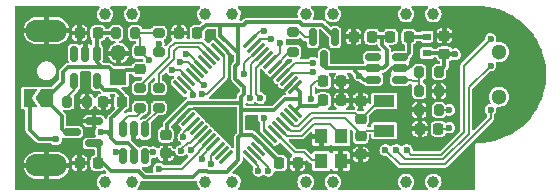
<source format=gbr>
%TF.GenerationSoftware,KiCad,Pcbnew,(6.0.2)*%
%TF.CreationDate,2022-06-11T15:58:10+03:00*%
%TF.ProjectId,keyholder,6b657968-6f6c-4646-9572-2e6b69636164,rev?*%
%TF.SameCoordinates,Original*%
%TF.FileFunction,Copper,L2,Bot*%
%TF.FilePolarity,Positive*%
%FSLAX46Y46*%
G04 Gerber Fmt 4.6, Leading zero omitted, Abs format (unit mm)*
G04 Created by KiCad (PCBNEW (6.0.2)) date 2022-06-11 15:58:10*
%MOMM*%
%LPD*%
G01*
G04 APERTURE LIST*
G04 Aperture macros list*
%AMRoundRect*
0 Rectangle with rounded corners*
0 $1 Rounding radius*
0 $2 $3 $4 $5 $6 $7 $8 $9 X,Y pos of 4 corners*
0 Add a 4 corners polygon primitive as box body*
4,1,4,$2,$3,$4,$5,$6,$7,$8,$9,$2,$3,0*
0 Add four circle primitives for the rounded corners*
1,1,$1+$1,$2,$3*
1,1,$1+$1,$4,$5*
1,1,$1+$1,$6,$7*
1,1,$1+$1,$8,$9*
0 Add four rect primitives between the rounded corners*
20,1,$1+$1,$2,$3,$4,$5,0*
20,1,$1+$1,$4,$5,$6,$7,0*
20,1,$1+$1,$6,$7,$8,$9,0*
20,1,$1+$1,$8,$9,$2,$3,0*%
%AMFreePoly0*
4,1,6,1.000000,0.000000,0.500000,-0.750000,-0.500000,-0.750000,-0.500000,0.750000,0.500000,0.750000,1.000000,0.000000,1.000000,0.000000,$1*%
%AMFreePoly1*
4,1,6,0.500000,-0.750000,-0.650000,-0.750000,-0.150000,0.000000,-0.650000,0.750000,0.500000,0.750000,0.500000,-0.750000,0.500000,-0.750000,$1*%
G04 Aperture macros list end*
%TA.AperFunction,WasherPad*%
%ADD10C,1.300000*%
%TD*%
%TA.AperFunction,WasherPad*%
%ADD11C,1.000000*%
%TD*%
%TA.AperFunction,ComponentPad*%
%ADD12O,3.500000X1.900000*%
%TD*%
%TA.AperFunction,ComponentPad*%
%ADD13R,1.350000X1.350000*%
%TD*%
%TA.AperFunction,ComponentPad*%
%ADD14O,1.350000X1.350000*%
%TD*%
%TA.AperFunction,SMDPad,CuDef*%
%ADD15RoundRect,0.200000X0.200000X0.275000X-0.200000X0.275000X-0.200000X-0.275000X0.200000X-0.275000X0*%
%TD*%
%TA.AperFunction,SMDPad,CuDef*%
%ADD16FreePoly0,180.000000*%
%TD*%
%TA.AperFunction,SMDPad,CuDef*%
%ADD17FreePoly1,180.000000*%
%TD*%
%TA.AperFunction,SMDPad,CuDef*%
%ADD18RoundRect,0.225000X0.225000X0.250000X-0.225000X0.250000X-0.225000X-0.250000X0.225000X-0.250000X0*%
%TD*%
%TA.AperFunction,SMDPad,CuDef*%
%ADD19RoundRect,0.075000X0.521491X-0.415425X-0.415425X0.521491X-0.521491X0.415425X0.415425X-0.521491X0*%
%TD*%
%TA.AperFunction,SMDPad,CuDef*%
%ADD20RoundRect,0.075000X0.521491X0.415425X0.415425X0.521491X-0.521491X-0.415425X-0.415425X-0.521491X0*%
%TD*%
%TA.AperFunction,SMDPad,CuDef*%
%ADD21RoundRect,0.225000X-0.250000X0.225000X-0.250000X-0.225000X0.250000X-0.225000X0.250000X0.225000X0*%
%TD*%
%TA.AperFunction,SMDPad,CuDef*%
%ADD22RoundRect,0.200000X-0.200000X-0.275000X0.200000X-0.275000X0.200000X0.275000X-0.200000X0.275000X0*%
%TD*%
%TA.AperFunction,SMDPad,CuDef*%
%ADD23RoundRect,0.225000X-0.225000X-0.250000X0.225000X-0.250000X0.225000X0.250000X-0.225000X0.250000X0*%
%TD*%
%TA.AperFunction,SMDPad,CuDef*%
%ADD24RoundRect,0.150000X-0.150000X0.587500X-0.150000X-0.587500X0.150000X-0.587500X0.150000X0.587500X0*%
%TD*%
%TA.AperFunction,SMDPad,CuDef*%
%ADD25RoundRect,0.225000X0.250000X-0.225000X0.250000X0.225000X-0.250000X0.225000X-0.250000X-0.225000X0*%
%TD*%
%TA.AperFunction,SMDPad,CuDef*%
%ADD26RoundRect,0.200000X-0.275000X0.200000X-0.275000X-0.200000X0.275000X-0.200000X0.275000X0.200000X0*%
%TD*%
%TA.AperFunction,SMDPad,CuDef*%
%ADD27RoundRect,0.150000X0.587500X0.150000X-0.587500X0.150000X-0.587500X-0.150000X0.587500X-0.150000X0*%
%TD*%
%TA.AperFunction,SMDPad,CuDef*%
%ADD28RoundRect,0.150000X-0.150000X0.512500X-0.150000X-0.512500X0.150000X-0.512500X0.150000X0.512500X0*%
%TD*%
%TA.AperFunction,SMDPad,CuDef*%
%ADD29RoundRect,0.150000X0.512500X0.150000X-0.512500X0.150000X-0.512500X-0.150000X0.512500X-0.150000X0*%
%TD*%
%TA.AperFunction,SMDPad,CuDef*%
%ADD30R,1.100000X1.300000*%
%TD*%
%TA.AperFunction,SMDPad,CuDef*%
%ADD31RoundRect,0.218750X-0.218750X-0.256250X0.218750X-0.256250X0.218750X0.256250X-0.218750X0.256250X0*%
%TD*%
%TA.AperFunction,SMDPad,CuDef*%
%ADD32RoundRect,0.200000X0.275000X-0.200000X0.275000X0.200000X-0.275000X0.200000X-0.275000X-0.200000X0*%
%TD*%
%TA.AperFunction,SMDPad,CuDef*%
%ADD33R,1.800000X1.000000*%
%TD*%
%TA.AperFunction,SMDPad,CuDef*%
%ADD34R,0.700000X0.600000*%
%TD*%
%TA.AperFunction,ViaPad*%
%ADD35C,0.600000*%
%TD*%
%TA.AperFunction,Conductor*%
%ADD36C,0.300000*%
%TD*%
%TA.AperFunction,Conductor*%
%ADD37C,0.200000*%
%TD*%
G04 APERTURE END LIST*
D10*
%TO.P,SW9,*%
%TO.N,*%
X101212500Y-118100000D03*
X101212500Y-121900000D03*
%TD*%
D11*
%TO.P,SW5,*%
%TO.N,*%
X67850000Y-129100000D03*
X70150000Y-129100000D03*
%TD*%
%TO.P,SW6,*%
%TO.N,*%
X76350000Y-129100000D03*
X78650000Y-129100000D03*
%TD*%
%TO.P,SW3,*%
%TO.N,*%
X84850000Y-114900000D03*
X87150000Y-114900000D03*
%TD*%
%TO.P,SW7,*%
%TO.N,*%
X84850000Y-129100000D03*
X87150000Y-129100000D03*
%TD*%
%TO.P,SW8,*%
%TO.N,*%
X93350000Y-129100000D03*
X95650000Y-129100000D03*
%TD*%
D12*
%TO.P,J1,5,Shield*%
%TO.N,GND*%
X62900000Y-127700000D03*
X62900000Y-116300000D03*
%TD*%
D11*
%TO.P,SW1,*%
%TO.N,*%
X70150000Y-114900000D03*
X67850000Y-114900000D03*
%TD*%
D13*
%TO.P,BT1,1,+*%
%TO.N,+BATT*%
X69000000Y-120200000D03*
D14*
%TO.P,BT1,2,-*%
%TO.N,GND*%
X69000000Y-118200000D03*
%TD*%
D11*
%TO.P,SW2,*%
%TO.N,*%
X78650000Y-114900000D03*
X76350000Y-114900000D03*
%TD*%
%TO.P,SW4,*%
%TO.N,*%
X93350000Y-114900000D03*
X95650000Y-114900000D03*
%TD*%
D15*
%TO.P,R4,1*%
%TO.N,VPP*%
X96125000Y-119800000D03*
%TO.P,R4,2*%
%TO.N,Net-(R4-Pad2)*%
X94475000Y-119800000D03*
%TD*%
D16*
%TO.P,JP1,1,A*%
%TO.N,+BATT*%
X62925000Y-122000000D03*
D17*
%TO.P,JP1,2,B*%
%TO.N,+5V*%
X61475000Y-122000000D03*
%TD*%
D18*
%TO.P,C5,1*%
%TO.N,VBUS*%
X90475000Y-116800000D03*
%TO.P,C5,2*%
%TO.N,GND*%
X88925000Y-116800000D03*
%TD*%
D15*
%TO.P,R8,1*%
%TO.N,/BAT_ADC*%
X70425000Y-116500000D03*
%TO.P,R8,2*%
%TO.N,+BATT*%
X68775000Y-116500000D03*
%TD*%
D19*
%TO.P,U2,1,VLCD*%
%TO.N,+3V0*%
X83987876Y-123098788D03*
%TO.P,U2,2,PC13*%
%TO.N,unconnected-(U2-Pad2)*%
X83634322Y-123452342D03*
%TO.P,U2,3,PC14*%
%TO.N,Net-(C12-Pad1)*%
X83280769Y-123805895D03*
%TO.P,U2,4,PC15*%
%TO.N,Net-(C13-Pad1)*%
X82927215Y-124159449D03*
%TO.P,U2,5,PH0*%
%TO.N,Net-(U2-Pad5)*%
X82573662Y-124513002D03*
%TO.P,U2,6,PH1*%
%TO.N,Net-(U2-Pad6)*%
X82220109Y-124866555D03*
%TO.P,U2,7,NRST*%
%TO.N,/RST*%
X81866555Y-125220109D03*
%TO.P,U2,8,VSSA*%
%TO.N,GND*%
X81513002Y-125573662D03*
%TO.P,U2,9,VDDA*%
%TO.N,+3V0*%
X81159449Y-125927215D03*
%TO.P,U2,10,PA0*%
%TO.N,unconnected-(U2-Pad10)*%
X80805895Y-126280769D03*
%TO.P,U2,11,PA1*%
%TO.N,/SWITCH_7*%
X80452342Y-126634322D03*
%TO.P,U2,12,PA2*%
%TO.N,/SWITCH_4*%
X80098788Y-126987876D03*
D20*
%TO.P,U2,13,PA3*%
%TO.N,unconnected-(U2-Pad13)*%
X78101212Y-126987876D03*
%TO.P,U2,14,PA4*%
%TO.N,unconnected-(U2-Pad14)*%
X77747658Y-126634322D03*
%TO.P,U2,15,PA5*%
%TO.N,/SWITCH_8*%
X77394105Y-126280769D03*
%TO.P,U2,16,PA6*%
%TO.N,/SWITCH_6*%
X77040551Y-125927215D03*
%TO.P,U2,17,PA7*%
%TO.N,/SWITCH_5*%
X76686998Y-125573662D03*
%TO.P,U2,18,PB0*%
%TO.N,/JOY_CCW*%
X76333445Y-125220109D03*
%TO.P,U2,19,PB1*%
%TO.N,/JOY_PUSH*%
X75979891Y-124866555D03*
%TO.P,U2,20,PB2*%
%TO.N,unconnected-(U2-Pad20)*%
X75626338Y-124513002D03*
%TO.P,U2,21,PB10*%
%TO.N,/JOY_CW*%
X75272785Y-124159449D03*
%TO.P,U2,22,PB11*%
%TO.N,unconnected-(U2-Pad22)*%
X74919231Y-123805895D03*
%TO.P,U2,23,VSS*%
%TO.N,GND*%
X74565678Y-123452342D03*
%TO.P,U2,24,VDD*%
%TO.N,+3V0*%
X74212124Y-123098788D03*
D19*
%TO.P,U2,25,PB12*%
%TO.N,unconnected-(U2-Pad25)*%
X74212124Y-121101212D03*
%TO.P,U2,26,PB13*%
%TO.N,/SPI2_CLK*%
X74565678Y-120747658D03*
%TO.P,U2,27,PB14*%
%TO.N,/BAT_ADC*%
X74919231Y-120394105D03*
%TO.P,U2,28,PB15*%
%TO.N,/SPI2_MOSI*%
X75272785Y-120040551D03*
%TO.P,U2,29,PA8*%
%TO.N,/BAT_ADC_EN*%
X75626338Y-119686998D03*
%TO.P,U2,30,PA9*%
%TO.N,/SWITCH_1*%
X75979891Y-119333445D03*
%TO.P,U2,31,PA10*%
%TO.N,unconnected-(U2-Pad31)*%
X76333445Y-118979891D03*
%TO.P,U2,32,PA11*%
%TO.N,Net-(R1-Pad1)*%
X76686998Y-118626338D03*
%TO.P,U2,33,PA12*%
%TO.N,Net-(R2-Pad1)*%
X77040551Y-118272785D03*
%TO.P,U2,34,PA13*%
%TO.N,/SWDIO*%
X77394105Y-117919231D03*
%TO.P,U2,35,VSS*%
%TO.N,GND*%
X77747658Y-117565678D03*
%TO.P,U2,36,VDD*%
%TO.N,+3V0*%
X78101212Y-117212124D03*
D20*
%TO.P,U2,37,PA14*%
%TO.N,/SWCLK*%
X80098788Y-117212124D03*
%TO.P,U2,38,PA15*%
%TO.N,/SWITCH_2*%
X80452342Y-117565678D03*
%TO.P,U2,39,PB3*%
%TO.N,/SPI1_CLK*%
X80805895Y-117919231D03*
%TO.P,U2,40,PB4*%
%TO.N,/SPI1_MISO*%
X81159449Y-118272785D03*
%TO.P,U2,41,PB5*%
%TO.N,/SPI1_MOSI*%
X81513002Y-118626338D03*
%TO.P,U2,42,PB6*%
%TO.N,/SWITCH_3*%
X81866555Y-118979891D03*
%TO.P,U2,43,PB7*%
%TO.N,/VBUS_EN*%
X82220109Y-119333445D03*
%TO.P,U2,44,BOOT0*%
%TO.N,GND*%
X82573662Y-119686998D03*
%TO.P,U2,45,PB8*%
%TO.N,/OLED_DC*%
X82927215Y-120040551D03*
%TO.P,U2,46,PB9*%
%TO.N,/OLED_RES*%
X83280769Y-120394105D03*
%TO.P,U2,47,VSS*%
%TO.N,GND*%
X83634322Y-120747658D03*
%TO.P,U2,48,VDD*%
%TO.N,+3V0*%
X83987876Y-121101212D03*
%TD*%
D21*
%TO.P,C13,1*%
%TO.N,Net-(C13-Pad1)*%
X89500000Y-125225000D03*
%TO.P,C13,2*%
%TO.N,GND*%
X89500000Y-126775000D03*
%TD*%
D22*
%TO.P,R3,1*%
%TO.N,Net-(R3-Pad1)*%
X64675000Y-122300000D03*
%TO.P,R3,2*%
%TO.N,GND*%
X66325000Y-122300000D03*
%TD*%
D23*
%TO.P,C4,1*%
%TO.N,GND*%
X74125000Y-116500000D03*
%TO.P,C4,2*%
%TO.N,+3V0*%
X75675000Y-116500000D03*
%TD*%
D24*
%TO.P,Q1,1,G*%
%TO.N,Net-(Q1-Pad1)*%
X85450000Y-116862500D03*
%TO.P,Q1,2,S*%
%TO.N,+3V0*%
X87350000Y-116862500D03*
%TO.P,Q1,3,D*%
%TO.N,VBUS*%
X86400000Y-118737500D03*
%TD*%
D25*
%TO.P,C12,1*%
%TO.N,Net-(C12-Pad1)*%
X89500000Y-123775000D03*
%TO.P,C12,2*%
%TO.N,GND*%
X89500000Y-122225000D03*
%TD*%
D26*
%TO.P,R2,1*%
%TO.N,Net-(R2-Pad1)*%
X70800000Y-121175000D03*
%TO.P,R2,2*%
%TO.N,/USBS_P*%
X70800000Y-122825000D03*
%TD*%
D27*
%TO.P,U1,1,GND*%
%TO.N,GND*%
X66937500Y-123950000D03*
%TO.P,U1,2,VO*%
%TO.N,+3V0*%
X66937500Y-125850000D03*
%TO.P,U1,3,VI*%
%TO.N,+BATT*%
X65062500Y-124900000D03*
%TD*%
D25*
%TO.P,C8,1*%
%TO.N,GND*%
X73000000Y-126675000D03*
%TO.P,C8,2*%
%TO.N,+3V0*%
X73000000Y-125125000D03*
%TD*%
%TO.P,C6,1*%
%TO.N,VPP*%
X96600000Y-118275000D03*
%TO.P,C6,2*%
%TO.N,GND*%
X96600000Y-116725000D03*
%TD*%
D26*
%TO.P,R1,1*%
%TO.N,Net-(R1-Pad1)*%
X72400000Y-121175000D03*
%TO.P,R1,2*%
%TO.N,/USBS_N*%
X72400000Y-122825000D03*
%TD*%
D28*
%TO.P,U3,1,~{CHRG}*%
%TO.N,unconnected-(U3-Pad1)*%
X65250000Y-118262500D03*
%TO.P,U3,2,GND*%
%TO.N,GND*%
X66200000Y-118262500D03*
%TO.P,U3,3,BAT*%
%TO.N,+BATT*%
X67150000Y-118262500D03*
%TO.P,U3,4,VCC*%
%TO.N,+5V*%
X67150000Y-120537500D03*
%TO.P,U3,5,PROG*%
%TO.N,Net-(R3-Pad1)*%
X65250000Y-120537500D03*
%TD*%
D21*
%TO.P,C14,1*%
%TO.N,/BAT_ADC*%
X70800000Y-118025000D03*
%TO.P,C14,2*%
%TO.N,+BATT*%
X70800000Y-119575000D03*
%TD*%
D29*
%TO.P,U5,1,SW*%
%TO.N,Net-(D1-Pad2)*%
X92837500Y-118550000D03*
%TO.P,U5,2,GND*%
%TO.N,GND*%
X92837500Y-119500000D03*
%TO.P,U5,3,FB*%
%TO.N,Net-(R4-Pad2)*%
X92837500Y-120450000D03*
%TO.P,U5,4,EN*%
%TO.N,VBUS*%
X90562500Y-120450000D03*
%TO.P,U5,5,IN*%
X90562500Y-119500000D03*
%TO.P,U5,6,NC*%
%TO.N,unconnected-(U5-Pad6)*%
X90562500Y-118550000D03*
%TD*%
D28*
%TO.P,U4,1,I/O1*%
%TO.N,/USBS_P*%
X69350000Y-124662500D03*
%TO.P,U4,2,GND*%
%TO.N,GND*%
X70300000Y-124662500D03*
%TO.P,U4,3,I/O2*%
%TO.N,/USBS_N*%
X71250000Y-124662500D03*
%TO.P,U4,4,I/O2*%
%TO.N,/USB_N*%
X71250000Y-126937500D03*
%TO.P,U4,5,VBUS*%
%TO.N,+5V*%
X70300000Y-126937500D03*
%TO.P,U4,6,I/O1*%
%TO.N,/USB_P*%
X69350000Y-126937500D03*
%TD*%
D18*
%TO.P,C10,1*%
%TO.N,+5V*%
X69275000Y-122300000D03*
%TO.P,C10,2*%
%TO.N,GND*%
X67725000Y-122300000D03*
%TD*%
%TO.P,C3,1*%
%TO.N,+3V0*%
X67275000Y-127500000D03*
%TO.P,C3,2*%
%TO.N,GND*%
X65725000Y-127500000D03*
%TD*%
D30*
%TO.P,Y1,1,1*%
%TO.N,Net-(U2-Pad6)*%
X86175000Y-127350000D03*
%TO.P,Y1,2,2*%
%TO.N,GND*%
X86175000Y-125250000D03*
%TO.P,Y1,3,3*%
%TO.N,Net-(U2-Pad5)*%
X87825000Y-125250000D03*
%TO.P,Y1,4,4*%
%TO.N,GND*%
X87825000Y-127350000D03*
%TD*%
D18*
%TO.P,C2,1*%
%TO.N,+BATT*%
X67275000Y-116500000D03*
%TO.P,C2,2*%
%TO.N,GND*%
X65725000Y-116500000D03*
%TD*%
D31*
%TO.P,L1,1,1*%
%TO.N,VBUS*%
X92012500Y-116800000D03*
%TO.P,L1,2,2*%
%TO.N,Net-(D1-Pad2)*%
X93587500Y-116800000D03*
%TD*%
D32*
%TO.P,R7,1*%
%TO.N,/VBUS_EN*%
X83800000Y-118075000D03*
%TO.P,R7,2*%
%TO.N,Net-(Q1-Pad1)*%
X83800000Y-116425000D03*
%TD*%
D22*
%TO.P,R6,1*%
%TO.N,GND*%
X94475000Y-123000000D03*
%TO.P,R6,2*%
%TO.N,Net-(DS1-Pad6)*%
X96125000Y-123000000D03*
%TD*%
D18*
%TO.P,C9,1*%
%TO.N,GND*%
X84175000Y-127500000D03*
%TO.P,C9,2*%
%TO.N,+3V0*%
X82625000Y-127500000D03*
%TD*%
%TO.P,C7,1*%
%TO.N,Net-(C7-Pad1)*%
X96075000Y-124600000D03*
%TO.P,C7,2*%
%TO.N,GND*%
X94525000Y-124600000D03*
%TD*%
%TO.P,C1,1*%
%TO.N,GND*%
X87875000Y-120600000D03*
%TO.P,C1,2*%
%TO.N,/RST*%
X86325000Y-120600000D03*
%TD*%
D33*
%TO.P,Y2,1,1*%
%TO.N,Net-(C13-Pad1)*%
X91500000Y-124750000D03*
%TO.P,Y2,2,2*%
%TO.N,Net-(C12-Pad1)*%
X91500000Y-122250000D03*
%TD*%
D22*
%TO.P,R5,2*%
%TO.N,GND*%
X96125000Y-121400000D03*
%TO.P,R5,1*%
%TO.N,Net-(R4-Pad2)*%
X94475000Y-121400000D03*
%TD*%
D18*
%TO.P,C11,1*%
%TO.N,GND*%
X87875000Y-122200000D03*
%TO.P,C11,2*%
%TO.N,+3V0*%
X86325000Y-122200000D03*
%TD*%
D32*
%TO.P,R9,1*%
%TO.N,/BAT_ADC_EN*%
X72400000Y-118125000D03*
%TO.P,R9,2*%
%TO.N,/BAT_ADC*%
X72400000Y-116475000D03*
%TD*%
D34*
%TO.P,D1,1,K*%
%TO.N,VPP*%
X95100000Y-118200000D03*
%TO.P,D1,2,A*%
%TO.N,Net-(D1-Pad2)*%
X95100000Y-116800000D03*
%TD*%
D35*
%TO.N,GND*%
X93300000Y-124700000D03*
X72000000Y-125700000D03*
X80200000Y-123900000D03*
X89500000Y-121250000D03*
X90250000Y-114500000D03*
X98700000Y-129500000D03*
X82140734Y-122100000D03*
X76800000Y-116500000D03*
X98700000Y-114500000D03*
X90250000Y-129500000D03*
X64750000Y-114500000D03*
X93300000Y-122200000D03*
X73250000Y-129500000D03*
X98200000Y-127500000D03*
X64750000Y-129500000D03*
X81249500Y-120200000D03*
X78900000Y-121300000D03*
X81750000Y-114500000D03*
X67800000Y-123200000D03*
X81750000Y-129500000D03*
X78750500Y-123900000D03*
X73250000Y-114500000D03*
X89500000Y-128100000D03*
%TO.N,+5V*%
X63700000Y-125500000D03*
X67500000Y-124900000D03*
%TO.N,VBUS*%
X89400000Y-120100000D03*
%TO.N,VPP*%
X97500000Y-118300000D03*
%TO.N,Net-(C7-Pad1)*%
X97000000Y-124500000D03*
%TO.N,Net-(DS1-Pad6)*%
X97000000Y-123000000D03*
%TO.N,/OLED_RES*%
X85500000Y-119799003D03*
%TO.N,/OLED_DC*%
X85500000Y-118999500D03*
%TO.N,/SWCLK*%
X81300000Y-116300000D03*
%TO.N,/SWDIO*%
X76097423Y-121692895D03*
%TO.N,/SPI2_MOSI*%
X76200000Y-120900000D03*
%TO.N,/SPI2_CLK*%
X75300000Y-121750500D03*
%TO.N,/USB_N*%
X71900500Y-126600000D03*
%TO.N,/USB_P*%
X68750000Y-126600000D03*
%TO.N,/SWITCH_1*%
X74700000Y-118300000D03*
%TO.N,/SWITCH_2*%
X81900000Y-117000000D03*
%TO.N,/SWITCH_3*%
X82700000Y-117300000D03*
%TO.N,/SWITCH_4*%
X80850000Y-128150000D03*
%TO.N,/SWITCH_5*%
X72400000Y-128000000D03*
%TO.N,/SWITCH_6*%
X76050000Y-127150000D03*
%TO.N,/SWITCH_7*%
X81700000Y-128150000D03*
%TO.N,/SWITCH_8*%
X76834411Y-127593206D03*
%TO.N,/JOY_CCW*%
X75100000Y-126400000D03*
X100500000Y-123000000D03*
X91600000Y-126400000D03*
%TO.N,/JOY_CW*%
X74500000Y-125300000D03*
X100500000Y-117000000D03*
X93400000Y-126400000D03*
%TO.N,/JOY_PUSH*%
X100500000Y-119250000D03*
X92500000Y-126400000D03*
X74300000Y-126450000D03*
%TO.N,/SPI1_CLK*%
X79650500Y-120000000D03*
%TO.N,/SPI1_MISO*%
X80163628Y-122000490D03*
%TO.N,/SPI1_MOSI*%
X81000000Y-122000000D03*
%TO.N,/BAT_ADC*%
X73556414Y-119656414D03*
X71600000Y-118800000D03*
%TO.N,/BAT_ADC_EN*%
X72400000Y-117400000D03*
X74211829Y-118985805D03*
%TO.N,/RST*%
X81300000Y-123700000D03*
X85300000Y-122050500D03*
%TD*%
D36*
%TO.N,+BATT*%
X64700000Y-119400000D02*
X67600000Y-119400000D01*
X64300000Y-119800000D02*
X64700000Y-119400000D01*
X64300000Y-120625000D02*
X64300000Y-119800000D01*
X62925000Y-122000000D02*
X64300000Y-120625000D01*
%TO.N,+5V*%
X61475000Y-124675000D02*
X62300000Y-125500000D01*
X62300000Y-125500000D02*
X63700000Y-125500000D01*
X61475000Y-122000000D02*
X61475000Y-124675000D01*
D37*
%TO.N,Net-(R4-Pad2)*%
X94400000Y-120600000D02*
X94475000Y-120525000D01*
X92837500Y-120450000D02*
X93750000Y-120450000D01*
X93750000Y-120450000D02*
X93900000Y-120600000D01*
X93900000Y-120600000D02*
X94400000Y-120600000D01*
X94475000Y-120525000D02*
X94475000Y-119800000D01*
X94475000Y-120625000D02*
X94475000Y-120525000D01*
X94475000Y-121400000D02*
X94475000Y-120625000D01*
%TO.N,Net-(Q1-Pad1)*%
X84375000Y-116425000D02*
X83800000Y-116425000D01*
X85450000Y-116862500D02*
X84812500Y-116862500D01*
X84812500Y-116862500D02*
X84375000Y-116425000D01*
%TO.N,/VBUS_EN*%
X83478554Y-118075000D02*
X82220109Y-119333445D01*
X83800000Y-118075000D02*
X83478554Y-118075000D01*
%TO.N,GND*%
X77750500Y-122900000D02*
X78750500Y-123900000D01*
X75117340Y-122900000D02*
X77750500Y-122900000D01*
X74565678Y-123451662D02*
X75117340Y-122900000D01*
D36*
X74565678Y-123452342D02*
X74565678Y-123451662D01*
X95975000Y-116725000D02*
X96600000Y-116725000D01*
X95800000Y-117449022D02*
X95800000Y-116900000D01*
X95749022Y-117500000D02*
X95800000Y-117449022D01*
X95800000Y-116900000D02*
X95975000Y-116725000D01*
X94500000Y-117500000D02*
X95749022Y-117500000D01*
X94100000Y-117900000D02*
X94500000Y-117500000D01*
X94100000Y-118922862D02*
X94100000Y-117900000D01*
X93522862Y-119500000D02*
X94100000Y-118922862D01*
X92837500Y-119500000D02*
X93522862Y-119500000D01*
X92200000Y-119500000D02*
X91600000Y-120100000D01*
X91600000Y-120900000D02*
X91250000Y-121250000D01*
X92837500Y-119500000D02*
X92200000Y-119500000D01*
X91600000Y-120100000D02*
X91600000Y-120900000D01*
X91250000Y-121250000D02*
X89500000Y-121250000D01*
D37*
%TO.N,/RST*%
X85300000Y-121000000D02*
X85700000Y-120600000D01*
X85300000Y-122050500D02*
X85300000Y-121000000D01*
X85700000Y-120600000D02*
X86325000Y-120600000D01*
D36*
%TO.N,+3V0*%
X85825000Y-122700000D02*
X84386664Y-122700000D01*
X86325000Y-122200000D02*
X85825000Y-122700000D01*
X83100000Y-122100000D02*
X84373328Y-122100000D01*
X84386664Y-122086664D02*
X84386664Y-121500000D01*
X84373328Y-122100000D02*
X84386664Y-122086664D01*
X84386664Y-122700000D02*
X84386664Y-122086664D01*
X84386664Y-121500000D02*
X83987876Y-121101212D01*
X84386664Y-122700000D02*
X83987876Y-123098788D01*
%TO.N,VPP*%
X96600000Y-119325000D02*
X96125000Y-119800000D01*
X96600000Y-118275000D02*
X96600000Y-119325000D01*
%TO.N,+BATT*%
X67150000Y-118262500D02*
X67150000Y-116625000D01*
X62925000Y-122000000D02*
X62925000Y-122225000D01*
X68200000Y-119400000D02*
X67600000Y-119400000D01*
X70775000Y-119600000D02*
X70800000Y-119575000D01*
X67600000Y-119400000D02*
X67150000Y-118950000D01*
X64200000Y-124600000D02*
X64500000Y-124900000D01*
X67275000Y-116500000D02*
X68775000Y-116500000D01*
X69000000Y-120200000D02*
X69600000Y-119600000D01*
X64200000Y-123500000D02*
X64200000Y-124600000D01*
X64500000Y-124900000D02*
X65062500Y-124900000D01*
X67150000Y-116625000D02*
X67275000Y-116500000D01*
X69600000Y-119600000D02*
X70775000Y-119600000D01*
X67150000Y-118950000D02*
X67150000Y-118262500D01*
X69000000Y-120200000D02*
X68200000Y-119400000D01*
X62925000Y-122225000D02*
X64200000Y-123500000D01*
%TO.N,+3V0*%
X79800000Y-115600000D02*
X84350000Y-115600000D01*
X67350000Y-126262500D02*
X67350000Y-127425000D01*
X71200000Y-128700000D02*
X75300000Y-128700000D01*
X68400000Y-128200000D02*
X70700000Y-128200000D01*
X70700000Y-128200000D02*
X71200000Y-128700000D01*
X67275000Y-127500000D02*
X67700000Y-127500000D01*
X77600000Y-115800000D02*
X79100000Y-115800000D01*
X79100000Y-118210912D02*
X79100000Y-115800000D01*
X79600000Y-121050000D02*
X79600000Y-121645570D01*
X75300000Y-128700000D02*
X75800000Y-128200000D01*
X79600000Y-121645570D02*
X79350000Y-121895570D01*
X66937500Y-125850000D02*
X67350000Y-126262500D01*
X76522657Y-128200000D02*
X76565374Y-128242717D01*
X78100532Y-117212124D02*
X77624520Y-116736112D01*
X84525480Y-115775480D02*
X86262980Y-115775480D01*
X82625000Y-127392766D02*
X82625000Y-127500000D01*
X81159449Y-125927215D02*
X82625000Y-127392766D01*
X82150489Y-123049511D02*
X79400000Y-123049511D01*
X79152778Y-125314988D02*
X79400000Y-125067766D01*
X77624520Y-116736112D02*
X77624520Y-115824520D01*
X79100000Y-115800000D02*
X79600000Y-115800000D01*
X79600000Y-115800000D02*
X79800000Y-115600000D01*
X73100000Y-124210912D02*
X73100000Y-125325000D01*
X84350000Y-115600000D02*
X84525480Y-115775480D01*
X79152778Y-127247222D02*
X79152778Y-125314988D01*
X83100000Y-122100000D02*
X82150489Y-123049511D01*
X79100000Y-118210912D02*
X79100000Y-119100000D01*
X79300000Y-122400000D02*
X74900000Y-122400000D01*
X78900000Y-119300000D02*
X78900000Y-120350000D01*
X79350000Y-122350000D02*
X79300000Y-122400000D01*
X74212124Y-123087876D02*
X74212124Y-123098788D01*
X67350000Y-127425000D02*
X67275000Y-127500000D01*
X75675000Y-116500000D02*
X76375000Y-115800000D01*
X74900000Y-122400000D02*
X74212124Y-123087876D01*
X78900000Y-120350000D02*
X79600000Y-121050000D01*
X76565374Y-128242717D02*
X78157283Y-128242717D01*
X74212124Y-123098788D02*
X73100000Y-124210912D01*
X79400000Y-125067766D02*
X79400000Y-122400000D01*
X75800000Y-128200000D02*
X76522657Y-128200000D01*
X79100000Y-119100000D02*
X78900000Y-119300000D01*
X78101212Y-117212124D02*
X79100000Y-118210912D01*
X78101212Y-117212124D02*
X78100532Y-117212124D01*
X77624520Y-115824520D02*
X77600000Y-115800000D01*
X86262980Y-115775480D02*
X87350000Y-116862500D01*
X78157283Y-128242717D02*
X79152778Y-127247222D01*
X79152778Y-125314988D02*
X79367766Y-125100000D01*
X76375000Y-115800000D02*
X77600000Y-115800000D01*
X79400000Y-122400000D02*
X79350000Y-122350000D01*
X80332234Y-125100000D02*
X81159449Y-125927215D01*
X67700000Y-127500000D02*
X68400000Y-128200000D01*
X79367766Y-125100000D02*
X80332234Y-125100000D01*
X79350000Y-121895570D02*
X79350000Y-122350000D01*
%TO.N,+5V*%
X70300000Y-126937500D02*
X70300000Y-126300000D01*
X67150000Y-120650000D02*
X67800000Y-121300000D01*
X69800000Y-125800000D02*
X68800000Y-125800000D01*
X68400000Y-125200000D02*
X68400000Y-123700000D01*
X67150000Y-120537500D02*
X67150000Y-120650000D01*
X68400000Y-125400000D02*
X68400000Y-125200000D01*
X68400000Y-123700000D02*
X69275000Y-122825000D01*
X69275000Y-122825000D02*
X69275000Y-122300000D01*
X67800000Y-121300000D02*
X68800000Y-121300000D01*
X68800000Y-121300000D02*
X69275000Y-121775000D01*
X70300000Y-126300000D02*
X69800000Y-125800000D01*
X68800000Y-125800000D02*
X68400000Y-125400000D01*
X68400000Y-125200000D02*
X68100000Y-124900000D01*
X69275000Y-121775000D02*
X69275000Y-122300000D01*
X68100000Y-124900000D02*
X67500000Y-124900000D01*
%TO.N,VBUS*%
X91300000Y-116800000D02*
X92012500Y-116800000D01*
X86400000Y-119300000D02*
X86600000Y-119500000D01*
X91700000Y-117900000D02*
X91700000Y-119200000D01*
X90562500Y-120450000D02*
X89750000Y-120450000D01*
X89750000Y-120450000D02*
X89000000Y-119700000D01*
X86600000Y-119500000D02*
X90562500Y-119500000D01*
X91700000Y-119200000D02*
X91400000Y-119500000D01*
X91300000Y-116800000D02*
X91300000Y-117500000D01*
X91300000Y-117500000D02*
X91700000Y-117900000D01*
X91400000Y-119500000D02*
X90562500Y-119500000D01*
X90475000Y-116800000D02*
X91300000Y-116800000D01*
X86400000Y-118737500D02*
X86400000Y-119300000D01*
%TO.N,VPP*%
X95100000Y-118200000D02*
X96525000Y-118200000D01*
X96525000Y-118200000D02*
X96600000Y-118275000D01*
X97475000Y-118275000D02*
X96600000Y-118275000D01*
X97500000Y-118300000D02*
X97475000Y-118275000D01*
D37*
%TO.N,Net-(C7-Pad1)*%
X97000000Y-124500000D02*
X96900000Y-124600000D01*
X96900000Y-124600000D02*
X96075000Y-124600000D01*
D36*
%TO.N,Net-(D1-Pad2)*%
X93587500Y-118212500D02*
X93250000Y-118550000D01*
X93587500Y-116800000D02*
X95100000Y-116800000D01*
X93587500Y-116800000D02*
X93587500Y-118212500D01*
X93250000Y-118550000D02*
X92837500Y-118550000D01*
D37*
%TO.N,Net-(C12-Pad1)*%
X91025000Y-122250000D02*
X89500000Y-123775000D01*
X91500000Y-122250000D02*
X91025000Y-122250000D01*
X85300480Y-123300000D02*
X84200480Y-124400000D01*
X89025000Y-123300000D02*
X85300480Y-123300000D01*
X84200480Y-124400000D02*
X83900000Y-124400000D01*
X89500000Y-123775000D02*
X89025000Y-123300000D01*
X83305895Y-123805895D02*
X83280769Y-123805895D01*
X83900000Y-124400000D02*
X83305895Y-123805895D01*
%TO.N,Net-(R1-Pad1)*%
X75760660Y-117700000D02*
X76686998Y-118626338D01*
X72400000Y-121175000D02*
X72400000Y-119965006D01*
X72400000Y-119965006D02*
X73699520Y-118665486D01*
X74000000Y-117700000D02*
X75760660Y-117700000D01*
X73699520Y-118000480D02*
X74000000Y-117700000D01*
X73699520Y-118665486D02*
X73699520Y-118000480D01*
%TO.N,/USBS_N*%
X71250000Y-124150000D02*
X72400000Y-123000000D01*
X71250000Y-124662500D02*
X71250000Y-124150000D01*
X72400000Y-123000000D02*
X72400000Y-122825000D01*
%TO.N,Net-(R2-Pad1)*%
X70800000Y-121175000D02*
X70800000Y-121000000D01*
X73300000Y-118500000D02*
X73300000Y-117800000D01*
X73300000Y-117800000D02*
X73800000Y-117300000D01*
X70800000Y-121000000D02*
X73300000Y-118500000D01*
X73800000Y-117300000D02*
X76067766Y-117300000D01*
X76067766Y-117300000D02*
X77040551Y-118272785D01*
%TO.N,/USBS_P*%
X70600000Y-123500000D02*
X70800000Y-123300000D01*
X69800000Y-123500000D02*
X70600000Y-123500000D01*
X69350000Y-123950000D02*
X69800000Y-123500000D01*
X70800000Y-123300000D02*
X70800000Y-122825000D01*
X69350000Y-124662500D02*
X69350000Y-123950000D01*
%TO.N,Net-(R3-Pad1)*%
X65250000Y-121350000D02*
X65250000Y-120537500D01*
X64675000Y-122300000D02*
X64675000Y-121925000D01*
X64675000Y-121925000D02*
X65250000Y-121350000D01*
%TO.N,Net-(DS1-Pad6)*%
X97000000Y-123000000D02*
X96125000Y-123000000D01*
%TO.N,Net-(C13-Pad1)*%
X88174022Y-123700000D02*
X89500000Y-125025978D01*
X85465486Y-123700000D02*
X88174022Y-123700000D01*
X82927215Y-124159449D02*
X83567766Y-124800000D01*
X89975000Y-124750000D02*
X89500000Y-125225000D01*
X89500000Y-125025978D02*
X89500000Y-125225000D01*
X91500000Y-124750000D02*
X89975000Y-124750000D01*
X83567766Y-124800000D02*
X84365486Y-124800000D01*
X84365486Y-124800000D02*
X85465486Y-123700000D01*
%TO.N,Net-(U2-Pad5)*%
X87625000Y-125150000D02*
X87625000Y-125250000D01*
X84530973Y-125199519D02*
X85530972Y-124199520D01*
X85530972Y-124199520D02*
X86887020Y-124199520D01*
X87825000Y-125137500D02*
X87825000Y-125250000D01*
X83260179Y-125199519D02*
X84530973Y-125199519D01*
X86887020Y-124199520D02*
X87825000Y-125137500D01*
X82573662Y-124513002D02*
X83260179Y-125199519D01*
%TO.N,Net-(U2-Pad6)*%
X84700000Y-126600000D02*
X85350000Y-127250000D01*
X82220109Y-124866555D02*
X83953554Y-126600000D01*
X85350000Y-127250000D02*
X85975000Y-127250000D01*
X83953554Y-126600000D02*
X84700000Y-126600000D01*
%TO.N,/OLED_RES*%
X85447356Y-119851647D02*
X83823227Y-119851647D01*
X85500000Y-119799003D02*
X85447356Y-119851647D01*
X83823227Y-119851647D02*
X83280769Y-120394105D01*
%TO.N,/OLED_DC*%
X83968266Y-118999500D02*
X82927215Y-120040551D01*
X85500000Y-118999500D02*
X83968266Y-118999500D01*
%TO.N,/SWCLK*%
X81010912Y-116300000D02*
X80098788Y-117212124D01*
X81300000Y-116300000D02*
X81010912Y-116300000D01*
%TO.N,/SWDIO*%
X76454943Y-121692895D02*
X77936562Y-120211276D01*
X76097423Y-121692895D02*
X76454943Y-121692895D01*
X77936562Y-120211276D02*
X77936562Y-118461688D01*
X77936562Y-118461688D02*
X77394105Y-117919231D01*
%TO.N,/SPI2_MOSI*%
X76132234Y-120900000D02*
X75272785Y-120040551D01*
X76200000Y-120900000D02*
X76132234Y-120900000D01*
%TO.N,/SPI2_CLK*%
X75300000Y-121481980D02*
X74565678Y-120747658D01*
X75300000Y-121750500D02*
X75300000Y-121481980D01*
%TO.N,/USB_N*%
X71900500Y-126600000D02*
X71587500Y-126600000D01*
X71587500Y-126600000D02*
X71250000Y-126937500D01*
%TO.N,/USB_P*%
X69012500Y-126600000D02*
X69350000Y-126937500D01*
X68750000Y-126600000D02*
X69012500Y-126600000D01*
%TO.N,/SWITCH_1*%
X74700000Y-118300000D02*
X74946446Y-118300000D01*
X74946446Y-118300000D02*
X75979891Y-119333445D01*
%TO.N,/SWITCH_2*%
X81900000Y-117000000D02*
X81018020Y-117000000D01*
X81018020Y-117000000D02*
X80452342Y-117565678D01*
%TO.N,/SWITCH_3*%
X82700000Y-118146446D02*
X81866555Y-118979891D01*
X82700000Y-117300000D02*
X82700000Y-118146446D01*
%TO.N,/SWITCH_4*%
X80850000Y-127739088D02*
X80098788Y-126987876D01*
X80850000Y-128150000D02*
X80850000Y-127739088D01*
%TO.N,/SWITCH_5*%
X75800000Y-126547838D02*
X75800000Y-126460660D01*
X72400000Y-128000000D02*
X74347838Y-128000000D01*
X74347838Y-128000000D02*
X75800000Y-126547838D01*
X75800000Y-126460660D02*
X76686998Y-125573662D01*
%TO.N,/SWITCH_6*%
X76050000Y-127150000D02*
X76050000Y-126917766D01*
X76050000Y-126917766D02*
X77040551Y-125927215D01*
%TO.N,/SWITCH_7*%
X81700000Y-127881980D02*
X80452342Y-126634322D01*
X81700000Y-128150000D02*
X81700000Y-127881980D01*
%TO.N,/SWITCH_8*%
X76834411Y-126840463D02*
X77394105Y-126280769D01*
X76834411Y-127593206D02*
X76834411Y-126840463D01*
%TO.N,/JOY_CCW*%
X75153554Y-126400000D02*
X76333445Y-125220109D01*
X92800000Y-127600000D02*
X96630012Y-127600000D01*
X75100000Y-126400000D02*
X75153554Y-126400000D01*
X96630012Y-127600000D02*
X100500000Y-123730012D01*
X91600000Y-126400000D02*
X92800000Y-127600000D01*
X100500000Y-123730012D02*
X100500000Y-123000000D01*
%TO.N,/JOY_CW*%
X98249520Y-119250480D02*
X100500000Y-117000000D01*
X93400000Y-126400000D02*
X93800000Y-126800000D01*
X98249520Y-124850480D02*
X98249520Y-119250480D01*
X93800000Y-126800000D02*
X96300000Y-126800000D01*
X74500000Y-124932234D02*
X75272785Y-124159449D01*
X74500000Y-125300000D02*
X74500000Y-124932234D01*
X96300000Y-126800000D02*
X98249520Y-124850480D01*
%TO.N,/JOY_PUSH*%
X93300000Y-127200000D02*
X92500000Y-126400000D01*
X75046446Y-125800000D02*
X75979891Y-124866555D01*
X74300000Y-126450000D02*
X74300000Y-126352162D01*
X100500000Y-119250000D02*
X98649039Y-121100961D01*
X98649039Y-121100961D02*
X98649039Y-125015967D01*
X74852162Y-125800000D02*
X75046446Y-125800000D01*
X74300000Y-126352162D02*
X74852162Y-125800000D01*
X96465006Y-127200000D02*
X93300000Y-127200000D01*
X98649039Y-125015967D02*
X96465006Y-127200000D01*
%TO.N,/SPI1_CLK*%
X79650500Y-119049500D02*
X80780769Y-117919231D01*
X79650500Y-120000000D02*
X79650500Y-119049500D01*
X80780769Y-117919231D02*
X80805895Y-117919231D01*
%TO.N,/SPI1_MISO*%
X80250000Y-121914118D02*
X80250000Y-119150000D01*
X80163628Y-122000490D02*
X80250000Y-121914118D01*
X80250000Y-119150000D02*
X81127215Y-118272785D01*
X81127215Y-118272785D02*
X81159449Y-118272785D01*
%TO.N,/SPI1_MOSI*%
X80650000Y-121650000D02*
X80650000Y-119489340D01*
X80650000Y-119489340D02*
X81513002Y-118626338D01*
X81000000Y-122000000D02*
X80650000Y-121650000D01*
%TO.N,/BAT_ADC*%
X70825000Y-118025000D02*
X71600000Y-118800000D01*
X70800000Y-118025000D02*
X70800000Y-116875000D01*
X72400000Y-116475000D02*
X70450000Y-116475000D01*
X73556414Y-119656414D02*
X74181540Y-119656414D01*
X70800000Y-118025000D02*
X70825000Y-118025000D01*
X70800000Y-116875000D02*
X70425000Y-116500000D01*
X70450000Y-116475000D02*
X70425000Y-116500000D01*
X74181540Y-119656414D02*
X74919231Y-120394105D01*
%TO.N,/BAT_ADC_EN*%
X72400000Y-117400000D02*
X72400000Y-118125000D01*
X74211829Y-118985805D02*
X74925145Y-118985805D01*
X74925145Y-118985805D02*
X75626338Y-119686998D01*
%TO.N,/RST*%
X81300000Y-123700000D02*
X81300000Y-124653554D01*
X81300000Y-124653554D02*
X81866555Y-125220109D01*
%TD*%
%TA.AperFunction,Conductor*%
%TO.N,GND*%
G36*
X86680878Y-114218907D02*
G01*
X86716842Y-114268407D01*
X86716842Y-114329593D01*
X86687767Y-114373603D01*
X86625604Y-114427831D01*
X86528113Y-114566547D01*
X86466524Y-114724513D01*
X86444394Y-114892611D01*
X86445049Y-114898544D01*
X86445049Y-114898548D01*
X86445566Y-114903231D01*
X86462999Y-115061135D01*
X86521266Y-115220356D01*
X86524591Y-115225305D01*
X86524592Y-115225306D01*
X86615830Y-115361083D01*
X86613389Y-115362723D01*
X86632544Y-115408270D01*
X86628678Y-115424765D01*
X86656773Y-115420315D01*
X86707914Y-115444873D01*
X86741233Y-115475191D01*
X86890235Y-115556092D01*
X86925189Y-115565262D01*
X87048464Y-115597603D01*
X87048468Y-115597604D01*
X87054233Y-115599116D01*
X87060194Y-115599210D01*
X87060197Y-115599210D01*
X87138996Y-115600447D01*
X87223760Y-115601779D01*
X87229575Y-115600447D01*
X87229577Y-115600447D01*
X87383206Y-115565262D01*
X87383209Y-115565261D01*
X87389029Y-115563928D01*
X87404610Y-115556092D01*
X87464764Y-115525837D01*
X87540498Y-115487747D01*
X87545035Y-115483872D01*
X87545038Y-115483870D01*
X87664888Y-115381508D01*
X87664891Y-115381505D01*
X87669423Y-115377634D01*
X87681316Y-115361083D01*
X87764877Y-115244796D01*
X87764878Y-115244794D01*
X87768361Y-115239947D01*
X87771700Y-115231643D01*
X87829377Y-115088167D01*
X87829378Y-115088165D01*
X87831601Y-115082634D01*
X87855490Y-114914778D01*
X87855645Y-114900000D01*
X87835276Y-114731680D01*
X87775345Y-114573077D01*
X87679312Y-114433349D01*
X87611485Y-114372917D01*
X87580615Y-114320090D01*
X87586693Y-114259207D01*
X87627395Y-114213524D01*
X87677343Y-114200000D01*
X92822687Y-114200000D01*
X92880878Y-114218907D01*
X92916842Y-114268407D01*
X92916842Y-114329593D01*
X92887767Y-114373603D01*
X92825604Y-114427831D01*
X92728113Y-114566547D01*
X92666524Y-114724513D01*
X92644394Y-114892611D01*
X92645049Y-114898544D01*
X92645049Y-114898548D01*
X92645566Y-114903231D01*
X92662999Y-115061135D01*
X92721266Y-115220356D01*
X92724591Y-115225305D01*
X92724592Y-115225306D01*
X92739015Y-115246770D01*
X92815830Y-115361083D01*
X92941233Y-115475191D01*
X93090235Y-115556092D01*
X93125189Y-115565262D01*
X93248464Y-115597603D01*
X93248468Y-115597604D01*
X93254233Y-115599116D01*
X93260194Y-115599210D01*
X93260197Y-115599210D01*
X93338996Y-115600447D01*
X93423760Y-115601779D01*
X93429575Y-115600447D01*
X93429577Y-115600447D01*
X93583206Y-115565262D01*
X93583209Y-115565261D01*
X93589029Y-115563928D01*
X93604610Y-115556092D01*
X93664764Y-115525837D01*
X93740498Y-115487747D01*
X93745035Y-115483872D01*
X93745038Y-115483870D01*
X93864888Y-115381508D01*
X93864891Y-115381505D01*
X93869423Y-115377634D01*
X93881316Y-115361083D01*
X93964877Y-115244796D01*
X93964878Y-115244794D01*
X93968361Y-115239947D01*
X93971700Y-115231643D01*
X94029377Y-115088167D01*
X94029378Y-115088165D01*
X94031601Y-115082634D01*
X94055490Y-114914778D01*
X94055645Y-114900000D01*
X94035276Y-114731680D01*
X93975345Y-114573077D01*
X93879312Y-114433349D01*
X93811485Y-114372917D01*
X93780615Y-114320090D01*
X93786693Y-114259207D01*
X93827395Y-114213524D01*
X93877343Y-114200000D01*
X95122687Y-114200000D01*
X95180878Y-114218907D01*
X95216842Y-114268407D01*
X95216842Y-114329593D01*
X95187767Y-114373603D01*
X95125604Y-114427831D01*
X95028113Y-114566547D01*
X94966524Y-114724513D01*
X94944394Y-114892611D01*
X94945049Y-114898544D01*
X94945049Y-114898548D01*
X94945566Y-114903231D01*
X94962999Y-115061135D01*
X95021266Y-115220356D01*
X95024591Y-115225305D01*
X95024592Y-115225306D01*
X95039015Y-115246770D01*
X95115830Y-115361083D01*
X95241233Y-115475191D01*
X95390235Y-115556092D01*
X95425189Y-115565262D01*
X95548464Y-115597603D01*
X95548468Y-115597604D01*
X95554233Y-115599116D01*
X95560194Y-115599210D01*
X95560197Y-115599210D01*
X95638996Y-115600447D01*
X95723760Y-115601779D01*
X95729575Y-115600447D01*
X95729577Y-115600447D01*
X95883206Y-115565262D01*
X95883209Y-115565261D01*
X95889029Y-115563928D01*
X95904610Y-115556092D01*
X95964764Y-115525837D01*
X96040498Y-115487747D01*
X96045035Y-115483872D01*
X96045038Y-115483870D01*
X96164888Y-115381508D01*
X96164891Y-115381505D01*
X96169423Y-115377634D01*
X96181316Y-115361083D01*
X96264877Y-115244796D01*
X96264878Y-115244794D01*
X96268361Y-115239947D01*
X96271700Y-115231643D01*
X96329377Y-115088167D01*
X96329378Y-115088165D01*
X96331601Y-115082634D01*
X96355490Y-114914778D01*
X96355645Y-114900000D01*
X96335276Y-114731680D01*
X96275345Y-114573077D01*
X96179312Y-114433349D01*
X96111485Y-114372917D01*
X96080615Y-114320090D01*
X96086693Y-114259207D01*
X96127395Y-114213524D01*
X96177343Y-114200000D01*
X99366040Y-114200000D01*
X99388227Y-114202518D01*
X99399642Y-114205143D01*
X99410517Y-114202682D01*
X99416729Y-114202693D01*
X99432064Y-114201292D01*
X99862726Y-114218648D01*
X99870672Y-114219290D01*
X100326424Y-114274627D01*
X100334294Y-114275906D01*
X100784122Y-114367739D01*
X100791864Y-114369647D01*
X101232843Y-114497379D01*
X101240391Y-114499899D01*
X101403256Y-114561665D01*
X101669674Y-114662704D01*
X101677009Y-114665829D01*
X102091801Y-114862650D01*
X102098860Y-114866356D01*
X102496448Y-115095904D01*
X102503173Y-115100156D01*
X102881045Y-115360982D01*
X102887377Y-115365740D01*
X103060452Y-115507052D01*
X103243019Y-115656114D01*
X103248987Y-115661401D01*
X103580096Y-115979435D01*
X103585618Y-115985185D01*
X103890066Y-116328835D01*
X103895101Y-116335001D01*
X104170924Y-116702054D01*
X104175430Y-116708583D01*
X104326311Y-116947183D01*
X104420815Y-117096629D01*
X104424801Y-117103533D01*
X104638158Y-117510049D01*
X104641576Y-117517252D01*
X104695500Y-117643817D01*
X104820590Y-117937413D01*
X104821532Y-117939625D01*
X104824356Y-117947072D01*
X104894802Y-118158082D01*
X104969742Y-118382557D01*
X104971960Y-118390215D01*
X105081830Y-118835973D01*
X105083425Y-118843784D01*
X105157071Y-119296949D01*
X105158032Y-119304864D01*
X105194975Y-119762482D01*
X105195296Y-119770448D01*
X105195296Y-120229552D01*
X105194975Y-120237518D01*
X105158032Y-120695136D01*
X105157071Y-120703051D01*
X105083425Y-121156216D01*
X105081830Y-121164027D01*
X104971960Y-121609785D01*
X104969742Y-121617443D01*
X104904231Y-121813672D01*
X104824374Y-122052876D01*
X104824359Y-122052920D01*
X104821535Y-122060367D01*
X104720737Y-122296950D01*
X104641576Y-122482748D01*
X104638158Y-122489951D01*
X104424801Y-122896467D01*
X104420815Y-122903371D01*
X104349515Y-123016124D01*
X104175430Y-123291417D01*
X104170924Y-123297946D01*
X103895101Y-123664999D01*
X103890066Y-123671165D01*
X103585618Y-124014815D01*
X103580096Y-124020565D01*
X103248987Y-124338599D01*
X103243019Y-124343886D01*
X103145799Y-124423264D01*
X102887377Y-124634260D01*
X102881045Y-124639018D01*
X102503173Y-124899844D01*
X102496448Y-124904096D01*
X102281530Y-125028179D01*
X102131274Y-125114930D01*
X102098860Y-125133644D01*
X102091803Y-125137349D01*
X102061717Y-125151625D01*
X101677009Y-125334171D01*
X101669674Y-125337296D01*
X101454534Y-125418888D01*
X101240391Y-125500101D01*
X101232843Y-125502621D01*
X100866528Y-125608726D01*
X100791863Y-125630353D01*
X100784121Y-125632261D01*
X100339805Y-125722969D01*
X100334294Y-125724094D01*
X100326424Y-125725373D01*
X99870672Y-125780710D01*
X99862726Y-125781352D01*
X99432585Y-125798687D01*
X99418425Y-125797368D01*
X99411222Y-125797355D01*
X99400358Y-125794857D01*
X99389486Y-125797317D01*
X99389484Y-125797317D01*
X99388865Y-125797457D01*
X99388566Y-125797525D01*
X99366640Y-125799965D01*
X99365702Y-125799964D01*
X99365699Y-125799965D01*
X99354551Y-125799955D01*
X99343894Y-125805072D01*
X99322890Y-125812386D01*
X99322235Y-125812534D01*
X99322233Y-125812535D01*
X99311361Y-125814995D01*
X99301894Y-125822512D01*
X99283193Y-125834220D01*
X99272295Y-125839453D01*
X99265334Y-125848157D01*
X99265333Y-125848158D01*
X99264913Y-125848684D01*
X99249157Y-125864385D01*
X99248633Y-125864801D01*
X99248631Y-125864803D01*
X99239900Y-125871736D01*
X99235039Y-125881770D01*
X99235038Y-125881771D01*
X99234630Y-125882613D01*
X99222853Y-125901278D01*
X99215306Y-125910715D01*
X99212808Y-125921578D01*
X99212806Y-125921583D01*
X99212656Y-125922236D01*
X99205267Y-125943220D01*
X99200115Y-125953853D01*
X99200054Y-125977041D01*
X99198333Y-125977036D01*
X99198357Y-125977277D01*
X99200000Y-125977277D01*
X99200000Y-125997758D01*
X99199888Y-126040681D01*
X99199876Y-126045100D01*
X99199995Y-126045350D01*
X99200000Y-126045390D01*
X99200000Y-129701000D01*
X99181093Y-129759191D01*
X99131593Y-129795155D01*
X99101000Y-129800000D01*
X96177418Y-129800000D01*
X96119227Y-129781093D01*
X96083263Y-129731593D01*
X96083263Y-129670407D01*
X96113122Y-129625720D01*
X96164888Y-129581508D01*
X96164891Y-129581505D01*
X96169423Y-129577634D01*
X96172904Y-129572790D01*
X96264877Y-129444796D01*
X96264878Y-129444794D01*
X96268361Y-129439947D01*
X96331601Y-129282634D01*
X96355490Y-129114778D01*
X96355645Y-129100000D01*
X96343502Y-128999655D01*
X96335993Y-128937602D01*
X96335992Y-128937599D01*
X96335276Y-128931680D01*
X96275345Y-128773077D01*
X96269728Y-128764903D01*
X96182692Y-128638267D01*
X96179312Y-128633349D01*
X96052721Y-128520560D01*
X95902881Y-128441224D01*
X95781549Y-128410747D01*
X95744231Y-128401373D01*
X95744228Y-128401373D01*
X95738441Y-128399919D01*
X95652841Y-128399471D01*
X95574861Y-128399062D01*
X95574859Y-128399062D01*
X95568895Y-128399031D01*
X95563099Y-128400423D01*
X95563095Y-128400423D01*
X95475786Y-128421385D01*
X95404032Y-128438612D01*
X95357560Y-128462598D01*
X95258675Y-128513636D01*
X95258673Y-128513638D01*
X95253369Y-128516375D01*
X95125604Y-128627831D01*
X95122173Y-128632713D01*
X95122172Y-128632714D01*
X95040346Y-128749141D01*
X95028113Y-128766547D01*
X94966524Y-128924513D01*
X94944394Y-129092611D01*
X94945049Y-129098544D01*
X94945049Y-129098548D01*
X94945566Y-129103231D01*
X94962999Y-129261135D01*
X95021266Y-129420356D01*
X95024591Y-129425305D01*
X95024592Y-129425306D01*
X95037689Y-129444796D01*
X95115830Y-129561083D01*
X95189127Y-129627779D01*
X95219441Y-129680924D01*
X95212727Y-129741740D01*
X95171549Y-129786994D01*
X95122498Y-129800000D01*
X93877418Y-129800000D01*
X93819227Y-129781093D01*
X93783263Y-129731593D01*
X93783263Y-129670407D01*
X93813122Y-129625720D01*
X93864888Y-129581508D01*
X93864891Y-129581505D01*
X93869423Y-129577634D01*
X93872904Y-129572790D01*
X93964877Y-129444796D01*
X93964878Y-129444794D01*
X93968361Y-129439947D01*
X94031601Y-129282634D01*
X94055490Y-129114778D01*
X94055645Y-129100000D01*
X94043502Y-128999655D01*
X94035993Y-128937602D01*
X94035992Y-128937599D01*
X94035276Y-128931680D01*
X93975345Y-128773077D01*
X93969728Y-128764903D01*
X93882692Y-128638267D01*
X93879312Y-128633349D01*
X93752721Y-128520560D01*
X93602881Y-128441224D01*
X93481549Y-128410747D01*
X93444231Y-128401373D01*
X93444228Y-128401373D01*
X93438441Y-128399919D01*
X93352841Y-128399471D01*
X93274861Y-128399062D01*
X93274859Y-128399062D01*
X93268895Y-128399031D01*
X93263099Y-128400423D01*
X93263095Y-128400423D01*
X93175786Y-128421385D01*
X93104032Y-128438612D01*
X93057560Y-128462598D01*
X92958675Y-128513636D01*
X92958673Y-128513638D01*
X92953369Y-128516375D01*
X92825604Y-128627831D01*
X92822173Y-128632713D01*
X92822172Y-128632714D01*
X92740346Y-128749141D01*
X92728113Y-128766547D01*
X92666524Y-128924513D01*
X92644394Y-129092611D01*
X92645049Y-129098544D01*
X92645049Y-129098548D01*
X92645566Y-129103231D01*
X92662999Y-129261135D01*
X92721266Y-129420356D01*
X92724591Y-129425305D01*
X92724592Y-129425306D01*
X92737689Y-129444796D01*
X92815830Y-129561083D01*
X92889127Y-129627779D01*
X92919441Y-129680924D01*
X92912727Y-129741740D01*
X92871549Y-129786994D01*
X92822498Y-129800000D01*
X87677418Y-129800000D01*
X87619227Y-129781093D01*
X87583263Y-129731593D01*
X87583263Y-129670407D01*
X87613122Y-129625720D01*
X87664888Y-129581508D01*
X87664891Y-129581505D01*
X87669423Y-129577634D01*
X87672904Y-129572790D01*
X87764877Y-129444796D01*
X87764878Y-129444794D01*
X87768361Y-129439947D01*
X87831601Y-129282634D01*
X87855490Y-129114778D01*
X87855645Y-129100000D01*
X87843502Y-128999655D01*
X87835993Y-128937602D01*
X87835992Y-128937599D01*
X87835276Y-128931680D01*
X87775345Y-128773077D01*
X87769728Y-128764903D01*
X87682692Y-128638267D01*
X87679312Y-128633349D01*
X87552721Y-128520560D01*
X87402881Y-128441224D01*
X87281549Y-128410747D01*
X87244231Y-128401373D01*
X87244228Y-128401373D01*
X87238441Y-128399919D01*
X87152841Y-128399471D01*
X87074861Y-128399062D01*
X87074859Y-128399062D01*
X87068895Y-128399031D01*
X87063099Y-128400423D01*
X87063095Y-128400423D01*
X86975786Y-128421385D01*
X86904032Y-128438612D01*
X86857560Y-128462598D01*
X86758675Y-128513636D01*
X86758673Y-128513638D01*
X86753369Y-128516375D01*
X86625604Y-128627831D01*
X86622173Y-128632713D01*
X86622172Y-128632714D01*
X86540346Y-128749141D01*
X86528113Y-128766547D01*
X86466524Y-128924513D01*
X86444394Y-129092611D01*
X86445049Y-129098544D01*
X86445049Y-129098548D01*
X86445566Y-129103231D01*
X86462999Y-129261135D01*
X86521266Y-129420356D01*
X86524591Y-129425305D01*
X86524592Y-129425306D01*
X86537689Y-129444796D01*
X86615830Y-129561083D01*
X86689127Y-129627779D01*
X86719441Y-129680924D01*
X86712727Y-129741740D01*
X86671549Y-129786994D01*
X86622498Y-129800000D01*
X85377418Y-129800000D01*
X85319227Y-129781093D01*
X85283263Y-129731593D01*
X85283263Y-129670407D01*
X85313122Y-129625720D01*
X85364888Y-129581508D01*
X85364891Y-129581505D01*
X85369423Y-129577634D01*
X85372904Y-129572790D01*
X85464877Y-129444796D01*
X85464878Y-129444794D01*
X85468361Y-129439947D01*
X85531601Y-129282634D01*
X85555490Y-129114778D01*
X85555645Y-129100000D01*
X85543502Y-128999655D01*
X85535993Y-128937602D01*
X85535992Y-128937599D01*
X85535276Y-128931680D01*
X85475345Y-128773077D01*
X85469728Y-128764903D01*
X85382692Y-128638267D01*
X85379312Y-128633349D01*
X85252721Y-128520560D01*
X85102881Y-128441224D01*
X84981549Y-128410747D01*
X84944231Y-128401373D01*
X84944228Y-128401373D01*
X84938441Y-128399919D01*
X84852841Y-128399471D01*
X84774861Y-128399062D01*
X84774859Y-128399062D01*
X84768895Y-128399031D01*
X84763099Y-128400423D01*
X84763095Y-128400423D01*
X84675786Y-128421385D01*
X84604032Y-128438612D01*
X84557560Y-128462598D01*
X84458675Y-128513636D01*
X84458673Y-128513638D01*
X84453369Y-128516375D01*
X84325604Y-128627831D01*
X84322173Y-128632713D01*
X84322172Y-128632714D01*
X84240346Y-128749141D01*
X84228113Y-128766547D01*
X84166524Y-128924513D01*
X84144394Y-129092611D01*
X84145049Y-129098544D01*
X84145049Y-129098548D01*
X84145566Y-129103231D01*
X84162999Y-129261135D01*
X84221266Y-129420356D01*
X84224591Y-129425305D01*
X84224592Y-129425306D01*
X84237689Y-129444796D01*
X84315830Y-129561083D01*
X84389127Y-129627779D01*
X84419441Y-129680924D01*
X84412727Y-129741740D01*
X84371549Y-129786994D01*
X84322498Y-129800000D01*
X79177418Y-129800000D01*
X79119227Y-129781093D01*
X79083263Y-129731593D01*
X79083263Y-129670407D01*
X79113122Y-129625720D01*
X79164888Y-129581508D01*
X79164891Y-129581505D01*
X79169423Y-129577634D01*
X79172904Y-129572790D01*
X79264877Y-129444796D01*
X79264878Y-129444794D01*
X79268361Y-129439947D01*
X79331601Y-129282634D01*
X79355490Y-129114778D01*
X79355645Y-129100000D01*
X79343502Y-128999655D01*
X79335993Y-128937602D01*
X79335992Y-128937599D01*
X79335276Y-128931680D01*
X79275345Y-128773077D01*
X79269728Y-128764903D01*
X79182692Y-128638267D01*
X79179312Y-128633349D01*
X79052721Y-128520560D01*
X78902881Y-128441224D01*
X78781549Y-128410747D01*
X78744231Y-128401373D01*
X78744228Y-128401373D01*
X78738441Y-128399919D01*
X78732475Y-128399888D01*
X78726549Y-128399139D01*
X78726767Y-128397415D01*
X78676179Y-128380682D01*
X78640477Y-128330993D01*
X78640800Y-128269809D01*
X78664788Y-128230894D01*
X79366715Y-127528967D01*
X79383018Y-127515802D01*
X79385052Y-127514489D01*
X79385056Y-127514486D01*
X79391930Y-127510047D01*
X79411762Y-127484890D01*
X79415678Y-127480484D01*
X79415677Y-127480483D01*
X79418328Y-127477354D01*
X79421207Y-127474475D01*
X79427340Y-127465893D01*
X79431815Y-127459631D01*
X79434614Y-127455903D01*
X79453245Y-127432269D01*
X79464170Y-127418411D01*
X79466735Y-127411108D01*
X79467387Y-127409853D01*
X79471889Y-127403552D01*
X79485569Y-127357810D01*
X79487010Y-127353376D01*
X79500770Y-127314192D01*
X79500771Y-127314188D01*
X79502833Y-127308316D01*
X79503278Y-127303178D01*
X79503278Y-127301040D01*
X79503352Y-127299321D01*
X79503467Y-127297960D01*
X79505322Y-127291758D01*
X79503354Y-127241668D01*
X79503278Y-127237781D01*
X79503278Y-127127056D01*
X79522185Y-127068865D01*
X79571685Y-127032901D01*
X79632871Y-127032901D01*
X79672282Y-127057052D01*
X80010946Y-127395715D01*
X80338591Y-127723360D01*
X80342627Y-127726057D01*
X80342637Y-127726065D01*
X80388634Y-127756800D01*
X80426513Y-127804850D01*
X80428914Y-127865988D01*
X80423248Y-127881181D01*
X80366447Y-128002163D01*
X80365362Y-128009132D01*
X80365361Y-128009135D01*
X80351443Y-128098528D01*
X80344391Y-128143823D01*
X80345306Y-128150820D01*
X80345306Y-128150821D01*
X80361087Y-128271506D01*
X80362980Y-128285979D01*
X80365821Y-128292435D01*
X80365821Y-128292436D01*
X80415969Y-128406405D01*
X80420720Y-128417203D01*
X80458878Y-128462598D01*
X80508431Y-128521549D01*
X80508434Y-128521551D01*
X80512970Y-128526948D01*
X80518841Y-128530856D01*
X80518842Y-128530857D01*
X80524079Y-128534343D01*
X80632313Y-128606390D01*
X80716573Y-128632714D01*
X80762425Y-128647039D01*
X80762426Y-128647039D01*
X80769157Y-128649142D01*
X80840828Y-128650456D01*
X80905445Y-128651641D01*
X80905447Y-128651641D01*
X80912499Y-128651770D01*
X80919302Y-128649915D01*
X80919304Y-128649915D01*
X81033038Y-128618907D01*
X81050817Y-128614060D01*
X81172991Y-128539045D01*
X81180403Y-128530857D01*
X81200608Y-128508534D01*
X81253676Y-128478080D01*
X81314509Y-128484635D01*
X81349787Y-128511266D01*
X81358429Y-128521547D01*
X81358433Y-128521551D01*
X81362970Y-128526948D01*
X81368841Y-128530856D01*
X81368842Y-128530857D01*
X81374079Y-128534343D01*
X81482313Y-128606390D01*
X81566573Y-128632714D01*
X81612425Y-128647039D01*
X81612426Y-128647039D01*
X81619157Y-128649142D01*
X81690828Y-128650456D01*
X81755445Y-128651641D01*
X81755447Y-128651641D01*
X81762499Y-128651770D01*
X81769302Y-128649915D01*
X81769304Y-128649915D01*
X81883038Y-128618907D01*
X81900817Y-128614060D01*
X82022991Y-128539045D01*
X82030403Y-128530857D01*
X82114468Y-128437982D01*
X82119200Y-128432754D01*
X82181710Y-128303733D01*
X82190071Y-128254036D01*
X82191253Y-128247012D01*
X82219553Y-128192765D01*
X82274334Y-128165513D01*
X82304365Y-128165657D01*
X82366512Y-128175500D01*
X82883488Y-128175500D01*
X82887332Y-128174891D01*
X82887334Y-128174891D01*
X82975431Y-128160938D01*
X82975432Y-128160938D01*
X82983126Y-128159719D01*
X82991010Y-128155702D01*
X83096281Y-128102064D01*
X83096283Y-128102063D01*
X83103220Y-128098528D01*
X83198528Y-128003220D01*
X83203002Y-127994441D01*
X83256183Y-127890066D01*
X83256183Y-127890065D01*
X83259719Y-127883126D01*
X83260963Y-127875275D01*
X83274891Y-127787334D01*
X83274891Y-127787332D01*
X83275500Y-127783488D01*
X83275500Y-127779556D01*
X83525001Y-127779556D01*
X83525610Y-127787298D01*
X83539544Y-127875275D01*
X83544298Y-127889908D01*
X83598346Y-127995984D01*
X83607388Y-128008429D01*
X83691571Y-128092612D01*
X83704016Y-128101654D01*
X83810091Y-128155702D01*
X83824726Y-128160457D01*
X83912703Y-128174391D01*
X83920442Y-128175000D01*
X83959320Y-128175000D01*
X83972005Y-128170878D01*
X83975000Y-128166757D01*
X83975000Y-128159319D01*
X84375000Y-128159319D01*
X84379122Y-128172004D01*
X84383243Y-128174999D01*
X84429556Y-128174999D01*
X84437298Y-128174390D01*
X84525275Y-128160456D01*
X84539908Y-128155702D01*
X84645984Y-128101654D01*
X84658429Y-128092612D01*
X84742612Y-128008429D01*
X84751654Y-127995984D01*
X84805702Y-127889909D01*
X84810457Y-127875274D01*
X84824391Y-127787297D01*
X84825000Y-127779558D01*
X84825000Y-127715680D01*
X84820878Y-127702995D01*
X84816757Y-127700000D01*
X84390680Y-127700000D01*
X84377995Y-127704122D01*
X84375000Y-127708243D01*
X84375000Y-128159319D01*
X83975000Y-128159319D01*
X83975000Y-127715680D01*
X83970878Y-127702995D01*
X83966757Y-127700000D01*
X83540681Y-127700000D01*
X83527996Y-127704122D01*
X83525001Y-127708243D01*
X83525001Y-127779556D01*
X83275500Y-127779556D01*
X83275500Y-127216512D01*
X83274303Y-127208952D01*
X83260938Y-127124569D01*
X83260938Y-127124568D01*
X83259719Y-127116874D01*
X83252023Y-127101770D01*
X83202064Y-127003719D01*
X83202063Y-127003717D01*
X83198528Y-126996780D01*
X83103220Y-126901472D01*
X83096283Y-126897937D01*
X83096281Y-126897936D01*
X82990066Y-126843817D01*
X82990065Y-126843817D01*
X82983126Y-126840281D01*
X82975432Y-126839062D01*
X82975431Y-126839062D01*
X82887334Y-126825109D01*
X82887332Y-126825109D01*
X82883488Y-126824500D01*
X82593424Y-126824500D01*
X82535233Y-126805593D01*
X82523420Y-126795504D01*
X80613979Y-124886063D01*
X80600814Y-124869760D01*
X80599501Y-124867726D01*
X80599498Y-124867722D01*
X80595059Y-124860848D01*
X80569902Y-124841015D01*
X80565497Y-124837101D01*
X80565496Y-124837102D01*
X80562365Y-124834449D01*
X80559488Y-124831572D01*
X80555194Y-124828503D01*
X80552437Y-124826533D01*
X80544633Y-124820956D01*
X80540915Y-124818165D01*
X80540445Y-124817794D01*
X80517994Y-124800095D01*
X80509848Y-124793673D01*
X80509847Y-124793673D01*
X80503423Y-124788608D01*
X80496116Y-124786042D01*
X80494871Y-124785395D01*
X80488565Y-124780889D01*
X80456776Y-124771382D01*
X80442819Y-124767208D01*
X80438383Y-124765767D01*
X80399201Y-124752007D01*
X80399198Y-124752006D01*
X80393328Y-124749945D01*
X80388190Y-124749500D01*
X80386052Y-124749500D01*
X80384333Y-124749426D01*
X80382972Y-124749311D01*
X80376770Y-124747456D01*
X80368599Y-124747777D01*
X80326680Y-124749424D01*
X80322793Y-124749500D01*
X79849500Y-124749500D01*
X79791309Y-124730593D01*
X79755345Y-124681093D01*
X79750500Y-124650500D01*
X79750500Y-123499011D01*
X79769407Y-123440820D01*
X79818907Y-123404856D01*
X79849500Y-123400011D01*
X80732034Y-123400011D01*
X80790225Y-123418918D01*
X80826189Y-123468418D01*
X80826189Y-123529604D01*
X80821651Y-123541079D01*
X80816447Y-123552163D01*
X80815362Y-123559132D01*
X80815361Y-123559135D01*
X80806479Y-123616186D01*
X80794391Y-123693823D01*
X80795306Y-123700820D01*
X80795306Y-123700821D01*
X80806065Y-123783097D01*
X80812980Y-123835979D01*
X80815821Y-123842435D01*
X80815821Y-123842436D01*
X80866234Y-123957007D01*
X80870720Y-123967203D01*
X80926438Y-124033488D01*
X80951573Y-124063389D01*
X80962970Y-124076948D01*
X80966999Y-124079630D01*
X80997265Y-124131636D01*
X80999500Y-124152554D01*
X80999500Y-124600046D01*
X80999197Y-124604171D01*
X80997575Y-124608896D01*
X80999258Y-124653733D01*
X80999430Y-124658315D01*
X80999500Y-124662028D01*
X80999500Y-124681502D01*
X81000325Y-124685932D01*
X81000661Y-124691125D01*
X81000843Y-124695963D01*
X81001774Y-124720763D01*
X81000473Y-124720812D01*
X80995704Y-124772217D01*
X80982524Y-124794349D01*
X80967674Y-124813185D01*
X80967672Y-124813232D01*
X80971875Y-124820403D01*
X81127830Y-124976358D01*
X81130123Y-124978888D01*
X81131070Y-124980306D01*
X82106358Y-125955593D01*
X82107775Y-125956540D01*
X82110300Y-125958828D01*
X82264156Y-126112684D01*
X82276039Y-126118738D01*
X82276084Y-126118731D01*
X82282299Y-126113208D01*
X82288122Y-126104493D01*
X82295440Y-126086825D01*
X82296412Y-126081938D01*
X82326309Y-126028555D01*
X82374196Y-126004155D01*
X82389475Y-126001116D01*
X82457602Y-125955594D01*
X82530583Y-125882613D01*
X82600884Y-125812311D01*
X82655401Y-125784533D01*
X82715833Y-125794104D01*
X82740892Y-125812310D01*
X83693768Y-126765186D01*
X83721544Y-126819701D01*
X83711973Y-126880133D01*
X83693767Y-126905192D01*
X83607388Y-126991571D01*
X83598346Y-127004016D01*
X83544298Y-127110091D01*
X83539543Y-127124726D01*
X83525609Y-127212703D01*
X83525000Y-127220442D01*
X83525000Y-127284320D01*
X83529122Y-127297005D01*
X83533243Y-127300000D01*
X84809319Y-127300000D01*
X84830863Y-127293000D01*
X84866032Y-127267448D01*
X84927217Y-127267449D01*
X84966628Y-127291599D01*
X85099680Y-127424651D01*
X85102380Y-127427780D01*
X85104575Y-127432269D01*
X85111278Y-127438487D01*
X85140822Y-127465893D01*
X85143498Y-127468469D01*
X85157277Y-127482248D01*
X85160987Y-127484793D01*
X85164900Y-127488229D01*
X85186646Y-127508401D01*
X85195132Y-127511787D01*
X85195134Y-127511788D01*
X85197337Y-127512667D01*
X85216648Y-127522978D01*
X85218607Y-127524322D01*
X85218610Y-127524323D01*
X85226146Y-127529493D01*
X85235038Y-127531603D01*
X85235040Y-127531604D01*
X85252066Y-127535644D01*
X85265885Y-127540014D01*
X85290622Y-127549883D01*
X85296915Y-127550500D01*
X85303085Y-127550500D01*
X85325941Y-127553175D01*
X85335066Y-127555340D01*
X85335279Y-127555311D01*
X85387533Y-127575160D01*
X85421036Y-127626358D01*
X85424500Y-127652315D01*
X85424500Y-128019748D01*
X85436133Y-128078231D01*
X85480448Y-128144552D01*
X85546769Y-128188867D01*
X85556332Y-128190769D01*
X85556334Y-128190770D01*
X85579005Y-128195279D01*
X85605252Y-128200500D01*
X86744748Y-128200500D01*
X86770995Y-128195279D01*
X86793666Y-128190770D01*
X86793668Y-128190769D01*
X86803231Y-128188867D01*
X86869552Y-128144552D01*
X86913867Y-128078231D01*
X86914581Y-128078708D01*
X86948551Y-128038937D01*
X87008046Y-128024655D01*
X87064573Y-128048072D01*
X87086428Y-128078154D01*
X87086604Y-128078036D01*
X87089599Y-128082518D01*
X87091742Y-128085468D01*
X87092023Y-128086146D01*
X87125389Y-128136082D01*
X87138918Y-128149611D01*
X87188858Y-128182979D01*
X87206526Y-128190298D01*
X87250538Y-128199052D01*
X87260160Y-128200000D01*
X87609320Y-128200000D01*
X87622005Y-128195878D01*
X87625000Y-128191757D01*
X87625000Y-128184320D01*
X88025000Y-128184320D01*
X88029122Y-128197005D01*
X88033243Y-128200000D01*
X88389840Y-128200000D01*
X88399462Y-128199052D01*
X88443474Y-128190298D01*
X88461142Y-128182979D01*
X88511082Y-128149611D01*
X88524611Y-128136082D01*
X88557979Y-128086142D01*
X88565298Y-128068474D01*
X88574052Y-128024462D01*
X88575000Y-128014840D01*
X88575000Y-127565680D01*
X88570878Y-127552995D01*
X88566757Y-127550000D01*
X88040680Y-127550000D01*
X88027995Y-127554122D01*
X88025000Y-127558243D01*
X88025000Y-128184320D01*
X87625000Y-128184320D01*
X87625000Y-127134320D01*
X88025000Y-127134320D01*
X88029122Y-127147005D01*
X88033243Y-127150000D01*
X88559320Y-127150000D01*
X88572005Y-127145878D01*
X88575000Y-127141757D01*
X88575000Y-127029556D01*
X88825001Y-127029556D01*
X88825610Y-127037298D01*
X88839544Y-127125275D01*
X88844298Y-127139908D01*
X88898346Y-127245984D01*
X88907388Y-127258429D01*
X88991571Y-127342612D01*
X89004016Y-127351654D01*
X89110091Y-127405702D01*
X89124726Y-127410457D01*
X89212703Y-127424391D01*
X89220442Y-127425000D01*
X89284320Y-127425000D01*
X89297005Y-127420878D01*
X89300000Y-127416757D01*
X89300000Y-127409319D01*
X89700000Y-127409319D01*
X89704122Y-127422004D01*
X89708243Y-127424999D01*
X89779556Y-127424999D01*
X89787298Y-127424390D01*
X89875275Y-127410456D01*
X89889908Y-127405702D01*
X89995984Y-127351654D01*
X90008429Y-127342612D01*
X90092612Y-127258429D01*
X90101654Y-127245984D01*
X90155702Y-127139909D01*
X90160457Y-127125274D01*
X90174391Y-127037297D01*
X90175000Y-127029558D01*
X90175000Y-126990680D01*
X90170878Y-126977995D01*
X90166757Y-126975000D01*
X89715680Y-126975000D01*
X89702995Y-126979122D01*
X89700000Y-126983243D01*
X89700000Y-127409319D01*
X89300000Y-127409319D01*
X89300000Y-126990680D01*
X89295878Y-126977995D01*
X89291757Y-126975000D01*
X88840681Y-126975000D01*
X88827996Y-126979122D01*
X88825001Y-126983243D01*
X88825001Y-127029556D01*
X88575000Y-127029556D01*
X88575000Y-126685160D01*
X88574052Y-126675538D01*
X88565298Y-126631526D01*
X88557979Y-126613858D01*
X88524611Y-126563918D01*
X88520013Y-126559320D01*
X88825000Y-126559320D01*
X88829122Y-126572005D01*
X88833243Y-126575000D01*
X89284320Y-126575000D01*
X89297005Y-126570878D01*
X89300000Y-126566757D01*
X89300000Y-126559320D01*
X89700000Y-126559320D01*
X89704122Y-126572005D01*
X89708243Y-126575000D01*
X90159319Y-126575000D01*
X90172004Y-126570878D01*
X90174999Y-126566757D01*
X90174999Y-126520444D01*
X90174390Y-126512702D01*
X90160456Y-126424725D01*
X90155701Y-126410089D01*
X90147413Y-126393823D01*
X91094391Y-126393823D01*
X91095306Y-126400820D01*
X91095306Y-126400821D01*
X91102956Y-126459320D01*
X91112980Y-126535979D01*
X91115821Y-126542435D01*
X91115821Y-126542436D01*
X91155022Y-126631526D01*
X91170720Y-126667203D01*
X91209431Y-126713255D01*
X91258431Y-126771549D01*
X91258434Y-126771551D01*
X91262970Y-126776948D01*
X91268841Y-126780856D01*
X91268842Y-126780857D01*
X91271297Y-126782491D01*
X91382313Y-126856390D01*
X91459640Y-126880548D01*
X91512425Y-126897039D01*
X91512426Y-126897039D01*
X91519157Y-126899142D01*
X91590371Y-126900448D01*
X91637123Y-126901305D01*
X91694957Y-126921276D01*
X91705312Y-126930284D01*
X92549684Y-127774656D01*
X92552381Y-127777781D01*
X92554575Y-127782269D01*
X92561277Y-127788486D01*
X92590808Y-127815880D01*
X92593484Y-127818456D01*
X92607276Y-127832248D01*
X92610987Y-127834793D01*
X92614906Y-127838234D01*
X92627614Y-127850022D01*
X92636646Y-127858401D01*
X92645134Y-127861787D01*
X92645137Y-127861789D01*
X92647338Y-127862667D01*
X92666654Y-127872981D01*
X92668609Y-127874322D01*
X92668611Y-127874323D01*
X92676146Y-127879492D01*
X92685034Y-127881601D01*
X92685036Y-127881602D01*
X92702058Y-127885641D01*
X92715884Y-127890014D01*
X92734132Y-127897294D01*
X92734134Y-127897294D01*
X92740622Y-127899883D01*
X92746915Y-127900500D01*
X92753084Y-127900500D01*
X92775943Y-127903175D01*
X92776173Y-127903230D01*
X92776175Y-127903230D01*
X92785066Y-127905340D01*
X92813988Y-127901404D01*
X92827337Y-127900500D01*
X96576504Y-127900500D01*
X96580629Y-127900803D01*
X96585354Y-127902425D01*
X96634773Y-127900570D01*
X96638486Y-127900500D01*
X96657960Y-127900500D01*
X96662390Y-127899675D01*
X96667583Y-127899339D01*
X96683614Y-127898737D01*
X96688087Y-127898569D01*
X96697220Y-127898226D01*
X96705614Y-127894620D01*
X96705617Y-127894619D01*
X96707795Y-127893683D01*
X96728746Y-127887317D01*
X96740065Y-127885209D01*
X96762741Y-127871232D01*
X96775608Y-127864548D01*
X96778674Y-127863231D01*
X96789071Y-127858764D01*
X96793654Y-127856795D01*
X96793655Y-127856794D01*
X96800075Y-127854036D01*
X96804961Y-127850022D01*
X96809325Y-127845658D01*
X96827380Y-127831387D01*
X96835360Y-127826468D01*
X96853030Y-127803231D01*
X96861822Y-127793161D01*
X100674651Y-123980332D01*
X100677780Y-123977632D01*
X100682269Y-123975437D01*
X100703940Y-123952076D01*
X100715893Y-123939190D01*
X100718469Y-123936514D01*
X100732248Y-123922735D01*
X100734793Y-123919025D01*
X100738229Y-123915112D01*
X100752187Y-123900065D01*
X100758401Y-123893366D01*
X100761788Y-123884878D01*
X100762667Y-123882675D01*
X100772978Y-123863364D01*
X100774322Y-123861405D01*
X100774323Y-123861402D01*
X100779493Y-123853866D01*
X100782206Y-123842436D01*
X100785644Y-123827946D01*
X100790014Y-123814127D01*
X100799883Y-123789390D01*
X100800500Y-123783097D01*
X100800500Y-123776927D01*
X100803175Y-123754068D01*
X100803230Y-123753838D01*
X100805340Y-123744946D01*
X100801404Y-123716024D01*
X100800500Y-123702675D01*
X100800500Y-123452044D01*
X100819407Y-123393853D01*
X100826102Y-123385608D01*
X100914468Y-123287982D01*
X100919200Y-123282754D01*
X100968939Y-123180093D01*
X100978634Y-123160082D01*
X100981710Y-123153733D01*
X100983105Y-123145446D01*
X101004862Y-123016124D01*
X101004862Y-123016120D01*
X101005496Y-123012354D01*
X101005647Y-123000000D01*
X100985323Y-122858082D01*
X100988455Y-122857633D01*
X100989863Y-122809851D01*
X101027269Y-122761431D01*
X101085992Y-122744246D01*
X101103658Y-122746366D01*
X101118032Y-122749421D01*
X101118033Y-122749421D01*
X101123109Y-122750500D01*
X101301891Y-122750500D01*
X101470722Y-122714614D01*
X101471696Y-122714407D01*
X101471697Y-122714407D01*
X101476767Y-122713329D01*
X101481501Y-122711221D01*
X101481505Y-122711220D01*
X101562240Y-122675274D01*
X101640093Y-122640612D01*
X101775557Y-122542191D01*
X101780531Y-122538577D01*
X101780532Y-122538576D01*
X101784730Y-122535526D01*
X101802600Y-122515680D01*
X101848637Y-122464550D01*
X101904359Y-122402665D01*
X101909464Y-122393823D01*
X101991158Y-122252325D01*
X101991159Y-122252323D01*
X101993750Y-122247835D01*
X101996506Y-122239354D01*
X102047395Y-122082735D01*
X102047396Y-122082730D01*
X102048997Y-122077803D01*
X102067685Y-121900000D01*
X102048997Y-121722197D01*
X102047396Y-121717270D01*
X102047395Y-121717265D01*
X101995352Y-121557095D01*
X101995351Y-121557094D01*
X101993750Y-121552165D01*
X101988931Y-121543817D01*
X101906952Y-121401826D01*
X101906951Y-121401825D01*
X101904359Y-121397335D01*
X101784730Y-121264474D01*
X101778186Y-121259719D01*
X101724485Y-121220703D01*
X101640093Y-121159388D01*
X101525637Y-121108429D01*
X101481505Y-121088780D01*
X101481501Y-121088779D01*
X101476767Y-121086671D01*
X101471697Y-121085593D01*
X101471696Y-121085593D01*
X101428032Y-121076312D01*
X101301891Y-121049500D01*
X101123109Y-121049500D01*
X100996968Y-121076312D01*
X100953304Y-121085593D01*
X100953303Y-121085593D01*
X100948233Y-121086671D01*
X100943499Y-121088779D01*
X100943495Y-121088780D01*
X100789642Y-121157280D01*
X100789640Y-121157281D01*
X100784908Y-121159388D01*
X100640270Y-121264474D01*
X100636804Y-121268324D01*
X100636800Y-121268327D01*
X100571352Y-121341015D01*
X100520641Y-121397335D01*
X100518049Y-121401825D01*
X100518048Y-121401826D01*
X100436070Y-121543817D01*
X100431250Y-121552165D01*
X100429649Y-121557094D01*
X100429648Y-121557095D01*
X100377605Y-121717265D01*
X100377604Y-121717270D01*
X100376003Y-121722197D01*
X100357315Y-121900000D01*
X100376003Y-122077803D01*
X100377604Y-122082730D01*
X100377605Y-122082735D01*
X100428494Y-122239354D01*
X100431250Y-122247835D01*
X100433841Y-122252323D01*
X100433842Y-122252325D01*
X100492534Y-122353982D01*
X100505255Y-122413830D01*
X100480368Y-122469726D01*
X100431126Y-122498156D01*
X100431376Y-122499031D01*
X100426068Y-122500548D01*
X100300309Y-122536490D01*
X100300307Y-122536491D01*
X100293529Y-122538428D01*
X100172280Y-122614930D01*
X100167613Y-122620214D01*
X100167611Y-122620216D01*
X100082044Y-122717103D01*
X100082042Y-122717105D01*
X100077377Y-122722388D01*
X100074381Y-122728770D01*
X100074380Y-122728771D01*
X100066694Y-122745142D01*
X100016447Y-122852163D01*
X100015362Y-122859132D01*
X100015361Y-122859135D01*
X100007748Y-122908036D01*
X99994391Y-122993823D01*
X99995306Y-123000820D01*
X99995306Y-123000821D01*
X100008550Y-123102102D01*
X100012980Y-123135979D01*
X100015821Y-123142435D01*
X100015821Y-123142436D01*
X100062355Y-123248191D01*
X100070720Y-123267203D01*
X100106971Y-123310329D01*
X100150913Y-123362604D01*
X100162970Y-123376948D01*
X100166999Y-123379630D01*
X100197265Y-123431636D01*
X100199500Y-123452554D01*
X100199500Y-123564533D01*
X100180593Y-123622724D01*
X100170504Y-123634537D01*
X99118543Y-124686498D01*
X99064026Y-124714275D01*
X99003594Y-124704704D01*
X98960329Y-124661439D01*
X98949539Y-124616494D01*
X98949539Y-121266440D01*
X98968446Y-121208249D01*
X98978535Y-121196436D01*
X100395959Y-119779012D01*
X100450476Y-119751235D01*
X100467774Y-119750033D01*
X100512090Y-119750846D01*
X100555446Y-119751641D01*
X100555448Y-119751641D01*
X100562499Y-119751770D01*
X100569302Y-119749915D01*
X100569304Y-119749915D01*
X100673949Y-119721385D01*
X100700817Y-119714060D01*
X100822991Y-119639045D01*
X100845832Y-119613811D01*
X100914468Y-119537982D01*
X100919200Y-119532754D01*
X100981710Y-119403733D01*
X100984266Y-119388545D01*
X101004862Y-119266124D01*
X101004862Y-119266120D01*
X101005496Y-119262354D01*
X101005647Y-119250000D01*
X100985323Y-119108082D01*
X100982402Y-119101657D01*
X100972476Y-119079825D01*
X100965603Y-119019027D01*
X100995779Y-118965801D01*
X101051477Y-118940477D01*
X101083181Y-118942013D01*
X101123109Y-118950500D01*
X101301891Y-118950500D01*
X101462658Y-118916328D01*
X101471696Y-118914407D01*
X101471697Y-118914407D01*
X101476767Y-118913329D01*
X101481501Y-118911221D01*
X101481505Y-118911220D01*
X101576415Y-118868963D01*
X101640093Y-118840612D01*
X101755274Y-118756927D01*
X101780531Y-118738577D01*
X101780532Y-118738576D01*
X101784730Y-118735526D01*
X101793758Y-118725500D01*
X101900887Y-118606521D01*
X101904359Y-118602665D01*
X101909075Y-118594497D01*
X101991158Y-118452325D01*
X101991159Y-118452323D01*
X101993750Y-118447835D01*
X101998330Y-118433740D01*
X102047395Y-118282735D01*
X102047396Y-118282730D01*
X102048997Y-118277803D01*
X102067685Y-118100000D01*
X102048997Y-117922197D01*
X102047396Y-117917270D01*
X102047395Y-117917265D01*
X101995352Y-117757095D01*
X101995351Y-117757094D01*
X101993750Y-117752165D01*
X101990428Y-117746410D01*
X101906952Y-117601826D01*
X101906951Y-117601825D01*
X101904359Y-117597335D01*
X101793758Y-117474501D01*
X101788202Y-117468330D01*
X101784730Y-117464474D01*
X101780183Y-117461170D01*
X101734999Y-117428342D01*
X101640093Y-117359388D01*
X101542920Y-117316124D01*
X101481505Y-117288780D01*
X101481501Y-117288779D01*
X101476767Y-117286671D01*
X101471697Y-117285593D01*
X101471696Y-117285593D01*
X101419502Y-117274499D01*
X101301891Y-117249500D01*
X101123109Y-117249500D01*
X101118035Y-117250578D01*
X101118030Y-117250579D01*
X101102116Y-117253962D01*
X101041266Y-117247568D01*
X100995795Y-117206627D01*
X100983903Y-117140701D01*
X101004862Y-117016124D01*
X101004862Y-117016120D01*
X101005496Y-117012354D01*
X101005547Y-117008243D01*
X101005575Y-117005909D01*
X101005647Y-117000000D01*
X100985323Y-116858082D01*
X100949637Y-116779595D01*
X100928905Y-116733996D01*
X100928904Y-116733995D01*
X100925984Y-116727572D01*
X100832400Y-116618963D01*
X100712095Y-116540985D01*
X100574739Y-116499907D01*
X100490456Y-116499392D01*
X100438427Y-116499074D01*
X100438426Y-116499074D01*
X100431376Y-116499031D01*
X100424599Y-116500968D01*
X100424598Y-116500968D01*
X100300309Y-116536490D01*
X100300307Y-116536491D01*
X100293529Y-116538428D01*
X100172280Y-116614930D01*
X100167613Y-116620214D01*
X100167611Y-116620216D01*
X100082044Y-116717103D01*
X100082042Y-116717105D01*
X100077377Y-116722388D01*
X100016447Y-116852163D01*
X100015362Y-116859132D01*
X100015361Y-116859135D01*
X100005065Y-116925265D01*
X99994391Y-116993823D01*
X99995306Y-117000820D01*
X99995306Y-117000822D01*
X99998107Y-117022242D01*
X99986905Y-117082393D01*
X99969947Y-117105082D01*
X98074869Y-119000160D01*
X98071740Y-119002860D01*
X98067251Y-119005055D01*
X98061033Y-119011758D01*
X98033627Y-119041302D01*
X98031051Y-119043978D01*
X98017272Y-119057757D01*
X98014727Y-119061467D01*
X98011291Y-119065380D01*
X97991119Y-119087126D01*
X97987732Y-119095614D01*
X97987732Y-119095615D01*
X97986854Y-119097816D01*
X97976540Y-119117132D01*
X97975199Y-119119087D01*
X97975198Y-119119090D01*
X97970028Y-119126626D01*
X97965988Y-119143650D01*
X97963879Y-119152538D01*
X97959506Y-119166364D01*
X97952226Y-119184612D01*
X97949637Y-119191102D01*
X97949020Y-119197395D01*
X97949020Y-119203564D01*
X97946345Y-119226423D01*
X97944180Y-119235546D01*
X97947948Y-119263231D01*
X97948116Y-119264467D01*
X97949020Y-119277817D01*
X97949020Y-124685000D01*
X97930113Y-124743191D01*
X97920024Y-124755004D01*
X96204525Y-126470504D01*
X96150008Y-126498281D01*
X96134521Y-126499500D01*
X94004594Y-126499500D01*
X93946403Y-126480593D01*
X93910439Y-126431093D01*
X93905803Y-126406937D01*
X93905600Y-126403825D01*
X93905647Y-126400000D01*
X93885323Y-126258082D01*
X93847113Y-126174043D01*
X93828905Y-126133996D01*
X93828904Y-126133995D01*
X93825984Y-126127572D01*
X93747151Y-126036082D01*
X93737005Y-126024307D01*
X93737004Y-126024306D01*
X93732400Y-126018963D01*
X93612095Y-125940985D01*
X93474739Y-125899907D01*
X93391497Y-125899398D01*
X93338427Y-125899074D01*
X93338426Y-125899074D01*
X93331376Y-125899031D01*
X93324599Y-125900968D01*
X93324598Y-125900968D01*
X93200309Y-125936490D01*
X93200307Y-125936491D01*
X93193529Y-125938428D01*
X93072280Y-126014930D01*
X93053178Y-126036559D01*
X93024226Y-126069341D01*
X92971534Y-126100442D01*
X92910625Y-126094630D01*
X92875025Y-126068431D01*
X92844683Y-126033218D01*
X92837005Y-126024307D01*
X92837004Y-126024306D01*
X92832400Y-126018963D01*
X92712095Y-125940985D01*
X92574739Y-125899907D01*
X92491497Y-125899398D01*
X92438427Y-125899074D01*
X92438426Y-125899074D01*
X92431376Y-125899031D01*
X92424599Y-125900968D01*
X92424598Y-125900968D01*
X92300309Y-125936490D01*
X92300307Y-125936491D01*
X92293529Y-125938428D01*
X92172280Y-126014930D01*
X92153178Y-126036559D01*
X92124226Y-126069341D01*
X92071534Y-126100442D01*
X92010625Y-126094630D01*
X91975025Y-126068431D01*
X91944683Y-126033218D01*
X91937005Y-126024307D01*
X91937004Y-126024306D01*
X91932400Y-126018963D01*
X91812095Y-125940985D01*
X91674739Y-125899907D01*
X91591497Y-125899398D01*
X91538427Y-125899074D01*
X91538426Y-125899074D01*
X91531376Y-125899031D01*
X91524599Y-125900968D01*
X91524598Y-125900968D01*
X91400309Y-125936490D01*
X91400307Y-125936491D01*
X91393529Y-125938428D01*
X91272280Y-126014930D01*
X91267613Y-126020214D01*
X91267611Y-126020216D01*
X91182044Y-126117103D01*
X91182042Y-126117105D01*
X91177377Y-126122388D01*
X91174381Y-126128770D01*
X91174380Y-126128771D01*
X91171927Y-126133996D01*
X91116447Y-126252163D01*
X91115362Y-126259132D01*
X91115361Y-126259135D01*
X91106763Y-126314359D01*
X91094391Y-126393823D01*
X90147413Y-126393823D01*
X90101654Y-126304016D01*
X90092612Y-126291571D01*
X90008429Y-126207388D01*
X89995984Y-126198346D01*
X89889909Y-126144298D01*
X89875274Y-126139543D01*
X89787297Y-126125609D01*
X89779558Y-126125000D01*
X89715680Y-126125000D01*
X89702995Y-126129122D01*
X89700000Y-126133243D01*
X89700000Y-126559320D01*
X89300000Y-126559320D01*
X89300000Y-126140681D01*
X89295878Y-126127996D01*
X89291757Y-126125001D01*
X89220444Y-126125001D01*
X89212702Y-126125610D01*
X89124725Y-126139544D01*
X89110092Y-126144298D01*
X89004016Y-126198346D01*
X88991571Y-126207388D01*
X88907388Y-126291571D01*
X88898346Y-126304016D01*
X88844299Y-126410089D01*
X88839543Y-126424726D01*
X88825609Y-126512703D01*
X88825000Y-126520442D01*
X88825000Y-126559320D01*
X88520013Y-126559320D01*
X88511082Y-126550389D01*
X88461142Y-126517021D01*
X88443474Y-126509702D01*
X88399462Y-126500948D01*
X88389840Y-126500000D01*
X88040680Y-126500000D01*
X88027995Y-126504122D01*
X88025000Y-126508243D01*
X88025000Y-127134320D01*
X87625000Y-127134320D01*
X87625000Y-126515680D01*
X87620878Y-126502995D01*
X87616757Y-126500000D01*
X87260160Y-126500000D01*
X87250538Y-126500948D01*
X87206526Y-126509702D01*
X87188858Y-126517021D01*
X87138918Y-126550389D01*
X87125389Y-126563918D01*
X87092023Y-126613854D01*
X87091742Y-126614532D01*
X87090951Y-126615458D01*
X87086604Y-126621964D01*
X87085834Y-126621450D01*
X87052007Y-126661059D01*
X86992513Y-126675345D01*
X86935984Y-126651933D01*
X86914002Y-126621679D01*
X86913867Y-126621769D01*
X86911579Y-126618345D01*
X86869552Y-126555448D01*
X86803231Y-126511133D01*
X86793668Y-126509231D01*
X86793666Y-126509230D01*
X86767984Y-126504122D01*
X86744748Y-126499500D01*
X85605252Y-126499500D01*
X85582016Y-126504122D01*
X85556334Y-126509230D01*
X85556332Y-126509231D01*
X85546769Y-126511133D01*
X85480448Y-126555448D01*
X85436133Y-126621769D01*
X85424500Y-126680252D01*
X85422363Y-126679827D01*
X85401280Y-126728042D01*
X85348497Y-126758987D01*
X85287606Y-126752997D01*
X85257265Y-126732294D01*
X84950320Y-126425349D01*
X84947620Y-126422220D01*
X84945425Y-126417731D01*
X84909178Y-126384107D01*
X84906502Y-126381531D01*
X84892723Y-126367752D01*
X84889013Y-126365207D01*
X84885100Y-126361771D01*
X84870055Y-126347815D01*
X84863354Y-126341599D01*
X84852664Y-126337334D01*
X84833348Y-126327020D01*
X84831393Y-126325679D01*
X84831390Y-126325678D01*
X84823854Y-126320508D01*
X84797941Y-126314359D01*
X84784116Y-126309986D01*
X84765868Y-126302706D01*
X84765866Y-126302706D01*
X84759378Y-126300117D01*
X84753085Y-126299500D01*
X84746916Y-126299500D01*
X84724057Y-126296825D01*
X84723827Y-126296770D01*
X84723825Y-126296770D01*
X84714934Y-126294660D01*
X84686013Y-126298596D01*
X84672663Y-126299500D01*
X84119033Y-126299500D01*
X84060842Y-126280593D01*
X84049029Y-126270504D01*
X83693365Y-125914840D01*
X85425000Y-125914840D01*
X85425948Y-125924462D01*
X85434702Y-125968474D01*
X85442021Y-125986142D01*
X85475389Y-126036082D01*
X85488918Y-126049611D01*
X85538858Y-126082979D01*
X85556526Y-126090298D01*
X85600538Y-126099052D01*
X85610160Y-126100000D01*
X85959320Y-126100000D01*
X85972005Y-126095878D01*
X85975000Y-126091757D01*
X85975000Y-125465680D01*
X85970878Y-125452995D01*
X85966757Y-125450000D01*
X85440680Y-125450000D01*
X85427995Y-125454122D01*
X85425000Y-125458243D01*
X85425000Y-125914840D01*
X83693365Y-125914840D01*
X83447548Y-125669023D01*
X83419771Y-125614506D01*
X83429342Y-125554074D01*
X83472607Y-125510809D01*
X83517552Y-125500019D01*
X84477465Y-125500019D01*
X84481590Y-125500322D01*
X84486315Y-125501944D01*
X84535734Y-125500089D01*
X84539447Y-125500019D01*
X84558921Y-125500019D01*
X84563351Y-125499194D01*
X84568544Y-125498858D01*
X84584575Y-125498256D01*
X84589048Y-125498088D01*
X84598181Y-125497745D01*
X84606575Y-125494139D01*
X84606578Y-125494138D01*
X84608756Y-125493202D01*
X84629707Y-125486836D01*
X84641026Y-125484728D01*
X84663702Y-125470751D01*
X84676569Y-125464067D01*
X84694615Y-125456314D01*
X84694616Y-125456313D01*
X84701036Y-125453555D01*
X84705922Y-125449541D01*
X84710286Y-125445177D01*
X84728341Y-125430906D01*
X84736321Y-125425987D01*
X84753991Y-125402750D01*
X84762783Y-125392680D01*
X85255996Y-124899467D01*
X85310513Y-124871690D01*
X85370945Y-124881261D01*
X85414210Y-124924526D01*
X85425000Y-124969471D01*
X85425000Y-125034320D01*
X85429122Y-125047005D01*
X85433243Y-125050000D01*
X86276000Y-125050000D01*
X86334191Y-125068907D01*
X86370155Y-125118407D01*
X86375000Y-125149000D01*
X86375000Y-126084320D01*
X86379122Y-126097005D01*
X86383243Y-126100000D01*
X86739840Y-126100000D01*
X86749462Y-126099052D01*
X86793474Y-126090298D01*
X86811142Y-126082979D01*
X86861082Y-126049611D01*
X86874611Y-126036082D01*
X86907977Y-125986146D01*
X86908258Y-125985468D01*
X86909049Y-125984542D01*
X86913396Y-125978036D01*
X86914166Y-125978550D01*
X86947993Y-125938941D01*
X87007487Y-125924655D01*
X87064016Y-125948067D01*
X87085998Y-125978321D01*
X87086133Y-125978231D01*
X87130448Y-126044552D01*
X87196769Y-126088867D01*
X87206332Y-126090769D01*
X87206334Y-126090770D01*
X87225877Y-126094657D01*
X87255252Y-126100500D01*
X88394748Y-126100500D01*
X88424123Y-126094657D01*
X88443666Y-126090770D01*
X88443668Y-126090769D01*
X88453231Y-126088867D01*
X88519552Y-126044552D01*
X88563867Y-125978231D01*
X88567727Y-125958828D01*
X88574552Y-125924512D01*
X88575500Y-125919748D01*
X88575500Y-124765457D01*
X88594407Y-124707266D01*
X88643907Y-124671302D01*
X88705093Y-124671302D01*
X88744504Y-124695453D01*
X88816901Y-124767850D01*
X88844678Y-124822367D01*
X88841339Y-124864797D01*
X88840281Y-124866874D01*
X88836185Y-124892737D01*
X88825473Y-124960371D01*
X88824500Y-124966512D01*
X88824500Y-125483488D01*
X88825109Y-125487332D01*
X88825109Y-125487334D01*
X88838373Y-125571077D01*
X88840281Y-125583126D01*
X88843817Y-125590065D01*
X88843817Y-125590066D01*
X88896276Y-125693022D01*
X88901472Y-125703220D01*
X88996780Y-125798528D01*
X89003717Y-125802063D01*
X89003719Y-125802064D01*
X89102162Y-125852223D01*
X89116874Y-125859719D01*
X89124568Y-125860938D01*
X89124569Y-125860938D01*
X89212666Y-125874891D01*
X89212668Y-125874891D01*
X89216512Y-125875500D01*
X89783488Y-125875500D01*
X89787332Y-125874891D01*
X89787334Y-125874891D01*
X89875431Y-125860938D01*
X89875432Y-125860938D01*
X89883126Y-125859719D01*
X89897838Y-125852223D01*
X89996281Y-125802064D01*
X89996283Y-125802063D01*
X90003220Y-125798528D01*
X90098528Y-125703220D01*
X90103725Y-125693022D01*
X90156183Y-125590066D01*
X90156183Y-125590065D01*
X90159719Y-125583126D01*
X90161628Y-125571077D01*
X90174891Y-125487334D01*
X90174891Y-125487332D01*
X90175500Y-125483488D01*
X90175500Y-125149500D01*
X90194407Y-125091309D01*
X90243907Y-125055345D01*
X90274500Y-125050500D01*
X90300500Y-125050500D01*
X90358691Y-125069407D01*
X90394655Y-125118907D01*
X90399500Y-125149500D01*
X90399500Y-125269748D01*
X90404073Y-125292737D01*
X90405518Y-125300000D01*
X90411133Y-125328231D01*
X90455448Y-125394552D01*
X90521769Y-125438867D01*
X90531332Y-125440769D01*
X90531334Y-125440770D01*
X90553491Y-125445177D01*
X90580252Y-125450500D01*
X92419748Y-125450500D01*
X92446509Y-125445177D01*
X92468666Y-125440770D01*
X92468668Y-125440769D01*
X92478231Y-125438867D01*
X92544552Y-125394552D01*
X92588867Y-125328231D01*
X92594483Y-125300000D01*
X92595927Y-125292737D01*
X92600500Y-125269748D01*
X92600500Y-124879556D01*
X93875001Y-124879556D01*
X93875610Y-124887298D01*
X93889544Y-124975275D01*
X93894298Y-124989908D01*
X93948346Y-125095984D01*
X93957388Y-125108429D01*
X94041571Y-125192612D01*
X94054016Y-125201654D01*
X94160091Y-125255702D01*
X94174726Y-125260457D01*
X94262703Y-125274391D01*
X94270442Y-125275000D01*
X94309320Y-125275000D01*
X94322005Y-125270878D01*
X94325000Y-125266757D01*
X94325000Y-125259319D01*
X94725000Y-125259319D01*
X94729122Y-125272004D01*
X94733243Y-125274999D01*
X94779556Y-125274999D01*
X94787298Y-125274390D01*
X94875275Y-125260456D01*
X94889908Y-125255702D01*
X94995984Y-125201654D01*
X95008429Y-125192612D01*
X95092612Y-125108429D01*
X95101654Y-125095984D01*
X95155702Y-124989909D01*
X95160457Y-124975274D01*
X95174391Y-124887297D01*
X95174691Y-124883488D01*
X95424500Y-124883488D01*
X95425109Y-124887332D01*
X95425109Y-124887334D01*
X95439038Y-124975275D01*
X95440281Y-124983126D01*
X95443817Y-124990065D01*
X95443817Y-124990066D01*
X95493087Y-125086763D01*
X95501472Y-125103220D01*
X95596780Y-125198528D01*
X95603717Y-125202063D01*
X95603719Y-125202064D01*
X95702920Y-125252609D01*
X95716874Y-125259719D01*
X95724568Y-125260938D01*
X95724569Y-125260938D01*
X95812666Y-125274891D01*
X95812668Y-125274891D01*
X95816512Y-125275500D01*
X96333488Y-125275500D01*
X96337332Y-125274891D01*
X96337334Y-125274891D01*
X96425431Y-125260938D01*
X96425432Y-125260938D01*
X96433126Y-125259719D01*
X96447080Y-125252609D01*
X96546281Y-125202064D01*
X96546283Y-125202063D01*
X96553220Y-125198528D01*
X96648528Y-125103220D01*
X96656914Y-125086763D01*
X96693492Y-125014973D01*
X96736757Y-124971708D01*
X96797189Y-124962137D01*
X96811221Y-124965421D01*
X96842762Y-124975275D01*
X96912425Y-124997039D01*
X96912426Y-124997039D01*
X96919157Y-124999142D01*
X96990828Y-125000456D01*
X97055445Y-125001641D01*
X97055447Y-125001641D01*
X97062499Y-125001770D01*
X97069302Y-124999915D01*
X97069304Y-124999915D01*
X97166448Y-124973430D01*
X97200817Y-124964060D01*
X97322991Y-124889045D01*
X97331949Y-124879149D01*
X97414468Y-124787982D01*
X97419200Y-124782754D01*
X97477691Y-124662028D01*
X97478634Y-124660082D01*
X97481710Y-124653733D01*
X97483856Y-124640981D01*
X97504862Y-124516124D01*
X97504862Y-124516120D01*
X97505496Y-124512354D01*
X97505647Y-124500000D01*
X97485323Y-124358082D01*
X97446215Y-124272068D01*
X97428905Y-124233996D01*
X97428904Y-124233995D01*
X97425984Y-124227572D01*
X97342832Y-124131070D01*
X97337005Y-124124307D01*
X97337004Y-124124306D01*
X97332400Y-124118963D01*
X97212095Y-124040985D01*
X97074739Y-123999907D01*
X96991497Y-123999398D01*
X96938427Y-123999074D01*
X96938426Y-123999074D01*
X96931376Y-123999031D01*
X96924599Y-124000968D01*
X96924598Y-124000968D01*
X96800309Y-124036490D01*
X96800307Y-124036491D01*
X96793529Y-124038428D01*
X96787564Y-124042192D01*
X96787561Y-124042193D01*
X96735743Y-124074887D01*
X96676440Y-124089948D01*
X96619611Y-124067275D01*
X96612912Y-124061164D01*
X96553220Y-124001472D01*
X96546283Y-123997937D01*
X96546281Y-123997936D01*
X96440066Y-123943817D01*
X96440065Y-123943817D01*
X96433126Y-123940281D01*
X96425432Y-123939062D01*
X96425431Y-123939062D01*
X96337334Y-123925109D01*
X96337332Y-123925109D01*
X96333488Y-123924500D01*
X95816512Y-123924500D01*
X95812668Y-123925109D01*
X95812666Y-123925109D01*
X95724569Y-123939062D01*
X95724568Y-123939062D01*
X95716874Y-123940281D01*
X95709935Y-123943817D01*
X95709934Y-123943817D01*
X95603719Y-123997936D01*
X95603717Y-123997937D01*
X95596780Y-124001472D01*
X95501472Y-124096780D01*
X95497937Y-124103717D01*
X95497936Y-124103719D01*
X95444358Y-124208873D01*
X95440281Y-124216874D01*
X95439062Y-124224568D01*
X95439062Y-124224569D01*
X95437291Y-124235752D01*
X95424500Y-124316512D01*
X95424500Y-124883488D01*
X95174691Y-124883488D01*
X95175000Y-124879558D01*
X95175000Y-124815680D01*
X95170878Y-124802995D01*
X95166757Y-124800000D01*
X94740680Y-124800000D01*
X94727995Y-124804122D01*
X94725000Y-124808243D01*
X94725000Y-125259319D01*
X94325000Y-125259319D01*
X94325000Y-124815680D01*
X94320878Y-124802995D01*
X94316757Y-124800000D01*
X93890681Y-124800000D01*
X93877996Y-124804122D01*
X93875001Y-124808243D01*
X93875001Y-124879556D01*
X92600500Y-124879556D01*
X92600500Y-124384320D01*
X93875000Y-124384320D01*
X93879122Y-124397005D01*
X93883243Y-124400000D01*
X94309320Y-124400000D01*
X94322005Y-124395878D01*
X94325000Y-124391757D01*
X94325000Y-124384320D01*
X94725000Y-124384320D01*
X94729122Y-124397005D01*
X94733243Y-124400000D01*
X95159319Y-124400000D01*
X95172004Y-124395878D01*
X95174999Y-124391757D01*
X95174999Y-124320444D01*
X95174390Y-124312702D01*
X95160456Y-124224725D01*
X95155702Y-124210092D01*
X95101654Y-124104016D01*
X95092612Y-124091571D01*
X95008429Y-124007388D01*
X94995984Y-123998346D01*
X94889909Y-123944298D01*
X94875274Y-123939543D01*
X94787297Y-123925609D01*
X94779558Y-123925000D01*
X94740680Y-123925000D01*
X94727995Y-123929122D01*
X94725000Y-123933243D01*
X94725000Y-124384320D01*
X94325000Y-124384320D01*
X94325000Y-123940681D01*
X94320878Y-123927996D01*
X94316757Y-123925001D01*
X94270444Y-123925001D01*
X94262702Y-123925610D01*
X94174725Y-123939544D01*
X94160092Y-123944298D01*
X94054016Y-123998346D01*
X94041571Y-124007388D01*
X93957388Y-124091571D01*
X93948346Y-124104016D01*
X93894298Y-124210091D01*
X93889543Y-124224726D01*
X93875609Y-124312703D01*
X93875000Y-124320442D01*
X93875000Y-124384320D01*
X92600500Y-124384320D01*
X92600500Y-124230252D01*
X92588867Y-124171769D01*
X92544552Y-124105448D01*
X92478231Y-124061133D01*
X92468668Y-124059231D01*
X92468666Y-124059230D01*
X92445161Y-124054555D01*
X92419748Y-124049500D01*
X90580252Y-124049500D01*
X90554839Y-124054555D01*
X90531334Y-124059230D01*
X90531332Y-124059231D01*
X90521769Y-124061133D01*
X90455448Y-124105448D01*
X90411133Y-124171769D01*
X90399500Y-124230252D01*
X90399500Y-124350500D01*
X90380593Y-124408691D01*
X90331093Y-124444655D01*
X90300500Y-124449500D01*
X90141256Y-124449500D01*
X90083065Y-124430593D01*
X90047101Y-124381093D01*
X90047101Y-124319907D01*
X90071252Y-124280496D01*
X90098528Y-124253220D01*
X90107429Y-124235752D01*
X90156183Y-124140066D01*
X90156183Y-124140065D01*
X90159719Y-124133126D01*
X90164514Y-124102855D01*
X90174891Y-124037334D01*
X90174891Y-124037332D01*
X90175500Y-124033488D01*
X90175500Y-123565479D01*
X90194407Y-123507288D01*
X90204496Y-123495475D01*
X90397386Y-123302585D01*
X93875001Y-123302585D01*
X93875611Y-123310329D01*
X93888616Y-123392449D01*
X93893373Y-123407091D01*
X93943823Y-123506106D01*
X93952865Y-123518551D01*
X94031449Y-123597135D01*
X94043894Y-123606177D01*
X94142912Y-123656629D01*
X94157547Y-123661384D01*
X94239673Y-123674391D01*
X94247412Y-123675000D01*
X94259320Y-123675000D01*
X94272005Y-123670878D01*
X94275000Y-123666757D01*
X94275000Y-123659319D01*
X94675000Y-123659319D01*
X94679122Y-123672004D01*
X94683243Y-123674999D01*
X94702585Y-123674999D01*
X94710329Y-123674389D01*
X94792449Y-123661384D01*
X94807091Y-123656627D01*
X94906106Y-123606177D01*
X94918551Y-123597135D01*
X94997135Y-123518551D01*
X95006177Y-123506106D01*
X95056629Y-123407088D01*
X95061384Y-123392453D01*
X95074391Y-123310327D01*
X95075000Y-123302588D01*
X95075000Y-123215680D01*
X95070878Y-123202995D01*
X95066757Y-123200000D01*
X94690680Y-123200000D01*
X94677995Y-123204122D01*
X94675000Y-123208243D01*
X94675000Y-123659319D01*
X94275000Y-123659319D01*
X94275000Y-123215680D01*
X94270878Y-123202995D01*
X94266757Y-123200000D01*
X93890681Y-123200000D01*
X93877996Y-123204122D01*
X93875001Y-123208243D01*
X93875001Y-123302585D01*
X90397386Y-123302585D01*
X90720475Y-122979496D01*
X90774992Y-122951719D01*
X90790479Y-122950500D01*
X92419748Y-122950500D01*
X92452094Y-122944066D01*
X92468666Y-122940770D01*
X92468668Y-122940769D01*
X92478231Y-122938867D01*
X92544552Y-122894552D01*
X92588867Y-122828231D01*
X92590793Y-122818551D01*
X92595302Y-122795878D01*
X92597601Y-122784320D01*
X93875000Y-122784320D01*
X93879122Y-122797005D01*
X93883243Y-122800000D01*
X94259320Y-122800000D01*
X94272005Y-122795878D01*
X94275000Y-122791757D01*
X94275000Y-122784320D01*
X94675000Y-122784320D01*
X94679122Y-122797005D01*
X94683243Y-122800000D01*
X95059319Y-122800000D01*
X95072004Y-122795878D01*
X95074999Y-122791757D01*
X95074999Y-122697415D01*
X95074689Y-122693481D01*
X95524500Y-122693481D01*
X95524501Y-123306518D01*
X95525110Y-123310361D01*
X95525110Y-123310366D01*
X95528516Y-123331870D01*
X95539354Y-123400304D01*
X95564676Y-123450001D01*
X95593413Y-123506400D01*
X95596950Y-123513342D01*
X95686658Y-123603050D01*
X95693595Y-123606585D01*
X95693597Y-123606586D01*
X95776111Y-123648629D01*
X95799696Y-123660646D01*
X95807390Y-123661865D01*
X95807391Y-123661865D01*
X95889635Y-123674891D01*
X95889637Y-123674891D01*
X95893481Y-123675500D01*
X96124970Y-123675500D01*
X96356518Y-123675499D01*
X96360361Y-123674890D01*
X96360366Y-123674890D01*
X96402713Y-123668183D01*
X96450304Y-123660646D01*
X96527672Y-123621225D01*
X96556403Y-123606586D01*
X96556405Y-123606585D01*
X96563342Y-123603050D01*
X96653050Y-123513342D01*
X96658339Y-123502962D01*
X96661067Y-123500235D01*
X96661165Y-123500099D01*
X96661186Y-123500115D01*
X96701604Y-123459698D01*
X96762036Y-123450127D01*
X96782303Y-123456420D01*
X96782313Y-123456390D01*
X96912425Y-123497039D01*
X96912426Y-123497039D01*
X96919157Y-123499142D01*
X96990828Y-123500456D01*
X97055445Y-123501641D01*
X97055447Y-123501641D01*
X97062499Y-123501770D01*
X97069302Y-123499915D01*
X97069304Y-123499915D01*
X97156809Y-123476058D01*
X97200817Y-123464060D01*
X97322991Y-123389045D01*
X97333265Y-123377695D01*
X97414468Y-123287982D01*
X97419200Y-123282754D01*
X97468939Y-123180093D01*
X97478634Y-123160082D01*
X97481710Y-123153733D01*
X97483105Y-123145446D01*
X97504862Y-123016124D01*
X97504862Y-123016120D01*
X97505496Y-123012354D01*
X97505647Y-123000000D01*
X97485323Y-122858082D01*
X97441379Y-122761431D01*
X97428905Y-122733996D01*
X97428904Y-122733995D01*
X97425984Y-122727572D01*
X97332400Y-122618963D01*
X97212095Y-122540985D01*
X97074739Y-122499907D01*
X96991497Y-122499398D01*
X96938427Y-122499074D01*
X96938426Y-122499074D01*
X96931376Y-122499031D01*
X96924599Y-122500968D01*
X96924598Y-122500968D01*
X96873122Y-122515680D01*
X96793529Y-122538428D01*
X96787562Y-122542193D01*
X96786974Y-122542456D01*
X96726135Y-122548960D01*
X96673093Y-122518462D01*
X96658337Y-122497033D01*
X96656588Y-122493600D01*
X96656585Y-122493596D01*
X96653050Y-122486658D01*
X96563342Y-122396950D01*
X96556405Y-122393415D01*
X96556403Y-122393414D01*
X96457244Y-122342890D01*
X96457243Y-122342890D01*
X96450304Y-122339354D01*
X96442610Y-122338135D01*
X96442609Y-122338135D01*
X96360365Y-122325109D01*
X96360363Y-122325109D01*
X96356519Y-122324500D01*
X96125030Y-122324500D01*
X95893482Y-122324501D01*
X95889639Y-122325110D01*
X95889634Y-122325110D01*
X95852783Y-122330947D01*
X95799696Y-122339354D01*
X95777619Y-122350603D01*
X95693597Y-122393414D01*
X95693595Y-122393415D01*
X95686658Y-122396950D01*
X95596950Y-122486658D01*
X95593415Y-122493595D01*
X95593414Y-122493597D01*
X95545653Y-122587334D01*
X95539354Y-122599696D01*
X95538135Y-122607390D01*
X95538135Y-122607391D01*
X95527384Y-122675274D01*
X95524500Y-122693481D01*
X95074689Y-122693481D01*
X95074389Y-122689671D01*
X95061384Y-122607551D01*
X95056627Y-122592909D01*
X95006177Y-122493894D01*
X94997135Y-122481449D01*
X94918551Y-122402865D01*
X94906106Y-122393823D01*
X94807088Y-122343371D01*
X94792453Y-122338616D01*
X94710327Y-122325609D01*
X94702588Y-122325000D01*
X94690680Y-122325000D01*
X94677995Y-122329122D01*
X94675000Y-122333243D01*
X94675000Y-122784320D01*
X94275000Y-122784320D01*
X94275000Y-122340681D01*
X94270878Y-122327996D01*
X94266757Y-122325001D01*
X94247415Y-122325001D01*
X94239671Y-122325611D01*
X94157551Y-122338616D01*
X94142909Y-122343373D01*
X94043894Y-122393823D01*
X94031449Y-122402865D01*
X93952865Y-122481449D01*
X93943823Y-122493894D01*
X93893371Y-122592912D01*
X93888616Y-122607547D01*
X93875609Y-122689673D01*
X93875000Y-122697412D01*
X93875000Y-122784320D01*
X92597601Y-122784320D01*
X92600500Y-122769748D01*
X92600500Y-121730252D01*
X92594634Y-121700760D01*
X92590770Y-121681334D01*
X92590769Y-121681332D01*
X92588867Y-121671769D01*
X92544552Y-121605448D01*
X92478231Y-121561133D01*
X92468668Y-121559231D01*
X92468666Y-121559230D01*
X92445995Y-121554721D01*
X92419748Y-121549500D01*
X90580252Y-121549500D01*
X90554005Y-121554721D01*
X90531334Y-121559230D01*
X90531332Y-121559231D01*
X90521769Y-121561133D01*
X90455448Y-121605448D01*
X90411133Y-121671769D01*
X90409231Y-121681332D01*
X90409230Y-121681334D01*
X90405366Y-121700760D01*
X90399500Y-121730252D01*
X90399500Y-122409520D01*
X90380593Y-122467711D01*
X90370504Y-122479524D01*
X90344004Y-122506024D01*
X90289487Y-122533801D01*
X90229055Y-122524230D01*
X90185790Y-122480965D01*
X90179285Y-122453867D01*
X90170878Y-122427995D01*
X90166757Y-122425000D01*
X89715680Y-122425000D01*
X89702995Y-122429122D01*
X89700000Y-122433243D01*
X89700000Y-122859319D01*
X89704122Y-122872004D01*
X89708243Y-122874999D01*
X89736022Y-122874999D01*
X89794213Y-122893906D01*
X89830177Y-122943406D01*
X89830177Y-123004592D01*
X89806026Y-123044003D01*
X89754525Y-123095504D01*
X89700008Y-123123281D01*
X89684521Y-123124500D01*
X89316569Y-123124500D01*
X89258378Y-123105593D01*
X89249241Y-123098080D01*
X89234178Y-123084107D01*
X89231502Y-123081531D01*
X89217723Y-123067752D01*
X89214013Y-123065207D01*
X89210100Y-123061770D01*
X89193725Y-123046580D01*
X89163922Y-122993144D01*
X89171219Y-122932396D01*
X89212830Y-122887539D01*
X89261053Y-122875000D01*
X89284320Y-122875000D01*
X89297005Y-122870878D01*
X89300000Y-122866757D01*
X89300000Y-122440680D01*
X89295878Y-122427995D01*
X89291757Y-122425000D01*
X88840681Y-122425000D01*
X88827996Y-122429122D01*
X88825001Y-122433243D01*
X88825001Y-122479556D01*
X88825610Y-122487298D01*
X88839544Y-122575275D01*
X88844298Y-122589908D01*
X88898346Y-122695984D01*
X88907388Y-122708429D01*
X88991571Y-122792612D01*
X89004016Y-122801654D01*
X89024891Y-122812290D01*
X89068156Y-122855555D01*
X89077727Y-122915987D01*
X89049949Y-122970504D01*
X88995433Y-122998281D01*
X88979946Y-122999500D01*
X88370054Y-122999500D01*
X88311863Y-122980593D01*
X88275899Y-122931093D01*
X88275899Y-122869907D01*
X88311863Y-122820407D01*
X88325109Y-122812290D01*
X88345984Y-122801654D01*
X88358429Y-122792612D01*
X88442612Y-122708429D01*
X88451654Y-122695984D01*
X88505702Y-122589909D01*
X88510457Y-122575274D01*
X88524391Y-122487297D01*
X88525000Y-122479558D01*
X88525000Y-122415680D01*
X88520878Y-122402995D01*
X88516757Y-122400000D01*
X87240681Y-122400000D01*
X87227996Y-122404122D01*
X87225001Y-122408243D01*
X87225001Y-122479556D01*
X87225610Y-122487298D01*
X87239544Y-122575275D01*
X87244298Y-122589908D01*
X87298346Y-122695984D01*
X87307388Y-122708429D01*
X87391571Y-122792612D01*
X87404016Y-122801654D01*
X87424891Y-122812290D01*
X87468156Y-122855555D01*
X87477727Y-122915987D01*
X87449949Y-122970504D01*
X87395433Y-122998281D01*
X87379946Y-122999500D01*
X86821156Y-122999500D01*
X86762965Y-122980593D01*
X86727001Y-122931093D01*
X86727001Y-122869907D01*
X86762965Y-122820407D01*
X86776210Y-122812291D01*
X86796278Y-122802066D01*
X86796282Y-122802063D01*
X86803220Y-122798528D01*
X86898528Y-122703220D01*
X86903491Y-122693481D01*
X86956183Y-122590066D01*
X86956183Y-122590065D01*
X86959719Y-122583126D01*
X86960963Y-122575275D01*
X86974891Y-122487334D01*
X86974891Y-122487332D01*
X86975500Y-122483488D01*
X86975500Y-122009320D01*
X88825000Y-122009320D01*
X88829122Y-122022005D01*
X88833243Y-122025000D01*
X89284320Y-122025000D01*
X89297005Y-122020878D01*
X89300000Y-122016757D01*
X89300000Y-122009320D01*
X89700000Y-122009320D01*
X89704122Y-122022005D01*
X89708243Y-122025000D01*
X90159319Y-122025000D01*
X90172004Y-122020878D01*
X90174999Y-122016757D01*
X90174999Y-121970444D01*
X90174390Y-121962702D01*
X90160456Y-121874725D01*
X90155702Y-121860092D01*
X90101654Y-121754016D01*
X90092612Y-121741571D01*
X90008429Y-121657388D01*
X89995984Y-121648346D01*
X89889909Y-121594298D01*
X89875274Y-121589543D01*
X89787297Y-121575609D01*
X89779558Y-121575000D01*
X89715680Y-121575000D01*
X89702995Y-121579122D01*
X89700000Y-121583243D01*
X89700000Y-122009320D01*
X89300000Y-122009320D01*
X89300000Y-121590681D01*
X89295878Y-121577996D01*
X89291757Y-121575001D01*
X89220444Y-121575001D01*
X89212702Y-121575610D01*
X89124725Y-121589544D01*
X89110092Y-121594298D01*
X89004016Y-121648346D01*
X88991571Y-121657388D01*
X88907388Y-121741571D01*
X88898346Y-121754016D01*
X88844298Y-121860091D01*
X88839543Y-121874726D01*
X88825609Y-121962703D01*
X88825000Y-121970442D01*
X88825000Y-122009320D01*
X86975500Y-122009320D01*
X86975500Y-121984320D01*
X87225000Y-121984320D01*
X87229122Y-121997005D01*
X87233243Y-122000000D01*
X87659320Y-122000000D01*
X87672005Y-121995878D01*
X87675000Y-121991757D01*
X87675000Y-121984320D01*
X88075000Y-121984320D01*
X88079122Y-121997005D01*
X88083243Y-122000000D01*
X88509319Y-122000000D01*
X88522004Y-121995878D01*
X88524999Y-121991757D01*
X88524999Y-121920444D01*
X88524390Y-121912702D01*
X88510456Y-121824725D01*
X88505702Y-121810092D01*
X88451654Y-121704016D01*
X88442612Y-121691571D01*
X88358429Y-121607388D01*
X88345984Y-121598346D01*
X88239909Y-121544298D01*
X88225274Y-121539543D01*
X88137297Y-121525609D01*
X88129558Y-121525000D01*
X88090680Y-121525000D01*
X88077995Y-121529122D01*
X88075000Y-121533243D01*
X88075000Y-121984320D01*
X87675000Y-121984320D01*
X87675000Y-121540681D01*
X87670878Y-121527996D01*
X87666757Y-121525001D01*
X87620444Y-121525001D01*
X87612702Y-121525610D01*
X87524725Y-121539544D01*
X87510092Y-121544298D01*
X87404016Y-121598346D01*
X87391571Y-121607388D01*
X87307388Y-121691571D01*
X87298346Y-121704016D01*
X87244298Y-121810091D01*
X87239543Y-121824726D01*
X87225609Y-121912703D01*
X87225000Y-121920442D01*
X87225000Y-121984320D01*
X86975500Y-121984320D01*
X86975500Y-121916512D01*
X86974080Y-121907547D01*
X86960938Y-121824569D01*
X86960938Y-121824568D01*
X86959719Y-121816874D01*
X86954733Y-121807088D01*
X86902064Y-121703719D01*
X86902063Y-121703717D01*
X86898528Y-121696780D01*
X86803220Y-121601472D01*
X86796283Y-121597937D01*
X86796281Y-121597936D01*
X86690066Y-121543817D01*
X86690065Y-121543817D01*
X86683126Y-121540281D01*
X86675432Y-121539062D01*
X86675431Y-121539062D01*
X86587334Y-121525109D01*
X86587332Y-121525109D01*
X86583488Y-121524500D01*
X86066512Y-121524500D01*
X86062668Y-121525109D01*
X86062666Y-121525109D01*
X85974569Y-121539062D01*
X85974568Y-121539062D01*
X85966874Y-121540281D01*
X85959935Y-121543817D01*
X85959934Y-121543817D01*
X85853719Y-121597936D01*
X85853717Y-121597937D01*
X85846780Y-121601472D01*
X85775269Y-121672983D01*
X85720752Y-121700760D01*
X85660320Y-121691189D01*
X85640178Y-121677576D01*
X85637006Y-121674808D01*
X85632951Y-121670102D01*
X85602997Y-121620042D01*
X85600500Y-121597949D01*
X85600500Y-121191256D01*
X85619407Y-121133065D01*
X85668907Y-121097101D01*
X85730093Y-121097101D01*
X85769504Y-121121252D01*
X85846780Y-121198528D01*
X85853717Y-121202063D01*
X85853719Y-121202064D01*
X85959934Y-121256183D01*
X85966874Y-121259719D01*
X85974568Y-121260938D01*
X85974569Y-121260938D01*
X86062666Y-121274891D01*
X86062668Y-121274891D01*
X86066512Y-121275500D01*
X86583488Y-121275500D01*
X86587332Y-121274891D01*
X86587334Y-121274891D01*
X86675431Y-121260938D01*
X86675432Y-121260938D01*
X86683126Y-121259719D01*
X86690066Y-121256183D01*
X86796281Y-121202064D01*
X86796283Y-121202063D01*
X86803220Y-121198528D01*
X86898528Y-121103220D01*
X86903491Y-121093481D01*
X86956183Y-120990066D01*
X86956183Y-120990065D01*
X86959719Y-120983126D01*
X86960963Y-120975275D01*
X86974891Y-120887334D01*
X86974891Y-120887332D01*
X86975500Y-120883488D01*
X86975500Y-120879556D01*
X87225001Y-120879556D01*
X87225610Y-120887298D01*
X87239544Y-120975275D01*
X87244298Y-120989908D01*
X87298346Y-121095984D01*
X87307388Y-121108429D01*
X87391571Y-121192612D01*
X87404016Y-121201654D01*
X87510091Y-121255702D01*
X87524726Y-121260457D01*
X87612703Y-121274391D01*
X87620442Y-121275000D01*
X87659320Y-121275000D01*
X87672005Y-121270878D01*
X87675000Y-121266757D01*
X87675000Y-121259319D01*
X88075000Y-121259319D01*
X88079122Y-121272004D01*
X88083243Y-121274999D01*
X88129556Y-121274999D01*
X88137298Y-121274390D01*
X88225275Y-121260456D01*
X88239908Y-121255702D01*
X88345984Y-121201654D01*
X88358429Y-121192612D01*
X88442612Y-121108429D01*
X88451654Y-121095984D01*
X88505702Y-120989909D01*
X88510457Y-120975274D01*
X88524391Y-120887297D01*
X88525000Y-120879558D01*
X88525000Y-120815680D01*
X88520878Y-120802995D01*
X88516757Y-120800000D01*
X88090680Y-120800000D01*
X88077995Y-120804122D01*
X88075000Y-120808243D01*
X88075000Y-121259319D01*
X87675000Y-121259319D01*
X87675000Y-120815680D01*
X87670878Y-120802995D01*
X87666757Y-120800000D01*
X87240681Y-120800000D01*
X87227996Y-120804122D01*
X87225001Y-120808243D01*
X87225001Y-120879556D01*
X86975500Y-120879556D01*
X86975500Y-120316512D01*
X86974574Y-120310667D01*
X86960938Y-120224569D01*
X86960938Y-120224568D01*
X86959719Y-120216874D01*
X86947356Y-120192610D01*
X86902064Y-120103719D01*
X86902063Y-120103717D01*
X86898528Y-120096780D01*
X86821251Y-120019503D01*
X86793475Y-119964987D01*
X86803046Y-119904555D01*
X86846311Y-119861290D01*
X86891256Y-119850500D01*
X87309451Y-119850500D01*
X87367642Y-119869407D01*
X87403606Y-119918907D01*
X87403606Y-119980093D01*
X87379455Y-120019504D01*
X87307388Y-120091571D01*
X87298346Y-120104016D01*
X87244298Y-120210091D01*
X87239543Y-120224726D01*
X87225609Y-120312703D01*
X87225000Y-120320442D01*
X87225000Y-120384320D01*
X87229122Y-120397005D01*
X87233243Y-120400000D01*
X88509319Y-120400000D01*
X88522004Y-120395878D01*
X88524999Y-120391757D01*
X88524999Y-120320444D01*
X88524390Y-120312702D01*
X88510456Y-120224725D01*
X88505702Y-120210092D01*
X88451654Y-120104016D01*
X88442612Y-120091571D01*
X88370545Y-120019504D01*
X88342768Y-119964987D01*
X88352339Y-119904555D01*
X88395604Y-119861290D01*
X88440549Y-119850500D01*
X88621527Y-119850500D01*
X88679718Y-119869407D01*
X88704698Y-119895801D01*
X88706580Y-119898716D01*
X88709274Y-119904326D01*
X88712592Y-119908274D01*
X88870031Y-120065713D01*
X88898191Y-120122880D01*
X88907174Y-120191578D01*
X88911509Y-120224726D01*
X88912980Y-120235979D01*
X88915821Y-120242435D01*
X88915821Y-120242436D01*
X88962483Y-120348482D01*
X88970720Y-120367203D01*
X89001463Y-120403776D01*
X89058431Y-120471549D01*
X89058434Y-120471551D01*
X89062970Y-120476948D01*
X89068841Y-120480856D01*
X89068842Y-120480857D01*
X89073071Y-120483672D01*
X89182313Y-120556390D01*
X89252419Y-120578292D01*
X89312424Y-120597039D01*
X89312427Y-120597040D01*
X89319157Y-120599142D01*
X89355786Y-120599813D01*
X89365091Y-120599984D01*
X89422926Y-120619954D01*
X89433281Y-120628963D01*
X89468255Y-120663937D01*
X89481420Y-120680240D01*
X89482733Y-120682274D01*
X89482736Y-120682278D01*
X89487175Y-120689152D01*
X89512332Y-120708985D01*
X89516737Y-120712899D01*
X89516738Y-120712898D01*
X89519869Y-120715551D01*
X89522746Y-120718428D01*
X89537601Y-120729044D01*
X89541298Y-120731819D01*
X89578811Y-120761392D01*
X89586118Y-120763958D01*
X89587363Y-120764605D01*
X89593669Y-120769111D01*
X89601508Y-120771455D01*
X89601507Y-120771455D01*
X89639417Y-120782793D01*
X89643851Y-120784234D01*
X89683030Y-120797992D01*
X89683033Y-120797993D01*
X89688906Y-120800055D01*
X89694044Y-120800500D01*
X89696182Y-120800500D01*
X89697900Y-120800574D01*
X89699261Y-120800689D01*
X89705463Y-120802544D01*
X89713634Y-120802223D01*
X89721757Y-120803249D01*
X89721522Y-120805106D01*
X89770473Y-120818909D01*
X89785416Y-120831161D01*
X89843650Y-120889293D01*
X89948482Y-120940536D01*
X89956084Y-120941645D01*
X89956087Y-120941646D01*
X90013237Y-120949983D01*
X90013239Y-120949983D01*
X90016782Y-120950500D01*
X91108218Y-120950500D01*
X91111801Y-120949972D01*
X91111808Y-120949972D01*
X91169499Y-120941479D01*
X91169501Y-120941478D01*
X91177112Y-120940358D01*
X91281855Y-120888932D01*
X91289622Y-120881152D01*
X91347214Y-120823459D01*
X91364293Y-120806350D01*
X91415536Y-120701518D01*
X91416645Y-120693916D01*
X91416646Y-120693913D01*
X91424983Y-120636763D01*
X91424983Y-120636761D01*
X91425500Y-120633218D01*
X91425500Y-120266782D01*
X91424236Y-120258191D01*
X91416479Y-120205501D01*
X91416478Y-120205499D01*
X91415358Y-120197888D01*
X91411803Y-120190646D01*
X91379803Y-120125471D01*
X91363932Y-120093145D01*
X91315780Y-120045077D01*
X91287954Y-119990584D01*
X91297473Y-119930144D01*
X91315657Y-119905070D01*
X91327730Y-119892977D01*
X91339050Y-119881638D01*
X91397473Y-119853270D01*
X91415068Y-119851187D01*
X91420963Y-119850839D01*
X91420963Y-119850836D01*
X91425030Y-119850500D01*
X91429115Y-119850500D01*
X91433141Y-119849830D01*
X91433152Y-119849829D01*
X91447119Y-119847504D01*
X91451726Y-119846848D01*
X91474689Y-119844130D01*
X91491012Y-119842198D01*
X91491013Y-119842198D01*
X91499138Y-119841236D01*
X91506122Y-119837882D01*
X91507454Y-119837461D01*
X91515103Y-119836188D01*
X91557160Y-119813495D01*
X91561283Y-119811395D01*
X91598717Y-119793420D01*
X91598721Y-119793418D01*
X91604326Y-119790726D01*
X91608274Y-119787408D01*
X91609782Y-119785900D01*
X91611071Y-119784718D01*
X91612097Y-119783852D01*
X91617794Y-119780778D01*
X91623345Y-119774773D01*
X91623350Y-119774769D01*
X91651809Y-119743982D01*
X91654503Y-119741179D01*
X91805997Y-119589685D01*
X91860514Y-119561908D01*
X91920946Y-119571479D01*
X91964211Y-119614744D01*
X91975001Y-119659689D01*
X91975001Y-119679557D01*
X91975528Y-119686754D01*
X91984006Y-119744355D01*
X91988517Y-119758873D01*
X92032873Y-119849216D01*
X92042270Y-119862342D01*
X92084572Y-119904570D01*
X92112398Y-119959063D01*
X92102879Y-120019503D01*
X92084696Y-120044576D01*
X92035707Y-120093650D01*
X91984464Y-120198482D01*
X91983355Y-120206084D01*
X91983354Y-120206087D01*
X91976161Y-120255393D01*
X91974500Y-120266782D01*
X91974500Y-120633218D01*
X91975028Y-120636801D01*
X91975028Y-120636808D01*
X91983521Y-120694499D01*
X91984642Y-120702112D01*
X91988033Y-120709018D01*
X91988033Y-120709019D01*
X92000698Y-120734815D01*
X92036068Y-120806855D01*
X92118650Y-120889293D01*
X92223482Y-120940536D01*
X92231084Y-120941645D01*
X92231087Y-120941646D01*
X92288237Y-120949983D01*
X92288239Y-120949983D01*
X92291782Y-120950500D01*
X93383218Y-120950500D01*
X93386801Y-120949972D01*
X93386808Y-120949972D01*
X93444499Y-120941479D01*
X93444501Y-120941478D01*
X93452112Y-120940358D01*
X93556855Y-120888932D01*
X93564622Y-120881152D01*
X93587333Y-120858401D01*
X93591696Y-120854030D01*
X93646188Y-120826204D01*
X93706629Y-120835723D01*
X93729088Y-120851391D01*
X93729942Y-120852183D01*
X93729945Y-120852185D01*
X93736646Y-120858401D01*
X93745134Y-120861788D01*
X93745135Y-120861788D01*
X93747336Y-120862666D01*
X93766652Y-120872980D01*
X93768607Y-120874321D01*
X93768610Y-120874322D01*
X93776146Y-120879492D01*
X93794140Y-120883762D01*
X93802058Y-120885641D01*
X93815886Y-120890015D01*
X93827859Y-120894792D01*
X93874900Y-120933917D01*
X93889960Y-120993220D01*
X93888954Y-121002223D01*
X93883190Y-121038613D01*
X93875245Y-121088780D01*
X93874500Y-121093481D01*
X93874501Y-121706518D01*
X93875110Y-121710361D01*
X93875110Y-121710366D01*
X93878961Y-121734678D01*
X93889354Y-121800304D01*
X93911349Y-121843471D01*
X93942780Y-121905157D01*
X93946950Y-121913342D01*
X94036658Y-122003050D01*
X94043595Y-122006585D01*
X94043597Y-122006586D01*
X94134533Y-122052920D01*
X94149696Y-122060646D01*
X94157390Y-122061865D01*
X94157391Y-122061865D01*
X94239635Y-122074891D01*
X94239637Y-122074891D01*
X94243481Y-122075500D01*
X94474970Y-122075500D01*
X94706518Y-122075499D01*
X94710361Y-122074890D01*
X94710366Y-122074890D01*
X94747217Y-122069053D01*
X94800304Y-122060646D01*
X94886441Y-122016757D01*
X94906403Y-122006586D01*
X94906405Y-122006585D01*
X94913342Y-122003050D01*
X95003050Y-121913342D01*
X95007221Y-121905157D01*
X95057110Y-121807244D01*
X95057110Y-121807243D01*
X95060646Y-121800304D01*
X95061890Y-121792453D01*
X95074891Y-121710365D01*
X95074891Y-121710363D01*
X95075500Y-121706519D01*
X95075500Y-121702585D01*
X95525001Y-121702585D01*
X95525611Y-121710329D01*
X95538616Y-121792449D01*
X95543373Y-121807091D01*
X95593823Y-121906106D01*
X95602865Y-121918551D01*
X95681449Y-121997135D01*
X95693894Y-122006177D01*
X95792912Y-122056629D01*
X95807547Y-122061384D01*
X95889673Y-122074391D01*
X95897412Y-122075000D01*
X95909320Y-122075000D01*
X95922005Y-122070878D01*
X95925000Y-122066757D01*
X95925000Y-122059319D01*
X96325000Y-122059319D01*
X96329122Y-122072004D01*
X96333243Y-122074999D01*
X96352585Y-122074999D01*
X96360329Y-122074389D01*
X96442449Y-122061384D01*
X96457091Y-122056627D01*
X96556106Y-122006177D01*
X96568551Y-121997135D01*
X96647135Y-121918551D01*
X96656177Y-121906106D01*
X96706629Y-121807088D01*
X96711384Y-121792453D01*
X96724391Y-121710327D01*
X96725000Y-121702588D01*
X96725000Y-121615680D01*
X96720878Y-121602995D01*
X96716757Y-121600000D01*
X96340680Y-121600000D01*
X96327995Y-121604122D01*
X96325000Y-121608243D01*
X96325000Y-122059319D01*
X95925000Y-122059319D01*
X95925000Y-121615680D01*
X95920878Y-121602995D01*
X95916757Y-121600000D01*
X95540681Y-121600000D01*
X95527996Y-121604122D01*
X95525001Y-121608243D01*
X95525001Y-121702585D01*
X95075500Y-121702585D01*
X95075499Y-121184320D01*
X95525000Y-121184320D01*
X95529122Y-121197005D01*
X95533243Y-121200000D01*
X95909320Y-121200000D01*
X95922005Y-121195878D01*
X95925000Y-121191757D01*
X95925000Y-121184320D01*
X96325000Y-121184320D01*
X96329122Y-121197005D01*
X96333243Y-121200000D01*
X96709319Y-121200000D01*
X96722004Y-121195878D01*
X96724999Y-121191757D01*
X96724999Y-121097415D01*
X96724389Y-121089671D01*
X96711384Y-121007551D01*
X96706627Y-120992909D01*
X96656177Y-120893894D01*
X96647135Y-120881449D01*
X96568551Y-120802865D01*
X96556106Y-120793823D01*
X96457088Y-120743371D01*
X96442453Y-120738616D01*
X96360327Y-120725609D01*
X96352588Y-120725000D01*
X96340680Y-120725000D01*
X96327995Y-120729122D01*
X96325000Y-120733243D01*
X96325000Y-121184320D01*
X95925000Y-121184320D01*
X95925000Y-120740681D01*
X95920878Y-120727996D01*
X95916757Y-120725001D01*
X95897415Y-120725001D01*
X95889671Y-120725611D01*
X95807551Y-120738616D01*
X95792909Y-120743373D01*
X95693894Y-120793823D01*
X95681449Y-120802865D01*
X95602865Y-120881449D01*
X95593823Y-120893894D01*
X95543371Y-120992912D01*
X95538616Y-121007547D01*
X95525609Y-121089673D01*
X95525000Y-121097412D01*
X95525000Y-121184320D01*
X95075499Y-121184320D01*
X95075499Y-121093482D01*
X95074755Y-121088780D01*
X95068540Y-121049542D01*
X95060646Y-120999696D01*
X95020317Y-120920546D01*
X95006586Y-120893597D01*
X95006585Y-120893595D01*
X95003050Y-120886658D01*
X94913342Y-120796950D01*
X94906402Y-120793414D01*
X94906398Y-120793411D01*
X94829555Y-120754257D01*
X94786290Y-120710993D01*
X94775500Y-120666048D01*
X94775500Y-120571916D01*
X94778175Y-120549057D01*
X94778230Y-120548827D01*
X94778230Y-120548825D01*
X94780340Y-120539934D01*
X94779108Y-120530878D01*
X94779285Y-120527247D01*
X94801013Y-120470049D01*
X94833221Y-120443874D01*
X94884437Y-120417778D01*
X94906403Y-120406586D01*
X94906405Y-120406585D01*
X94913342Y-120403050D01*
X95003050Y-120313342D01*
X95008759Y-120302139D01*
X95057110Y-120207244D01*
X95057110Y-120207243D01*
X95060646Y-120200304D01*
X95064188Y-120177944D01*
X95074891Y-120110365D01*
X95074891Y-120110363D01*
X95075500Y-120106519D01*
X95075499Y-119493482D01*
X95074642Y-119488066D01*
X95067258Y-119441445D01*
X95060646Y-119399696D01*
X95022332Y-119324500D01*
X95006586Y-119293597D01*
X95006585Y-119293595D01*
X95003050Y-119286658D01*
X94913342Y-119196950D01*
X94906405Y-119193415D01*
X94906403Y-119193414D01*
X94807244Y-119142890D01*
X94807243Y-119142890D01*
X94800304Y-119139354D01*
X94792610Y-119138135D01*
X94792609Y-119138135D01*
X94710365Y-119125109D01*
X94710363Y-119125109D01*
X94706519Y-119124500D01*
X94475030Y-119124500D01*
X94243482Y-119124501D01*
X94239639Y-119125110D01*
X94239634Y-119125110D01*
X94205015Y-119130593D01*
X94149696Y-119139354D01*
X94116966Y-119156031D01*
X94043597Y-119193414D01*
X94043595Y-119193415D01*
X94036658Y-119196950D01*
X93946950Y-119286658D01*
X93943415Y-119293595D01*
X93943414Y-119293597D01*
X93898298Y-119382143D01*
X93889354Y-119399696D01*
X93888017Y-119399015D01*
X93857191Y-119441445D01*
X93799001Y-119460353D01*
X93740810Y-119441447D01*
X93704845Y-119391947D01*
X93699999Y-119361353D01*
X93699999Y-119320443D01*
X93699472Y-119313246D01*
X93690994Y-119255645D01*
X93686483Y-119241127D01*
X93642127Y-119150784D01*
X93632730Y-119137658D01*
X93590428Y-119095430D01*
X93562602Y-119040937D01*
X93572121Y-118980497D01*
X93590304Y-118955424D01*
X93639293Y-118906350D01*
X93690536Y-118801518D01*
X93691645Y-118793916D01*
X93691646Y-118793913D01*
X93699983Y-118736763D01*
X93699983Y-118736761D01*
X93700500Y-118733218D01*
X93700500Y-118636190D01*
X93719407Y-118577999D01*
X93729496Y-118566186D01*
X93775934Y-118519748D01*
X94549500Y-118519748D01*
X94561133Y-118578231D01*
X94605448Y-118644552D01*
X94671769Y-118688867D01*
X94681332Y-118690769D01*
X94681334Y-118690770D01*
X94699620Y-118694407D01*
X94730252Y-118700500D01*
X95469748Y-118700500D01*
X95500380Y-118694407D01*
X95518666Y-118690770D01*
X95518668Y-118690769D01*
X95528231Y-118688867D01*
X95594552Y-118644552D01*
X95627998Y-118594497D01*
X95676049Y-118556619D01*
X95710313Y-118550500D01*
X95842788Y-118550500D01*
X95900979Y-118569407D01*
X95936943Y-118618908D01*
X95939062Y-118625430D01*
X95940281Y-118633126D01*
X95943818Y-118640067D01*
X95943818Y-118640068D01*
X95996727Y-118743907D01*
X96001472Y-118753220D01*
X96096780Y-118848528D01*
X96103717Y-118852063D01*
X96103719Y-118852064D01*
X96136886Y-118868963D01*
X96195446Y-118898801D01*
X96238710Y-118942065D01*
X96249500Y-118987010D01*
X96249500Y-119025500D01*
X96230593Y-119083691D01*
X96181093Y-119119655D01*
X96150500Y-119124500D01*
X95906959Y-119124501D01*
X95893482Y-119124501D01*
X95889639Y-119125110D01*
X95889634Y-119125110D01*
X95855015Y-119130593D01*
X95799696Y-119139354D01*
X95766966Y-119156031D01*
X95693597Y-119193414D01*
X95693595Y-119193415D01*
X95686658Y-119196950D01*
X95596950Y-119286658D01*
X95593415Y-119293595D01*
X95593414Y-119293597D01*
X95545036Y-119388545D01*
X95539354Y-119399696D01*
X95538135Y-119407390D01*
X95538135Y-119407391D01*
X95525656Y-119486181D01*
X95524500Y-119493481D01*
X95524501Y-120106518D01*
X95525110Y-120110361D01*
X95525110Y-120110366D01*
X95529144Y-120135833D01*
X95539354Y-120200304D01*
X95561826Y-120244407D01*
X95591242Y-120302139D01*
X95596950Y-120313342D01*
X95686658Y-120403050D01*
X95693595Y-120406585D01*
X95693597Y-120406586D01*
X95792065Y-120456758D01*
X95799696Y-120460646D01*
X95807390Y-120461865D01*
X95807391Y-120461865D01*
X95889635Y-120474891D01*
X95889637Y-120474891D01*
X95893481Y-120475500D01*
X96124970Y-120475500D01*
X96356518Y-120475499D01*
X96360361Y-120474890D01*
X96360366Y-120474890D01*
X96397217Y-120469053D01*
X96450304Y-120460646D01*
X96506823Y-120431848D01*
X96556403Y-120406586D01*
X96556405Y-120406585D01*
X96563342Y-120403050D01*
X96653050Y-120313342D01*
X96658759Y-120302139D01*
X96707110Y-120207244D01*
X96707110Y-120207243D01*
X96710646Y-120200304D01*
X96714188Y-120177944D01*
X96724891Y-120110365D01*
X96724891Y-120110363D01*
X96725500Y-120106519D01*
X96725499Y-119736191D01*
X96744406Y-119678000D01*
X96754495Y-119666187D01*
X96813937Y-119606745D01*
X96830240Y-119593580D01*
X96832274Y-119592267D01*
X96832278Y-119592264D01*
X96839152Y-119587825D01*
X96858985Y-119562668D01*
X96862899Y-119558263D01*
X96862898Y-119558262D01*
X96865551Y-119555131D01*
X96868428Y-119552254D01*
X96879044Y-119537399D01*
X96881835Y-119533681D01*
X96882751Y-119532520D01*
X96911392Y-119496189D01*
X96913958Y-119488882D01*
X96914605Y-119487636D01*
X96919111Y-119481331D01*
X96932788Y-119435596D01*
X96934229Y-119431161D01*
X96947993Y-119391967D01*
X96947994Y-119391964D01*
X96950055Y-119386094D01*
X96950500Y-119380956D01*
X96950500Y-119378820D01*
X96950575Y-119377081D01*
X96950689Y-119375738D01*
X96952543Y-119369537D01*
X96952099Y-119358218D01*
X96950576Y-119319462D01*
X96950500Y-119315576D01*
X96950500Y-118987010D01*
X96969407Y-118928819D01*
X97004554Y-118898801D01*
X97063114Y-118868963D01*
X97096281Y-118852064D01*
X97096283Y-118852063D01*
X97103220Y-118848528D01*
X97174716Y-118777032D01*
X97229233Y-118749255D01*
X97282145Y-118756927D01*
X97282313Y-118756390D01*
X97285667Y-118757438D01*
X97285668Y-118757438D01*
X97289048Y-118758494D01*
X97289050Y-118758495D01*
X97412425Y-118797039D01*
X97412426Y-118797039D01*
X97419157Y-118799142D01*
X97490828Y-118800456D01*
X97555445Y-118801641D01*
X97555447Y-118801641D01*
X97562499Y-118801770D01*
X97569302Y-118799915D01*
X97569304Y-118799915D01*
X97667908Y-118773032D01*
X97700817Y-118764060D01*
X97822991Y-118689045D01*
X97828905Y-118682512D01*
X97914468Y-118587982D01*
X97919200Y-118582754D01*
X97981710Y-118453733D01*
X97985500Y-118431211D01*
X98004862Y-118316124D01*
X98004862Y-118316120D01*
X98005496Y-118312354D01*
X98005647Y-118300000D01*
X97985323Y-118158082D01*
X97942107Y-118063032D01*
X97928905Y-118033996D01*
X97928904Y-118033995D01*
X97925984Y-118027572D01*
X97848298Y-117937413D01*
X97837005Y-117924307D01*
X97837004Y-117924306D01*
X97832400Y-117918963D01*
X97712095Y-117840985D01*
X97574739Y-117799907D01*
X97491497Y-117799398D01*
X97438427Y-117799074D01*
X97438426Y-117799074D01*
X97431376Y-117799031D01*
X97424599Y-117800968D01*
X97424598Y-117800968D01*
X97398171Y-117808521D01*
X97305261Y-117835075D01*
X97244116Y-117832886D01*
X97199953Y-117799577D01*
X97198528Y-117796780D01*
X97103220Y-117701472D01*
X97096283Y-117697937D01*
X97096281Y-117697936D01*
X96990066Y-117643817D01*
X96990065Y-117643817D01*
X96983126Y-117640281D01*
X96975432Y-117639062D01*
X96975431Y-117639062D01*
X96887334Y-117625109D01*
X96887332Y-117625109D01*
X96883488Y-117624500D01*
X96316512Y-117624500D01*
X96312668Y-117625109D01*
X96312666Y-117625109D01*
X96224569Y-117639062D01*
X96224568Y-117639062D01*
X96216874Y-117640281D01*
X96209935Y-117643817D01*
X96209934Y-117643817D01*
X96103719Y-117697936D01*
X96103717Y-117697937D01*
X96096780Y-117701472D01*
X96001472Y-117796780D01*
X95997936Y-117803719D01*
X95994325Y-117808690D01*
X95944826Y-117844654D01*
X95914232Y-117849500D01*
X95710313Y-117849500D01*
X95652122Y-117830593D01*
X95627998Y-117805503D01*
X95624340Y-117800028D01*
X95594552Y-117755448D01*
X95528231Y-117711133D01*
X95518668Y-117709231D01*
X95518666Y-117709230D01*
X95494010Y-117704326D01*
X95469748Y-117699500D01*
X94730252Y-117699500D01*
X94705990Y-117704326D01*
X94681334Y-117709230D01*
X94681332Y-117709231D01*
X94671769Y-117711133D01*
X94605448Y-117755448D01*
X94561133Y-117821769D01*
X94559231Y-117831332D01*
X94559230Y-117831334D01*
X94556825Y-117843428D01*
X94549500Y-117880252D01*
X94549500Y-118519748D01*
X93775934Y-118519748D01*
X93801437Y-118494245D01*
X93817740Y-118481080D01*
X93819774Y-118479767D01*
X93819778Y-118479764D01*
X93826652Y-118475325D01*
X93846485Y-118450168D01*
X93850399Y-118445763D01*
X93850398Y-118445762D01*
X93853051Y-118442631D01*
X93855928Y-118439754D01*
X93866544Y-118424899D01*
X93869335Y-118421181D01*
X93893827Y-118390114D01*
X93893827Y-118390113D01*
X93898892Y-118383689D01*
X93901458Y-118376382D01*
X93902105Y-118375137D01*
X93906611Y-118368831D01*
X93920292Y-118323085D01*
X93921733Y-118318649D01*
X93935493Y-118279467D01*
X93935494Y-118279464D01*
X93937555Y-118273594D01*
X93938000Y-118268456D01*
X93938000Y-118266318D01*
X93938074Y-118264599D01*
X93938189Y-118263238D01*
X93940044Y-118257036D01*
X93938076Y-118206946D01*
X93938000Y-118203059D01*
X93938000Y-117520323D01*
X93956907Y-117462132D01*
X93992055Y-117432114D01*
X94048807Y-117403197D01*
X94048811Y-117403194D01*
X94055751Y-117399658D01*
X94149658Y-117305751D01*
X94154484Y-117296281D01*
X94199246Y-117208429D01*
X94201220Y-117204555D01*
X94244485Y-117161290D01*
X94289430Y-117150500D01*
X94489687Y-117150500D01*
X94547878Y-117169407D01*
X94572001Y-117194496D01*
X94605448Y-117244552D01*
X94671769Y-117288867D01*
X94681332Y-117290769D01*
X94681334Y-117290770D01*
X94704005Y-117295279D01*
X94730252Y-117300500D01*
X95469748Y-117300500D01*
X95495995Y-117295279D01*
X95518666Y-117290770D01*
X95518668Y-117290769D01*
X95528231Y-117288867D01*
X95594552Y-117244552D01*
X95638867Y-117178231D01*
X95641150Y-117166757D01*
X95647203Y-117136322D01*
X95650500Y-117119748D01*
X95650500Y-116979556D01*
X95925001Y-116979556D01*
X95925610Y-116987298D01*
X95939544Y-117075275D01*
X95944298Y-117089908D01*
X95998346Y-117195984D01*
X96007388Y-117208429D01*
X96091571Y-117292612D01*
X96104016Y-117301654D01*
X96210091Y-117355702D01*
X96224726Y-117360457D01*
X96312703Y-117374391D01*
X96320442Y-117375000D01*
X96384320Y-117375000D01*
X96397005Y-117370878D01*
X96400000Y-117366757D01*
X96400000Y-117359319D01*
X96800000Y-117359319D01*
X96804122Y-117372004D01*
X96808243Y-117374999D01*
X96879556Y-117374999D01*
X96887298Y-117374390D01*
X96975275Y-117360456D01*
X96989908Y-117355702D01*
X97095984Y-117301654D01*
X97108429Y-117292612D01*
X97192612Y-117208429D01*
X97201654Y-117195984D01*
X97255702Y-117089909D01*
X97260457Y-117075274D01*
X97274391Y-116987297D01*
X97275000Y-116979558D01*
X97275000Y-116940680D01*
X97270878Y-116927995D01*
X97266757Y-116925000D01*
X96815680Y-116925000D01*
X96802995Y-116929122D01*
X96800000Y-116933243D01*
X96800000Y-117359319D01*
X96400000Y-117359319D01*
X96400000Y-116940680D01*
X96395878Y-116927995D01*
X96391757Y-116925000D01*
X95940681Y-116925000D01*
X95927996Y-116929122D01*
X95925001Y-116933243D01*
X95925001Y-116979556D01*
X95650500Y-116979556D01*
X95650500Y-116509320D01*
X95925000Y-116509320D01*
X95929122Y-116522005D01*
X95933243Y-116525000D01*
X96384320Y-116525000D01*
X96397005Y-116520878D01*
X96400000Y-116516757D01*
X96400000Y-116509320D01*
X96800000Y-116509320D01*
X96804122Y-116522005D01*
X96808243Y-116525000D01*
X97259319Y-116525000D01*
X97272004Y-116520878D01*
X97274999Y-116516757D01*
X97274999Y-116470444D01*
X97274390Y-116462702D01*
X97260456Y-116374725D01*
X97255702Y-116360092D01*
X97201654Y-116254016D01*
X97192612Y-116241571D01*
X97108429Y-116157388D01*
X97095984Y-116148346D01*
X96989909Y-116094298D01*
X96975274Y-116089543D01*
X96887297Y-116075609D01*
X96879558Y-116075000D01*
X96815680Y-116075000D01*
X96802995Y-116079122D01*
X96800000Y-116083243D01*
X96800000Y-116509320D01*
X96400000Y-116509320D01*
X96400000Y-116090681D01*
X96395878Y-116077996D01*
X96391757Y-116075001D01*
X96320444Y-116075001D01*
X96312702Y-116075610D01*
X96224725Y-116089544D01*
X96210092Y-116094298D01*
X96104016Y-116148346D01*
X96091571Y-116157388D01*
X96007388Y-116241571D01*
X95998346Y-116254016D01*
X95944298Y-116360091D01*
X95939543Y-116374726D01*
X95925609Y-116462703D01*
X95925000Y-116470442D01*
X95925000Y-116509320D01*
X95650500Y-116509320D01*
X95650500Y-116480252D01*
X95638867Y-116421769D01*
X95594552Y-116355448D01*
X95528231Y-116311133D01*
X95518668Y-116309231D01*
X95518666Y-116309230D01*
X95490958Y-116303719D01*
X95469748Y-116299500D01*
X94730252Y-116299500D01*
X94709042Y-116303719D01*
X94681334Y-116309230D01*
X94681332Y-116309231D01*
X94671769Y-116311133D01*
X94605448Y-116355448D01*
X94577057Y-116397938D01*
X94572002Y-116405503D01*
X94523951Y-116443381D01*
X94489687Y-116449500D01*
X94289430Y-116449500D01*
X94231239Y-116430593D01*
X94201220Y-116395445D01*
X94196505Y-116386190D01*
X94179552Y-116352919D01*
X94153194Y-116301188D01*
X94153193Y-116301186D01*
X94149658Y-116294249D01*
X94055751Y-116200342D01*
X94048814Y-116196807D01*
X94048812Y-116196806D01*
X93944360Y-116143585D01*
X93944359Y-116143585D01*
X93937420Y-116140049D01*
X93929727Y-116138830D01*
X93929725Y-116138830D01*
X93843092Y-116125109D01*
X93843090Y-116125109D01*
X93839246Y-116124500D01*
X93335754Y-116124500D01*
X93331910Y-116125109D01*
X93331908Y-116125109D01*
X93245275Y-116138830D01*
X93245273Y-116138830D01*
X93237580Y-116140049D01*
X93230641Y-116143585D01*
X93230640Y-116143585D01*
X93126188Y-116196806D01*
X93126186Y-116196807D01*
X93119249Y-116200342D01*
X93025342Y-116294249D01*
X93021807Y-116301186D01*
X93021806Y-116301188D01*
X92968655Y-116405503D01*
X92965049Y-116412580D01*
X92963830Y-116420273D01*
X92963830Y-116420275D01*
X92951225Y-116499864D01*
X92949500Y-116510754D01*
X92949500Y-117089246D01*
X92950109Y-117093090D01*
X92950109Y-117093092D01*
X92963594Y-117178231D01*
X92965049Y-117187420D01*
X92968585Y-117194359D01*
X92968585Y-117194360D01*
X93020517Y-117296281D01*
X93025342Y-117305751D01*
X93119249Y-117399658D01*
X93126189Y-117403194D01*
X93126193Y-117403197D01*
X93182945Y-117432114D01*
X93226210Y-117475378D01*
X93237000Y-117520323D01*
X93237000Y-117950500D01*
X93218093Y-118008691D01*
X93168593Y-118044655D01*
X93138000Y-118049500D01*
X92291782Y-118049500D01*
X92288199Y-118050028D01*
X92288192Y-118050028D01*
X92230501Y-118058521D01*
X92230499Y-118058522D01*
X92222888Y-118059642D01*
X92193130Y-118074252D01*
X92132564Y-118082926D01*
X92078466Y-118054342D01*
X92051500Y-117999420D01*
X92050500Y-117985385D01*
X92050500Y-117947948D01*
X92052718Y-117927112D01*
X92053228Y-117924741D01*
X92054951Y-117916739D01*
X92051186Y-117884929D01*
X92050839Y-117879037D01*
X92050836Y-117879037D01*
X92050500Y-117874970D01*
X92050500Y-117870885D01*
X92049830Y-117866859D01*
X92049829Y-117866848D01*
X92047504Y-117852881D01*
X92046846Y-117848262D01*
X92045825Y-117839634D01*
X92041236Y-117800861D01*
X92037885Y-117793881D01*
X92037460Y-117792540D01*
X92036188Y-117784897D01*
X92013500Y-117742850D01*
X92011395Y-117738717D01*
X92008718Y-117733141D01*
X91990726Y-117695673D01*
X91987407Y-117691726D01*
X91985910Y-117690229D01*
X91984720Y-117688931D01*
X91983851Y-117687902D01*
X91980778Y-117682206D01*
X91974223Y-117676146D01*
X91943982Y-117648192D01*
X91941179Y-117645498D01*
X91940185Y-117644504D01*
X91912408Y-117589987D01*
X91921979Y-117529555D01*
X91965244Y-117486290D01*
X92010189Y-117475500D01*
X92264246Y-117475500D01*
X92268090Y-117474891D01*
X92268092Y-117474891D01*
X92354725Y-117461170D01*
X92354727Y-117461170D01*
X92362420Y-117459951D01*
X92370759Y-117455702D01*
X92473812Y-117403194D01*
X92473814Y-117403193D01*
X92480751Y-117399658D01*
X92574658Y-117305751D01*
X92579484Y-117296281D01*
X92631415Y-117194360D01*
X92631415Y-117194359D01*
X92634951Y-117187420D01*
X92636407Y-117178231D01*
X92649891Y-117093092D01*
X92649891Y-117093090D01*
X92650500Y-117089246D01*
X92650500Y-116510754D01*
X92648775Y-116499864D01*
X92636170Y-116420275D01*
X92636170Y-116420273D01*
X92634951Y-116412580D01*
X92631345Y-116405503D01*
X92578194Y-116301188D01*
X92578193Y-116301186D01*
X92574658Y-116294249D01*
X92480751Y-116200342D01*
X92473814Y-116196807D01*
X92473812Y-116196806D01*
X92369360Y-116143585D01*
X92369359Y-116143585D01*
X92362420Y-116140049D01*
X92354727Y-116138830D01*
X92354725Y-116138830D01*
X92268092Y-116125109D01*
X92268090Y-116125109D01*
X92264246Y-116124500D01*
X91760754Y-116124500D01*
X91756910Y-116125109D01*
X91756908Y-116125109D01*
X91670275Y-116138830D01*
X91670273Y-116138830D01*
X91662580Y-116140049D01*
X91655641Y-116143585D01*
X91655640Y-116143585D01*
X91551188Y-116196806D01*
X91551186Y-116196807D01*
X91544249Y-116200342D01*
X91450342Y-116294249D01*
X91446807Y-116301186D01*
X91446806Y-116301188D01*
X91399166Y-116394687D01*
X91355901Y-116437952D01*
X91302414Y-116448373D01*
X91286598Y-116447003D01*
X91280272Y-116446455D01*
X91272120Y-116445749D01*
X91264178Y-116447722D01*
X91256021Y-116448364D01*
X91256004Y-116448142D01*
X91244908Y-116449500D01*
X91187010Y-116449500D01*
X91128819Y-116430593D01*
X91098800Y-116395445D01*
X91094085Y-116386190D01*
X91064435Y-116327999D01*
X91052064Y-116303719D01*
X91052063Y-116303717D01*
X91048528Y-116296780D01*
X90953220Y-116201472D01*
X90946283Y-116197937D01*
X90946281Y-116197936D01*
X90840066Y-116143817D01*
X90840065Y-116143817D01*
X90833126Y-116140281D01*
X90825432Y-116139062D01*
X90825431Y-116139062D01*
X90737334Y-116125109D01*
X90737332Y-116125109D01*
X90733488Y-116124500D01*
X90216512Y-116124500D01*
X90212668Y-116125109D01*
X90212666Y-116125109D01*
X90124569Y-116139062D01*
X90124568Y-116139062D01*
X90116874Y-116140281D01*
X90109935Y-116143817D01*
X90109934Y-116143817D01*
X90003719Y-116197936D01*
X90003717Y-116197937D01*
X89996780Y-116201472D01*
X89901472Y-116296780D01*
X89897937Y-116303717D01*
X89897936Y-116303719D01*
X89846005Y-116405640D01*
X89840281Y-116416874D01*
X89839062Y-116424568D01*
X89839062Y-116424569D01*
X89827137Y-116499864D01*
X89824500Y-116516512D01*
X89824500Y-117083488D01*
X89825109Y-117087332D01*
X89825109Y-117087334D01*
X89839038Y-117175275D01*
X89840281Y-117183126D01*
X89843817Y-117190065D01*
X89843817Y-117190066D01*
X89897900Y-117296209D01*
X89901472Y-117303220D01*
X89996780Y-117398528D01*
X90003717Y-117402063D01*
X90003719Y-117402064D01*
X90105126Y-117453733D01*
X90116874Y-117459719D01*
X90124568Y-117460938D01*
X90124569Y-117460938D01*
X90212666Y-117474891D01*
X90212668Y-117474891D01*
X90216512Y-117475500D01*
X90733488Y-117475500D01*
X90737332Y-117474891D01*
X90737334Y-117474891D01*
X90833126Y-117459719D01*
X90833444Y-117461727D01*
X90884187Y-117461728D01*
X90933687Y-117497693D01*
X90951250Y-117539627D01*
X90952469Y-117546950D01*
X90952497Y-117547120D01*
X90953152Y-117551726D01*
X90958764Y-117599138D01*
X90962118Y-117606122D01*
X90962539Y-117607454D01*
X90963812Y-117615103D01*
X90986505Y-117657160D01*
X90988604Y-117661282D01*
X90989255Y-117662636D01*
X91006580Y-117698717D01*
X91006582Y-117698721D01*
X91009274Y-117704326D01*
X91012592Y-117708274D01*
X91014100Y-117709782D01*
X91015282Y-117711071D01*
X91016148Y-117712097D01*
X91019222Y-117717794D01*
X91025227Y-117723345D01*
X91025231Y-117723350D01*
X91056018Y-117751809D01*
X91058821Y-117754503D01*
X91185330Y-117881012D01*
X91213107Y-117935529D01*
X91203536Y-117995961D01*
X91160271Y-118039226D01*
X91108919Y-118049602D01*
X91108218Y-118049500D01*
X90016782Y-118049500D01*
X90013199Y-118050028D01*
X90013192Y-118050028D01*
X89955501Y-118058521D01*
X89955499Y-118058522D01*
X89947888Y-118059642D01*
X89843145Y-118111068D01*
X89760707Y-118193650D01*
X89709464Y-118298482D01*
X89708355Y-118306084D01*
X89708354Y-118306087D01*
X89700017Y-118363237D01*
X89699500Y-118366782D01*
X89699500Y-118733218D01*
X89700028Y-118736801D01*
X89700028Y-118736808D01*
X89708434Y-118793906D01*
X89709642Y-118802112D01*
X89713033Y-118809018D01*
X89713033Y-118809019D01*
X89716289Y-118815651D01*
X89761068Y-118906855D01*
X89766859Y-118912636D01*
X89809220Y-118954923D01*
X89837046Y-119009416D01*
X89827527Y-119069856D01*
X89809345Y-119094928D01*
X89783874Y-119120443D01*
X89729381Y-119148268D01*
X89713810Y-119149500D01*
X86999500Y-119149500D01*
X86941309Y-119130593D01*
X86905345Y-119081093D01*
X86900500Y-119050500D01*
X86900500Y-118116782D01*
X86899174Y-118107768D01*
X86891479Y-118055501D01*
X86891478Y-118055499D01*
X86890358Y-118047888D01*
X86883538Y-118033996D01*
X86842538Y-117950490D01*
X86838932Y-117943145D01*
X86756350Y-117860707D01*
X86651518Y-117809464D01*
X86643916Y-117808355D01*
X86643913Y-117808354D01*
X86586763Y-117800017D01*
X86586761Y-117800017D01*
X86583218Y-117799500D01*
X86216782Y-117799500D01*
X86213199Y-117800028D01*
X86213192Y-117800028D01*
X86155501Y-117808521D01*
X86155499Y-117808522D01*
X86147888Y-117809642D01*
X86043145Y-117861068D01*
X86037364Y-117866859D01*
X86009982Y-117894289D01*
X85960707Y-117943650D01*
X85909464Y-118048482D01*
X85908355Y-118056084D01*
X85908354Y-118056087D01*
X85900024Y-118113192D01*
X85899500Y-118116782D01*
X85899500Y-118479809D01*
X85880593Y-118538000D01*
X85831093Y-118573964D01*
X85769907Y-118573964D01*
X85746654Y-118562885D01*
X85742580Y-118560244D01*
X85712095Y-118540485D01*
X85574739Y-118499407D01*
X85491497Y-118498898D01*
X85438427Y-118498574D01*
X85438426Y-118498574D01*
X85431376Y-118498531D01*
X85424599Y-118500468D01*
X85424598Y-118500468D01*
X85300309Y-118535990D01*
X85300307Y-118535991D01*
X85293529Y-118537928D01*
X85172280Y-118614430D01*
X85167613Y-118619714D01*
X85167611Y-118619716D01*
X85127147Y-118665534D01*
X85074455Y-118696634D01*
X85052943Y-118699000D01*
X84456400Y-118699000D01*
X84398209Y-118680093D01*
X84362245Y-118630593D01*
X84362245Y-118569407D01*
X84386396Y-118529996D01*
X84403050Y-118513342D01*
X84408208Y-118503220D01*
X84457110Y-118407244D01*
X84457110Y-118407243D01*
X84460646Y-118400304D01*
X84463780Y-118380520D01*
X84474891Y-118310365D01*
X84474891Y-118310363D01*
X84475500Y-118306519D01*
X84475499Y-117843482D01*
X84474784Y-117838964D01*
X84468565Y-117799696D01*
X84460646Y-117749696D01*
X84414529Y-117659186D01*
X84406586Y-117643597D01*
X84406585Y-117643595D01*
X84403050Y-117636658D01*
X84313342Y-117546950D01*
X84306405Y-117543415D01*
X84306403Y-117543414D01*
X84207244Y-117492890D01*
X84207243Y-117492890D01*
X84200304Y-117489354D01*
X84192610Y-117488135D01*
X84192609Y-117488135D01*
X84110365Y-117475109D01*
X84110363Y-117475109D01*
X84106519Y-117474500D01*
X83800040Y-117474500D01*
X83493482Y-117474501D01*
X83489639Y-117475110D01*
X83489634Y-117475110D01*
X83461058Y-117479636D01*
X83399696Y-117489354D01*
X83342959Y-117518263D01*
X83329912Y-117524911D01*
X83269480Y-117534482D01*
X83214964Y-117506705D01*
X83187186Y-117452188D01*
X83187339Y-117420276D01*
X83204862Y-117316124D01*
X83204862Y-117316120D01*
X83205496Y-117312354D01*
X83205647Y-117300000D01*
X83185323Y-117158082D01*
X83182402Y-117151657D01*
X83150467Y-117081418D01*
X83143594Y-117020620D01*
X83173770Y-116967394D01*
X83229468Y-116942070D01*
X83286331Y-116953691D01*
X83286658Y-116953050D01*
X83290408Y-116954961D01*
X83290410Y-116954962D01*
X83391728Y-117006586D01*
X83399696Y-117010646D01*
X83407390Y-117011865D01*
X83407391Y-117011865D01*
X83489635Y-117024891D01*
X83489637Y-117024891D01*
X83493481Y-117025500D01*
X83799960Y-117025500D01*
X84106518Y-117025499D01*
X84110361Y-117024890D01*
X84110366Y-117024890D01*
X84148514Y-117018848D01*
X84200304Y-117010646D01*
X84270355Y-116974953D01*
X84306403Y-116956586D01*
X84306405Y-116956585D01*
X84313342Y-116953050D01*
X84325706Y-116940686D01*
X84380223Y-116912909D01*
X84440655Y-116922480D01*
X84465714Y-116940686D01*
X84562184Y-117037156D01*
X84564881Y-117040281D01*
X84567075Y-117044769D01*
X84573777Y-117050986D01*
X84603309Y-117078381D01*
X84605985Y-117080957D01*
X84619776Y-117094748D01*
X84623487Y-117097293D01*
X84627406Y-117100734D01*
X84633715Y-117106586D01*
X84649146Y-117120901D01*
X84657634Y-117124287D01*
X84657637Y-117124289D01*
X84659838Y-117125167D01*
X84679154Y-117135481D01*
X84681109Y-117136822D01*
X84681111Y-117136823D01*
X84688646Y-117141992D01*
X84697534Y-117144101D01*
X84697536Y-117144102D01*
X84714558Y-117148141D01*
X84728384Y-117152514D01*
X84746632Y-117159794D01*
X84746634Y-117159794D01*
X84753122Y-117162383D01*
X84759415Y-117163000D01*
X84765584Y-117163000D01*
X84788443Y-117165675D01*
X84788673Y-117165730D01*
X84788675Y-117165730D01*
X84797566Y-117167840D01*
X84826488Y-117163904D01*
X84839837Y-117163000D01*
X84850500Y-117163000D01*
X84908691Y-117181907D01*
X84944655Y-117231407D01*
X84949500Y-117262000D01*
X84949500Y-117483218D01*
X84950028Y-117486801D01*
X84950028Y-117486808D01*
X84958396Y-117543650D01*
X84959642Y-117552112D01*
X84963033Y-117559018D01*
X84963033Y-117559019D01*
X84974686Y-117582754D01*
X85011068Y-117656855D01*
X85016859Y-117662636D01*
X85040242Y-117685978D01*
X85093650Y-117739293D01*
X85198482Y-117790536D01*
X85206084Y-117791645D01*
X85206087Y-117791646D01*
X85263237Y-117799983D01*
X85263239Y-117799983D01*
X85266782Y-117800500D01*
X85633218Y-117800500D01*
X85636801Y-117799972D01*
X85636808Y-117799972D01*
X85694499Y-117791479D01*
X85694501Y-117791478D01*
X85702112Y-117790358D01*
X85727894Y-117777700D01*
X85756697Y-117763558D01*
X85806855Y-117738932D01*
X85889293Y-117656350D01*
X85940536Y-117551518D01*
X85941645Y-117543916D01*
X85941646Y-117543913D01*
X85949983Y-117486763D01*
X85949983Y-117486761D01*
X85950500Y-117483218D01*
X85950500Y-116241782D01*
X85949972Y-116238192D01*
X85949708Y-116234594D01*
X85950982Y-116234501D01*
X85960376Y-116179082D01*
X86004107Y-116136288D01*
X86048093Y-116125980D01*
X86076790Y-116125980D01*
X86134981Y-116144887D01*
X86146794Y-116154976D01*
X86820504Y-116828686D01*
X86848281Y-116883203D01*
X86849500Y-116898690D01*
X86849500Y-117483218D01*
X86850028Y-117486801D01*
X86850028Y-117486808D01*
X86858396Y-117543650D01*
X86859642Y-117552112D01*
X86863033Y-117559018D01*
X86863033Y-117559019D01*
X86874686Y-117582754D01*
X86911068Y-117656855D01*
X86916859Y-117662636D01*
X86940242Y-117685978D01*
X86993650Y-117739293D01*
X87098482Y-117790536D01*
X87106084Y-117791645D01*
X87106087Y-117791646D01*
X87163237Y-117799983D01*
X87163239Y-117799983D01*
X87166782Y-117800500D01*
X87533218Y-117800500D01*
X87536801Y-117799972D01*
X87536808Y-117799972D01*
X87594499Y-117791479D01*
X87594501Y-117791478D01*
X87602112Y-117790358D01*
X87627894Y-117777700D01*
X87656697Y-117763558D01*
X87706855Y-117738932D01*
X87789293Y-117656350D01*
X87840536Y-117551518D01*
X87841645Y-117543916D01*
X87841646Y-117543913D01*
X87849983Y-117486763D01*
X87849983Y-117486761D01*
X87850500Y-117483218D01*
X87850500Y-117079556D01*
X88275001Y-117079556D01*
X88275610Y-117087298D01*
X88289544Y-117175275D01*
X88294298Y-117189908D01*
X88348346Y-117295984D01*
X88357388Y-117308429D01*
X88441571Y-117392612D01*
X88454016Y-117401654D01*
X88560091Y-117455702D01*
X88574726Y-117460457D01*
X88662703Y-117474391D01*
X88670442Y-117475000D01*
X88709320Y-117475000D01*
X88722005Y-117470878D01*
X88725000Y-117466757D01*
X88725000Y-117459319D01*
X89125000Y-117459319D01*
X89129122Y-117472004D01*
X89133243Y-117474999D01*
X89179556Y-117474999D01*
X89187298Y-117474390D01*
X89275275Y-117460456D01*
X89289908Y-117455702D01*
X89395984Y-117401654D01*
X89408429Y-117392612D01*
X89492612Y-117308429D01*
X89501654Y-117295984D01*
X89555702Y-117189909D01*
X89560457Y-117175274D01*
X89574391Y-117087297D01*
X89575000Y-117079558D01*
X89575000Y-117015680D01*
X89570878Y-117002995D01*
X89566757Y-117000000D01*
X89140680Y-117000000D01*
X89127995Y-117004122D01*
X89125000Y-117008243D01*
X89125000Y-117459319D01*
X88725000Y-117459319D01*
X88725000Y-117015680D01*
X88720878Y-117002995D01*
X88716757Y-117000000D01*
X88290681Y-117000000D01*
X88277996Y-117004122D01*
X88275001Y-117008243D01*
X88275001Y-117079556D01*
X87850500Y-117079556D01*
X87850500Y-116584320D01*
X88275000Y-116584320D01*
X88279122Y-116597005D01*
X88283243Y-116600000D01*
X88709320Y-116600000D01*
X88722005Y-116595878D01*
X88725000Y-116591757D01*
X88725000Y-116584320D01*
X89125000Y-116584320D01*
X89129122Y-116597005D01*
X89133243Y-116600000D01*
X89559319Y-116600000D01*
X89572004Y-116595878D01*
X89574999Y-116591757D01*
X89574999Y-116520444D01*
X89574390Y-116512702D01*
X89560456Y-116424725D01*
X89555702Y-116410092D01*
X89501654Y-116304016D01*
X89492612Y-116291571D01*
X89408429Y-116207388D01*
X89395984Y-116198346D01*
X89289909Y-116144298D01*
X89275274Y-116139543D01*
X89187297Y-116125609D01*
X89179558Y-116125000D01*
X89140680Y-116125000D01*
X89127995Y-116129122D01*
X89125000Y-116133243D01*
X89125000Y-116584320D01*
X88725000Y-116584320D01*
X88725000Y-116140681D01*
X88720878Y-116127996D01*
X88716757Y-116125001D01*
X88670444Y-116125001D01*
X88662702Y-116125610D01*
X88574725Y-116139544D01*
X88560092Y-116144298D01*
X88454016Y-116198346D01*
X88441571Y-116207388D01*
X88357388Y-116291571D01*
X88348346Y-116304016D01*
X88294298Y-116410091D01*
X88289543Y-116424726D01*
X88275609Y-116512703D01*
X88275000Y-116520442D01*
X88275000Y-116584320D01*
X87850500Y-116584320D01*
X87850500Y-116241782D01*
X87849443Y-116234598D01*
X87841479Y-116180501D01*
X87841478Y-116180499D01*
X87840358Y-116172888D01*
X87831552Y-116154951D01*
X87802548Y-116095878D01*
X87788932Y-116068145D01*
X87706350Y-115985707D01*
X87601518Y-115934464D01*
X87593916Y-115933355D01*
X87593913Y-115933354D01*
X87536763Y-115925017D01*
X87536761Y-115925017D01*
X87533218Y-115924500D01*
X87166782Y-115924500D01*
X87163199Y-115925028D01*
X87163192Y-115925028D01*
X87105501Y-115933521D01*
X87105499Y-115933522D01*
X87097888Y-115934642D01*
X87090981Y-115938033D01*
X87090978Y-115938034D01*
X87040681Y-115962728D01*
X86980114Y-115971401D01*
X86927047Y-115943865D01*
X86571282Y-115588100D01*
X86543505Y-115533583D01*
X86547250Y-115509934D01*
X86511302Y-115512959D01*
X86476359Y-115497136D01*
X86475418Y-115496464D01*
X86471661Y-115493645D01*
X86440594Y-115469153D01*
X86440593Y-115469153D01*
X86434169Y-115464088D01*
X86426862Y-115461522D01*
X86425617Y-115460875D01*
X86419311Y-115456369D01*
X86380871Y-115444873D01*
X86373565Y-115442688D01*
X86369129Y-115441247D01*
X86329947Y-115427487D01*
X86329944Y-115427486D01*
X86324074Y-115425425D01*
X86318936Y-115424980D01*
X86316798Y-115424980D01*
X86315079Y-115424906D01*
X86313718Y-115424791D01*
X86307516Y-115422936D01*
X86299345Y-115423257D01*
X86257426Y-115424904D01*
X86253539Y-115424980D01*
X85528449Y-115424980D01*
X85470258Y-115406073D01*
X85434294Y-115356573D01*
X85434294Y-115295387D01*
X85448052Y-115268210D01*
X85454840Y-115258763D01*
X85468361Y-115239947D01*
X85471700Y-115231643D01*
X85529377Y-115088167D01*
X85529378Y-115088165D01*
X85531601Y-115082634D01*
X85555490Y-114914778D01*
X85555645Y-114900000D01*
X85535276Y-114731680D01*
X85475345Y-114573077D01*
X85379312Y-114433349D01*
X85311485Y-114372917D01*
X85280615Y-114320090D01*
X85286693Y-114259207D01*
X85327395Y-114213524D01*
X85377343Y-114200000D01*
X86622687Y-114200000D01*
X86680878Y-114218907D01*
G37*
%TD.AperFunction*%
%TA.AperFunction,Conductor*%
G36*
X71013921Y-128999654D02*
G01*
X71028811Y-129011392D01*
X71036116Y-129013957D01*
X71037366Y-129014607D01*
X71043669Y-129019111D01*
X71075458Y-129028618D01*
X71089415Y-129032792D01*
X71093851Y-129034233D01*
X71133033Y-129047993D01*
X71133036Y-129047994D01*
X71138906Y-129050055D01*
X71144044Y-129050500D01*
X71146182Y-129050500D01*
X71147901Y-129050574D01*
X71149262Y-129050689D01*
X71155464Y-129052544D01*
X71163635Y-129052223D01*
X71205554Y-129050576D01*
X71209441Y-129050500D01*
X75252052Y-129050500D01*
X75272888Y-129052718D01*
X75274170Y-129052994D01*
X75283261Y-129054951D01*
X75315071Y-129051186D01*
X75320963Y-129050839D01*
X75320963Y-129050836D01*
X75325030Y-129050500D01*
X75329115Y-129050500D01*
X75333141Y-129049830D01*
X75333152Y-129049829D01*
X75347119Y-129047504D01*
X75351726Y-129046848D01*
X75374689Y-129044130D01*
X75391012Y-129042198D01*
X75391013Y-129042198D01*
X75399138Y-129041236D01*
X75406122Y-129037882D01*
X75407454Y-129037461D01*
X75415103Y-129036188D01*
X75457160Y-129013495D01*
X75461283Y-129011395D01*
X75503379Y-128991181D01*
X75564020Y-128983036D01*
X75617867Y-129012090D01*
X75644352Y-129067246D01*
X75645228Y-129081460D01*
X75645173Y-129086690D01*
X75644394Y-129092611D01*
X75645049Y-129098544D01*
X75645049Y-129098547D01*
X75645566Y-129103231D01*
X75662999Y-129261135D01*
X75721266Y-129420356D01*
X75724591Y-129425305D01*
X75724592Y-129425306D01*
X75737689Y-129444796D01*
X75815830Y-129561083D01*
X75889127Y-129627779D01*
X75919441Y-129680924D01*
X75912727Y-129741740D01*
X75871549Y-129786994D01*
X75822498Y-129800000D01*
X70677418Y-129800000D01*
X70619227Y-129781093D01*
X70583263Y-129731593D01*
X70583263Y-129670407D01*
X70613122Y-129625720D01*
X70664888Y-129581508D01*
X70664891Y-129581505D01*
X70669423Y-129577634D01*
X70672904Y-129572790D01*
X70764877Y-129444796D01*
X70764878Y-129444794D01*
X70768361Y-129439947D01*
X70831601Y-129282634D01*
X70855490Y-129114778D01*
X70855645Y-129100000D01*
X70855257Y-129096792D01*
X70855256Y-129096778D01*
X70854350Y-129089290D01*
X70866132Y-129029250D01*
X70910954Y-128987602D01*
X70971697Y-128980254D01*
X71013921Y-128999654D01*
G37*
%TD.AperFunction*%
%TA.AperFunction,Conductor*%
G36*
X67380878Y-114218907D02*
G01*
X67416842Y-114268407D01*
X67416842Y-114329593D01*
X67387767Y-114373603D01*
X67325604Y-114427831D01*
X67228113Y-114566547D01*
X67166524Y-114724513D01*
X67144394Y-114892611D01*
X67145049Y-114898544D01*
X67145049Y-114898548D01*
X67145566Y-114903231D01*
X67162999Y-115061135D01*
X67221266Y-115220356D01*
X67224591Y-115225305D01*
X67224592Y-115225306D01*
X67239015Y-115246770D01*
X67315830Y-115361083D01*
X67441233Y-115475191D01*
X67590235Y-115556092D01*
X67625189Y-115565262D01*
X67748464Y-115597603D01*
X67748468Y-115597604D01*
X67754233Y-115599116D01*
X67760194Y-115599210D01*
X67760197Y-115599210D01*
X67838996Y-115600447D01*
X67923760Y-115601779D01*
X67929575Y-115600447D01*
X67929577Y-115600447D01*
X68083206Y-115565262D01*
X68083209Y-115565261D01*
X68089029Y-115563928D01*
X68104610Y-115556092D01*
X68164764Y-115525837D01*
X68240498Y-115487747D01*
X68245035Y-115483872D01*
X68245038Y-115483870D01*
X68364888Y-115381508D01*
X68364891Y-115381505D01*
X68369423Y-115377634D01*
X68381316Y-115361083D01*
X68464877Y-115244796D01*
X68464878Y-115244794D01*
X68468361Y-115239947D01*
X68471700Y-115231643D01*
X68529377Y-115088167D01*
X68529378Y-115088165D01*
X68531601Y-115082634D01*
X68555490Y-114914778D01*
X68555645Y-114900000D01*
X68535276Y-114731680D01*
X68475345Y-114573077D01*
X68379312Y-114433349D01*
X68311485Y-114372917D01*
X68280615Y-114320090D01*
X68286693Y-114259207D01*
X68327395Y-114213524D01*
X68377343Y-114200000D01*
X69622687Y-114200000D01*
X69680878Y-114218907D01*
X69716842Y-114268407D01*
X69716842Y-114329593D01*
X69687767Y-114373603D01*
X69625604Y-114427831D01*
X69528113Y-114566547D01*
X69466524Y-114724513D01*
X69444394Y-114892611D01*
X69445049Y-114898544D01*
X69445049Y-114898548D01*
X69445566Y-114903231D01*
X69462999Y-115061135D01*
X69521266Y-115220356D01*
X69524591Y-115225305D01*
X69524592Y-115225306D01*
X69539015Y-115246770D01*
X69615830Y-115361083D01*
X69741233Y-115475191D01*
X69890235Y-115556092D01*
X69925189Y-115565262D01*
X70048464Y-115597603D01*
X70048468Y-115597604D01*
X70054233Y-115599116D01*
X70060194Y-115599210D01*
X70060197Y-115599210D01*
X70138996Y-115600447D01*
X70223760Y-115601779D01*
X70229575Y-115600447D01*
X70229577Y-115600447D01*
X70383206Y-115565262D01*
X70383209Y-115565261D01*
X70389029Y-115563928D01*
X70404610Y-115556092D01*
X70464764Y-115525837D01*
X70540498Y-115487747D01*
X70545035Y-115483872D01*
X70545038Y-115483870D01*
X70664888Y-115381508D01*
X70664891Y-115381505D01*
X70669423Y-115377634D01*
X70681316Y-115361083D01*
X70764877Y-115244796D01*
X70764878Y-115244794D01*
X70768361Y-115239947D01*
X70771700Y-115231643D01*
X70829377Y-115088167D01*
X70829378Y-115088165D01*
X70831601Y-115082634D01*
X70855490Y-114914778D01*
X70855645Y-114900000D01*
X70835276Y-114731680D01*
X70775345Y-114573077D01*
X70679312Y-114433349D01*
X70611485Y-114372917D01*
X70580615Y-114320090D01*
X70586693Y-114259207D01*
X70627395Y-114213524D01*
X70677343Y-114200000D01*
X75822687Y-114200000D01*
X75880878Y-114218907D01*
X75916842Y-114268407D01*
X75916842Y-114329593D01*
X75887767Y-114373603D01*
X75825604Y-114427831D01*
X75728113Y-114566547D01*
X75666524Y-114724513D01*
X75644394Y-114892611D01*
X75645049Y-114898544D01*
X75645049Y-114898548D01*
X75645566Y-114903231D01*
X75662999Y-115061135D01*
X75721266Y-115220356D01*
X75724591Y-115225305D01*
X75724592Y-115225306D01*
X75739015Y-115246770D01*
X75815830Y-115361083D01*
X75941233Y-115475191D01*
X75995107Y-115504442D01*
X76037223Y-115548823D01*
X76045209Y-115609485D01*
X76017871Y-115661447D01*
X75883816Y-115795503D01*
X75829299Y-115823281D01*
X75813812Y-115824500D01*
X75416512Y-115824500D01*
X75412668Y-115825109D01*
X75412666Y-115825109D01*
X75324569Y-115839062D01*
X75324568Y-115839062D01*
X75316874Y-115840281D01*
X75309935Y-115843817D01*
X75309934Y-115843817D01*
X75203719Y-115897936D01*
X75203717Y-115897937D01*
X75196780Y-115901472D01*
X75101472Y-115996780D01*
X75097937Y-116003717D01*
X75097936Y-116003719D01*
X75048879Y-116100000D01*
X75040281Y-116116874D01*
X75039062Y-116124568D01*
X75039062Y-116124569D01*
X75028004Y-116194387D01*
X75024500Y-116216512D01*
X75024500Y-116783488D01*
X75025109Y-116787332D01*
X75025109Y-116787334D01*
X75040281Y-116883126D01*
X75037268Y-116883603D01*
X75037266Y-116931098D01*
X75001299Y-116980596D01*
X74943113Y-116999500D01*
X74856355Y-116999500D01*
X74798164Y-116980593D01*
X74762200Y-116931093D01*
X74762199Y-116883438D01*
X74759238Y-116882969D01*
X74774391Y-116787297D01*
X74775000Y-116779558D01*
X74775000Y-116715680D01*
X74770878Y-116702995D01*
X74766757Y-116700000D01*
X73490681Y-116700000D01*
X73477996Y-116704122D01*
X73475001Y-116708243D01*
X73475001Y-116779556D01*
X73475610Y-116787298D01*
X73489544Y-116875275D01*
X73494298Y-116889908D01*
X73548344Y-116995980D01*
X73553646Y-117003277D01*
X73572553Y-117061468D01*
X73553646Y-117119659D01*
X73543557Y-117131471D01*
X73125353Y-117549676D01*
X73122220Y-117552381D01*
X73117731Y-117554575D01*
X73111513Y-117561278D01*
X73084107Y-117590822D01*
X73081531Y-117593498D01*
X73067752Y-117607277D01*
X73066647Y-117606172D01*
X73020328Y-117635438D01*
X72959271Y-117631474D01*
X72925895Y-117609503D01*
X72916134Y-117599742D01*
X72888357Y-117545225D01*
X72888510Y-117513315D01*
X72905496Y-117412354D01*
X72905550Y-117407984D01*
X72905600Y-117403826D01*
X72905647Y-117400000D01*
X72885323Y-117258082D01*
X72849017Y-117178231D01*
X72835640Y-117148809D01*
X72828767Y-117088011D01*
X72858943Y-117034784D01*
X72880815Y-117019624D01*
X72906402Y-117006586D01*
X72906401Y-117006586D01*
X72913342Y-117003050D01*
X73003050Y-116913342D01*
X73006589Y-116906398D01*
X73057110Y-116807244D01*
X73057110Y-116807243D01*
X73060646Y-116800304D01*
X73063048Y-116785142D01*
X73074891Y-116710365D01*
X73074891Y-116710363D01*
X73075500Y-116706519D01*
X73075499Y-116284320D01*
X73475000Y-116284320D01*
X73479122Y-116297005D01*
X73483243Y-116300000D01*
X73909320Y-116300000D01*
X73922005Y-116295878D01*
X73925000Y-116291757D01*
X73925000Y-116284320D01*
X74325000Y-116284320D01*
X74329122Y-116297005D01*
X74333243Y-116300000D01*
X74759319Y-116300000D01*
X74772004Y-116295878D01*
X74774999Y-116291757D01*
X74774999Y-116220444D01*
X74774390Y-116212702D01*
X74760456Y-116124725D01*
X74755702Y-116110092D01*
X74701654Y-116004016D01*
X74692612Y-115991571D01*
X74608429Y-115907388D01*
X74595984Y-115898346D01*
X74489909Y-115844298D01*
X74475274Y-115839543D01*
X74387297Y-115825609D01*
X74379558Y-115825000D01*
X74340680Y-115825000D01*
X74327995Y-115829122D01*
X74325000Y-115833243D01*
X74325000Y-116284320D01*
X73925000Y-116284320D01*
X73925000Y-115840681D01*
X73920878Y-115827996D01*
X73916757Y-115825001D01*
X73870444Y-115825001D01*
X73862702Y-115825610D01*
X73774725Y-115839544D01*
X73760092Y-115844298D01*
X73654016Y-115898346D01*
X73641571Y-115907388D01*
X73557388Y-115991571D01*
X73548346Y-116004016D01*
X73494298Y-116110091D01*
X73489543Y-116124726D01*
X73475609Y-116212703D01*
X73475000Y-116220442D01*
X73475000Y-116284320D01*
X73075499Y-116284320D01*
X73075499Y-116243482D01*
X73074662Y-116238192D01*
X73066971Y-116189634D01*
X73060646Y-116149696D01*
X73027538Y-116084718D01*
X73006586Y-116043597D01*
X73006585Y-116043595D01*
X73003050Y-116036658D01*
X72913342Y-115946950D01*
X72906405Y-115943415D01*
X72906403Y-115943414D01*
X72807244Y-115892890D01*
X72807243Y-115892890D01*
X72800304Y-115889354D01*
X72792610Y-115888135D01*
X72792609Y-115888135D01*
X72710365Y-115875109D01*
X72710363Y-115875109D01*
X72706519Y-115874500D01*
X72400040Y-115874500D01*
X72093482Y-115874501D01*
X72089639Y-115875110D01*
X72089634Y-115875110D01*
X72052783Y-115880947D01*
X71999696Y-115889354D01*
X71943177Y-115918152D01*
X71893597Y-115943414D01*
X71893595Y-115943415D01*
X71886658Y-115946950D01*
X71796950Y-116036658D01*
X71793414Y-116043598D01*
X71793411Y-116043602D01*
X71754257Y-116120445D01*
X71710993Y-116163710D01*
X71666048Y-116174500D01*
X71105597Y-116174500D01*
X71047406Y-116155593D01*
X71011719Y-116106473D01*
X71010646Y-116099696D01*
X70975721Y-116031152D01*
X70956586Y-115993597D01*
X70956585Y-115993595D01*
X70953050Y-115986658D01*
X70863342Y-115896950D01*
X70856405Y-115893415D01*
X70856403Y-115893414D01*
X70757244Y-115842890D01*
X70757243Y-115842890D01*
X70750304Y-115839354D01*
X70742610Y-115838135D01*
X70742609Y-115838135D01*
X70660365Y-115825109D01*
X70660363Y-115825109D01*
X70656519Y-115824500D01*
X70425030Y-115824500D01*
X70193482Y-115824501D01*
X70189639Y-115825110D01*
X70189634Y-115825110D01*
X70152783Y-115830947D01*
X70099696Y-115839354D01*
X70043177Y-115868152D01*
X69993597Y-115893414D01*
X69993595Y-115893415D01*
X69986658Y-115896950D01*
X69896950Y-115986658D01*
X69893415Y-115993595D01*
X69893414Y-115993597D01*
X69851627Y-116075609D01*
X69839354Y-116099696D01*
X69838135Y-116107390D01*
X69838135Y-116107391D01*
X69826556Y-116180501D01*
X69824500Y-116193481D01*
X69824501Y-116806518D01*
X69825110Y-116810361D01*
X69825110Y-116810366D01*
X69829960Y-116840985D01*
X69839354Y-116900304D01*
X69861815Y-116944386D01*
X69891822Y-117003277D01*
X69896950Y-117013342D01*
X69986658Y-117103050D01*
X69993595Y-117106585D01*
X69993597Y-117106586D01*
X70088507Y-117154945D01*
X70099696Y-117160646D01*
X70107390Y-117161865D01*
X70107391Y-117161865D01*
X70189635Y-117174891D01*
X70189637Y-117174891D01*
X70193481Y-117175500D01*
X70205059Y-117175500D01*
X70400501Y-117175499D01*
X70458690Y-117194406D01*
X70494654Y-117243906D01*
X70499500Y-117274499D01*
X70499500Y-117292788D01*
X70480593Y-117350979D01*
X70431092Y-117386943D01*
X70424570Y-117389062D01*
X70416874Y-117390281D01*
X70409933Y-117393818D01*
X70409932Y-117393818D01*
X70303719Y-117447936D01*
X70303717Y-117447937D01*
X70296780Y-117451472D01*
X70201472Y-117546780D01*
X70197937Y-117553717D01*
X70197936Y-117553719D01*
X70150479Y-117646859D01*
X70140281Y-117666874D01*
X70139062Y-117674568D01*
X70139062Y-117674569D01*
X70126829Y-117751809D01*
X70124500Y-117766512D01*
X70124500Y-118283488D01*
X70125109Y-118287332D01*
X70125109Y-118287334D01*
X70138334Y-118370830D01*
X70140281Y-118383126D01*
X70143817Y-118390065D01*
X70143817Y-118390066D01*
X70194578Y-118489689D01*
X70201472Y-118503220D01*
X70296780Y-118598528D01*
X70303717Y-118602063D01*
X70303719Y-118602064D01*
X70387107Y-118644552D01*
X70416874Y-118659719D01*
X70424568Y-118660938D01*
X70424569Y-118660938D01*
X70512666Y-118674891D01*
X70512668Y-118674891D01*
X70516512Y-118675500D01*
X70997206Y-118675500D01*
X71055397Y-118694407D01*
X71091361Y-118743907D01*
X71094232Y-118779783D01*
X71095562Y-118779799D01*
X71095476Y-118786853D01*
X71094391Y-118793823D01*
X71096855Y-118812664D01*
X71085653Y-118872813D01*
X71041235Y-118914893D01*
X70998691Y-118924500D01*
X70516512Y-118924500D01*
X70512668Y-118925109D01*
X70512666Y-118925109D01*
X70424569Y-118939062D01*
X70424568Y-118939062D01*
X70416874Y-118940281D01*
X70409935Y-118943817D01*
X70409934Y-118943817D01*
X70303719Y-118997936D01*
X70303717Y-118997937D01*
X70296780Y-119001472D01*
X70201472Y-119096780D01*
X70197937Y-119103717D01*
X70197936Y-119103719D01*
X70177581Y-119143669D01*
X70151310Y-119195230D01*
X70151200Y-119195445D01*
X70107935Y-119238710D01*
X70062990Y-119249500D01*
X69647948Y-119249500D01*
X69627112Y-119247282D01*
X69625830Y-119247006D01*
X69616739Y-119245049D01*
X69586492Y-119248629D01*
X69584929Y-119248814D01*
X69579037Y-119249161D01*
X69579037Y-119249164D01*
X69574970Y-119249500D01*
X69570885Y-119249500D01*
X69566859Y-119250170D01*
X69566848Y-119250171D01*
X69552881Y-119252496D01*
X69548269Y-119253153D01*
X69500861Y-119258764D01*
X69493878Y-119262117D01*
X69492544Y-119262539D01*
X69484897Y-119263812D01*
X69477696Y-119267698D01*
X69477695Y-119267698D01*
X69442861Y-119286494D01*
X69438703Y-119288612D01*
X69401283Y-119306580D01*
X69401279Y-119306583D01*
X69395674Y-119309274D01*
X69395496Y-119309423D01*
X69344347Y-119324500D01*
X68661190Y-119324500D01*
X68602999Y-119305593D01*
X68591186Y-119295504D01*
X68481745Y-119186063D01*
X68468580Y-119169760D01*
X68467267Y-119167726D01*
X68467264Y-119167722D01*
X68462825Y-119160848D01*
X68437668Y-119141015D01*
X68433263Y-119137101D01*
X68433262Y-119137102D01*
X68430131Y-119134449D01*
X68427254Y-119131572D01*
X68423402Y-119128819D01*
X68418211Y-119125110D01*
X68412399Y-119120956D01*
X68408681Y-119118165D01*
X68405725Y-119115834D01*
X68381555Y-119096780D01*
X68377614Y-119093673D01*
X68377613Y-119093673D01*
X68371189Y-119088608D01*
X68363882Y-119086042D01*
X68362637Y-119085395D01*
X68356331Y-119080889D01*
X68315520Y-119068684D01*
X68310585Y-119067208D01*
X68306149Y-119065767D01*
X68266967Y-119052007D01*
X68266964Y-119052006D01*
X68261094Y-119049945D01*
X68255956Y-119049500D01*
X68253818Y-119049500D01*
X68252099Y-119049426D01*
X68250738Y-119049311D01*
X68244536Y-119047456D01*
X68236365Y-119047777D01*
X68194446Y-119049424D01*
X68190559Y-119049500D01*
X67786190Y-119049500D01*
X67727999Y-119030593D01*
X67716186Y-119020504D01*
X67665662Y-118969980D01*
X67637885Y-118915463D01*
X67640666Y-118876537D01*
X67640536Y-118876518D01*
X67640794Y-118874751D01*
X67640794Y-118874748D01*
X67642227Y-118864930D01*
X67649983Y-118811763D01*
X67649983Y-118811761D01*
X67650500Y-118808218D01*
X67650500Y-118414911D01*
X68149799Y-118414911D01*
X68194642Y-118552924D01*
X68198838Y-118562349D01*
X68285616Y-118712650D01*
X68291683Y-118721001D01*
X68407816Y-118849981D01*
X68415479Y-118856880D01*
X68555899Y-118958901D01*
X68564824Y-118964054D01*
X68723384Y-119034650D01*
X68733192Y-119037837D01*
X68784662Y-119048777D01*
X68797750Y-119047401D01*
X68800000Y-119039004D01*
X68800000Y-119036357D01*
X69200000Y-119036357D01*
X69204067Y-119048873D01*
X69212746Y-119049328D01*
X69266808Y-119037837D01*
X69276616Y-119034650D01*
X69435176Y-118964054D01*
X69444101Y-118958901D01*
X69584521Y-118856880D01*
X69592184Y-118849981D01*
X69708317Y-118721001D01*
X69714384Y-118712650D01*
X69801162Y-118562349D01*
X69805358Y-118552924D01*
X69850201Y-118414911D01*
X69850201Y-118403521D01*
X69839366Y-118400000D01*
X69215680Y-118400000D01*
X69202995Y-118404122D01*
X69200000Y-118408243D01*
X69200000Y-119036357D01*
X68800000Y-119036357D01*
X68800000Y-118415680D01*
X68795878Y-118402995D01*
X68791757Y-118400000D01*
X68160634Y-118400000D01*
X68149799Y-118403521D01*
X68149799Y-118414911D01*
X67650500Y-118414911D01*
X67650500Y-117716782D01*
X67649669Y-117711133D01*
X67641479Y-117655501D01*
X67641478Y-117655499D01*
X67640358Y-117647888D01*
X67634845Y-117636658D01*
X67604801Y-117575467D01*
X67588932Y-117543145D01*
X67581754Y-117535979D01*
X67566070Y-117520323D01*
X67529558Y-117483874D01*
X67501732Y-117429383D01*
X67500500Y-117413810D01*
X67500500Y-117265279D01*
X67519407Y-117207088D01*
X67568907Y-117171124D01*
X67584012Y-117167498D01*
X67625432Y-117160938D01*
X67625434Y-117160937D01*
X67633126Y-117159719D01*
X67641010Y-117155702D01*
X67746281Y-117102064D01*
X67746283Y-117102063D01*
X67753220Y-117098528D01*
X67848528Y-117003220D01*
X67852101Y-116996209D01*
X67878857Y-116943696D01*
X67898801Y-116904554D01*
X67942065Y-116861290D01*
X67987010Y-116850500D01*
X68103310Y-116850500D01*
X68161501Y-116869407D01*
X68191520Y-116904555D01*
X68241822Y-117003277D01*
X68246950Y-117013342D01*
X68336658Y-117103050D01*
X68343595Y-117106585D01*
X68343597Y-117106586D01*
X68438507Y-117154945D01*
X68449696Y-117160646D01*
X68457390Y-117161865D01*
X68457391Y-117161865D01*
X68539635Y-117174891D01*
X68539637Y-117174891D01*
X68543481Y-117175500D01*
X68684036Y-117175500D01*
X68742227Y-117194407D01*
X68778191Y-117243907D01*
X68778191Y-117305093D01*
X68742227Y-117354593D01*
X68724303Y-117364941D01*
X68564824Y-117435946D01*
X68555899Y-117441099D01*
X68415479Y-117543120D01*
X68407816Y-117550019D01*
X68291683Y-117678999D01*
X68285616Y-117687350D01*
X68198838Y-117837651D01*
X68194642Y-117847076D01*
X68149799Y-117985089D01*
X68149799Y-117996479D01*
X68160634Y-118000000D01*
X69839366Y-118000000D01*
X69850201Y-117996479D01*
X69850201Y-117985089D01*
X69805358Y-117847076D01*
X69801162Y-117837651D01*
X69714384Y-117687350D01*
X69708317Y-117678999D01*
X69592184Y-117550019D01*
X69584521Y-117543120D01*
X69444101Y-117441099D01*
X69435176Y-117435946D01*
X69276616Y-117365350D01*
X69266808Y-117362163D01*
X69143698Y-117335996D01*
X69090710Y-117305403D01*
X69065823Y-117249508D01*
X69078544Y-117189659D01*
X69119336Y-117150950D01*
X69206398Y-117106589D01*
X69206402Y-117106586D01*
X69213342Y-117103050D01*
X69303050Y-117013342D01*
X69308179Y-117003277D01*
X69357110Y-116907244D01*
X69357110Y-116907243D01*
X69360646Y-116900304D01*
X69362293Y-116889909D01*
X69374891Y-116810365D01*
X69374891Y-116810363D01*
X69375500Y-116806519D01*
X69375499Y-116193482D01*
X69373370Y-116180035D01*
X69368565Y-116149696D01*
X69360646Y-116099696D01*
X69323897Y-116027572D01*
X69306586Y-115993597D01*
X69306585Y-115993595D01*
X69303050Y-115986658D01*
X69213342Y-115896950D01*
X69206405Y-115893415D01*
X69206403Y-115893414D01*
X69107244Y-115842890D01*
X69107243Y-115842890D01*
X69100304Y-115839354D01*
X69092610Y-115838135D01*
X69092609Y-115838135D01*
X69010365Y-115825109D01*
X69010363Y-115825109D01*
X69006519Y-115824500D01*
X68775030Y-115824500D01*
X68543482Y-115824501D01*
X68539639Y-115825110D01*
X68539634Y-115825110D01*
X68502783Y-115830947D01*
X68449696Y-115839354D01*
X68393177Y-115868152D01*
X68343597Y-115893414D01*
X68343595Y-115893415D01*
X68336658Y-115896950D01*
X68246950Y-115986658D01*
X68243415Y-115993595D01*
X68243414Y-115993597D01*
X68191520Y-116095445D01*
X68148255Y-116138710D01*
X68103310Y-116149500D01*
X67987010Y-116149500D01*
X67928819Y-116130593D01*
X67898800Y-116095445D01*
X67897769Y-116093420D01*
X67872385Y-116043602D01*
X67852064Y-116003719D01*
X67852063Y-116003717D01*
X67848528Y-115996780D01*
X67753220Y-115901472D01*
X67746283Y-115897937D01*
X67746281Y-115897936D01*
X67640066Y-115843817D01*
X67640065Y-115843817D01*
X67633126Y-115840281D01*
X67625432Y-115839062D01*
X67625431Y-115839062D01*
X67537334Y-115825109D01*
X67537332Y-115825109D01*
X67533488Y-115824500D01*
X67016512Y-115824500D01*
X67012668Y-115825109D01*
X67012666Y-115825109D01*
X66924569Y-115839062D01*
X66924568Y-115839062D01*
X66916874Y-115840281D01*
X66909935Y-115843817D01*
X66909934Y-115843817D01*
X66803719Y-115897936D01*
X66803717Y-115897937D01*
X66796780Y-115901472D01*
X66701472Y-115996780D01*
X66697937Y-116003717D01*
X66697936Y-116003719D01*
X66648879Y-116100000D01*
X66640281Y-116116874D01*
X66639062Y-116124568D01*
X66639062Y-116124569D01*
X66628004Y-116194387D01*
X66624500Y-116216512D01*
X66624500Y-116783488D01*
X66625109Y-116787332D01*
X66625109Y-116787334D01*
X66639038Y-116875275D01*
X66640281Y-116883126D01*
X66643817Y-116890065D01*
X66643817Y-116890066D01*
X66697900Y-116996209D01*
X66701472Y-117003220D01*
X66770504Y-117072252D01*
X66798281Y-117126769D01*
X66799500Y-117142256D01*
X66799500Y-117413745D01*
X66780593Y-117471936D01*
X66770564Y-117483688D01*
X66744724Y-117509573D01*
X66690232Y-117537398D01*
X66629792Y-117527879D01*
X66604718Y-117509695D01*
X66561848Y-117466899D01*
X66548706Y-117457526D01*
X66458274Y-117413322D01*
X66443774Y-117408840D01*
X66415517Y-117404718D01*
X66402368Y-117406965D01*
X66401374Y-117407984D01*
X66400000Y-117413864D01*
X66400000Y-118363500D01*
X66381093Y-118421691D01*
X66331593Y-118457655D01*
X66301000Y-118462500D01*
X66099000Y-118462500D01*
X66040809Y-118443593D01*
X66004845Y-118394093D01*
X66000000Y-118363500D01*
X66000000Y-117418157D01*
X65995878Y-117405472D01*
X65994754Y-117404655D01*
X65988680Y-117404143D01*
X65955645Y-117409006D01*
X65941127Y-117413517D01*
X65850784Y-117457873D01*
X65837658Y-117467270D01*
X65795430Y-117509572D01*
X65740937Y-117537398D01*
X65680497Y-117527879D01*
X65655424Y-117509696D01*
X65606350Y-117460707D01*
X65501518Y-117409464D01*
X65493916Y-117408355D01*
X65493913Y-117408354D01*
X65436763Y-117400017D01*
X65436761Y-117400017D01*
X65433218Y-117399500D01*
X65066782Y-117399500D01*
X65063199Y-117400028D01*
X65063192Y-117400028D01*
X65005501Y-117408521D01*
X65005499Y-117408522D01*
X64997888Y-117409642D01*
X64990982Y-117413033D01*
X64990981Y-117413033D01*
X64980545Y-117418157D01*
X64893145Y-117461068D01*
X64887364Y-117466859D01*
X64879846Y-117474390D01*
X64810707Y-117543650D01*
X64759464Y-117648482D01*
X64758355Y-117656084D01*
X64758354Y-117656087D01*
X64750930Y-117706978D01*
X64749500Y-117716782D01*
X64749500Y-118808218D01*
X64750028Y-118811801D01*
X64750028Y-118811808D01*
X64758442Y-118868963D01*
X64759642Y-118877112D01*
X64763034Y-118884020D01*
X64763034Y-118884021D01*
X64773587Y-118905515D01*
X64782262Y-118966082D01*
X64753679Y-119020181D01*
X64696361Y-119047460D01*
X64684933Y-119048813D01*
X64679037Y-119049161D01*
X64679037Y-119049164D01*
X64674970Y-119049500D01*
X64670885Y-119049500D01*
X64666859Y-119050170D01*
X64666848Y-119050171D01*
X64652881Y-119052496D01*
X64648269Y-119053153D01*
X64600861Y-119058764D01*
X64593881Y-119062115D01*
X64592540Y-119062540D01*
X64584897Y-119063812D01*
X64542850Y-119086500D01*
X64538724Y-119088601D01*
X64495673Y-119109274D01*
X64491726Y-119112593D01*
X64490229Y-119114090D01*
X64488931Y-119115280D01*
X64487902Y-119116149D01*
X64482206Y-119119222D01*
X64476652Y-119125230D01*
X64476651Y-119125231D01*
X64448180Y-119156031D01*
X64445485Y-119158834D01*
X64086065Y-119518253D01*
X64069764Y-119531418D01*
X64060848Y-119537175D01*
X64041015Y-119562332D01*
X64037101Y-119566737D01*
X64037102Y-119566738D01*
X64034449Y-119569869D01*
X64031572Y-119572746D01*
X64020956Y-119587601D01*
X64018170Y-119591312D01*
X63988608Y-119628811D01*
X63986042Y-119636118D01*
X63985395Y-119637363D01*
X63980889Y-119643669D01*
X63971524Y-119674983D01*
X63967208Y-119689415D01*
X63965767Y-119693851D01*
X63952777Y-119730842D01*
X63949945Y-119738906D01*
X63949500Y-119744044D01*
X63949500Y-119746182D01*
X63949426Y-119747901D01*
X63949311Y-119749262D01*
X63947456Y-119755464D01*
X63947777Y-119763635D01*
X63949424Y-119805554D01*
X63949500Y-119809441D01*
X63949500Y-120438810D01*
X63930593Y-120497001D01*
X63920504Y-120508814D01*
X63412742Y-121016576D01*
X63358225Y-121044353D01*
X63342738Y-121045572D01*
X62425000Y-121045572D01*
X62422580Y-121045812D01*
X62422573Y-121045812D01*
X62398163Y-121048229D01*
X62384908Y-121049542D01*
X62378155Y-121052348D01*
X62378153Y-121052348D01*
X62311248Y-121080143D01*
X62309657Y-121076312D01*
X62269377Y-121087719D01*
X62218155Y-121071105D01*
X62211341Y-121066552D01*
X62203231Y-121061133D01*
X62193668Y-121059231D01*
X62193666Y-121059230D01*
X62160577Y-121052649D01*
X62125000Y-121045572D01*
X60975000Y-121045572D01*
X60939423Y-121052649D01*
X60906334Y-121059230D01*
X60906332Y-121059231D01*
X60896769Y-121061133D01*
X60830448Y-121105448D01*
X60786133Y-121171769D01*
X60784231Y-121181332D01*
X60784230Y-121181334D01*
X60780107Y-121202064D01*
X60770572Y-121250000D01*
X60770572Y-122750000D01*
X60771520Y-122754764D01*
X60784208Y-122818551D01*
X60786133Y-122828231D01*
X60830448Y-122894552D01*
X60896769Y-122938867D01*
X60906332Y-122940769D01*
X60906334Y-122940770D01*
X60939423Y-122947351D01*
X60975000Y-122954428D01*
X61025500Y-122954428D01*
X61083691Y-122973335D01*
X61119655Y-123022835D01*
X61124500Y-123053428D01*
X61124500Y-124627052D01*
X61122282Y-124647888D01*
X61122006Y-124649170D01*
X61120049Y-124658261D01*
X61121011Y-124666386D01*
X61123814Y-124690071D01*
X61124161Y-124695963D01*
X61124164Y-124695963D01*
X61124500Y-124700030D01*
X61124500Y-124704115D01*
X61125170Y-124708141D01*
X61125171Y-124708152D01*
X61127496Y-124722119D01*
X61128154Y-124726738D01*
X61132737Y-124765457D01*
X61133764Y-124774138D01*
X61137118Y-124781122D01*
X61137539Y-124782454D01*
X61138812Y-124790103D01*
X61161505Y-124832160D01*
X61163605Y-124836283D01*
X61181580Y-124873717D01*
X61181582Y-124873721D01*
X61184274Y-124879326D01*
X61187592Y-124883274D01*
X61189100Y-124884782D01*
X61190282Y-124886071D01*
X61191148Y-124887097D01*
X61194222Y-124892794D01*
X61200227Y-124898345D01*
X61200231Y-124898350D01*
X61231018Y-124926809D01*
X61233821Y-124929503D01*
X62018255Y-125713937D01*
X62031420Y-125730240D01*
X62032733Y-125732274D01*
X62032736Y-125732278D01*
X62037175Y-125739152D01*
X62062332Y-125758985D01*
X62066737Y-125762899D01*
X62066738Y-125762898D01*
X62069869Y-125765551D01*
X62072746Y-125768428D01*
X62087601Y-125779044D01*
X62091312Y-125781830D01*
X62128811Y-125811392D01*
X62136118Y-125813958D01*
X62137363Y-125814605D01*
X62143669Y-125819111D01*
X62151508Y-125821455D01*
X62151507Y-125821455D01*
X62189417Y-125832793D01*
X62193851Y-125834234D01*
X62233030Y-125847992D01*
X62233033Y-125847993D01*
X62238906Y-125850055D01*
X62244044Y-125850500D01*
X62246182Y-125850500D01*
X62247900Y-125850574D01*
X62249261Y-125850689D01*
X62255463Y-125852544D01*
X62263634Y-125852223D01*
X62305554Y-125850576D01*
X62309441Y-125850500D01*
X63297085Y-125850500D01*
X63355276Y-125869407D01*
X63359488Y-125872806D01*
X63362970Y-125876948D01*
X63368841Y-125880856D01*
X63368842Y-125880857D01*
X63399054Y-125900968D01*
X63482313Y-125956390D01*
X63582920Y-125987821D01*
X63612425Y-125997039D01*
X63612426Y-125997039D01*
X63619157Y-125999142D01*
X63690828Y-126000456D01*
X63755445Y-126001641D01*
X63755447Y-126001641D01*
X63762499Y-126001770D01*
X63769302Y-125999915D01*
X63769304Y-125999915D01*
X63847669Y-125978550D01*
X63900817Y-125964060D01*
X64022991Y-125889045D01*
X64030403Y-125880857D01*
X64114468Y-125787982D01*
X64119200Y-125782754D01*
X64181710Y-125653733D01*
X64186445Y-125625594D01*
X64204862Y-125516124D01*
X64204862Y-125516120D01*
X64205496Y-125512354D01*
X64205647Y-125500000D01*
X64202664Y-125479171D01*
X64213131Y-125418888D01*
X64257032Y-125376269D01*
X64317600Y-125367595D01*
X64344141Y-125376194D01*
X64366535Y-125387140D01*
X64373482Y-125390536D01*
X64381084Y-125391645D01*
X64381087Y-125391646D01*
X64438237Y-125399983D01*
X64438239Y-125399983D01*
X64441782Y-125400500D01*
X65683218Y-125400500D01*
X65686801Y-125399972D01*
X65686808Y-125399972D01*
X65744499Y-125391479D01*
X65744501Y-125391478D01*
X65752112Y-125390358D01*
X65856855Y-125338932D01*
X65939293Y-125256350D01*
X65990536Y-125151518D01*
X65991645Y-125143916D01*
X65991646Y-125143913D01*
X65999983Y-125086763D01*
X65999983Y-125086761D01*
X66000500Y-125083218D01*
X66000500Y-124716782D01*
X65999787Y-124711934D01*
X65991479Y-124655501D01*
X65991478Y-124655499D01*
X65990358Y-124647888D01*
X65985301Y-124637587D01*
X65961867Y-124589858D01*
X65938932Y-124543145D01*
X65920859Y-124525103D01*
X65885976Y-124490281D01*
X65856350Y-124460707D01*
X65751518Y-124409464D01*
X65743916Y-124408355D01*
X65743913Y-124408354D01*
X65686763Y-124400017D01*
X65686761Y-124400017D01*
X65683218Y-124399500D01*
X64649500Y-124399500D01*
X64591309Y-124380593D01*
X64555345Y-124331093D01*
X64550500Y-124300500D01*
X64550500Y-124161320D01*
X66004143Y-124161320D01*
X66009006Y-124194355D01*
X66013517Y-124208873D01*
X66057873Y-124299216D01*
X66067270Y-124312342D01*
X66138152Y-124383101D01*
X66151294Y-124392474D01*
X66241722Y-124436676D01*
X66256231Y-124441161D01*
X66313278Y-124449483D01*
X66320405Y-124450000D01*
X66721820Y-124450000D01*
X66734505Y-124445878D01*
X66737500Y-124441757D01*
X66737500Y-124165680D01*
X66733378Y-124152995D01*
X66729257Y-124150000D01*
X66018157Y-124150000D01*
X66005472Y-124154122D01*
X66004655Y-124155246D01*
X66004143Y-124161320D01*
X64550500Y-124161320D01*
X64550500Y-123734483D01*
X66004718Y-123734483D01*
X66006965Y-123747632D01*
X66007984Y-123748626D01*
X66013864Y-123750000D01*
X66721820Y-123750000D01*
X66734505Y-123745878D01*
X66737500Y-123741757D01*
X66737500Y-123465681D01*
X66733378Y-123452996D01*
X66729257Y-123450001D01*
X66320443Y-123450001D01*
X66313246Y-123450528D01*
X66255645Y-123459006D01*
X66241127Y-123463517D01*
X66150784Y-123507873D01*
X66137658Y-123517270D01*
X66066899Y-123588152D01*
X66057526Y-123601294D01*
X66013322Y-123691726D01*
X66008840Y-123706226D01*
X66004718Y-123734483D01*
X64550500Y-123734483D01*
X64550500Y-123547948D01*
X64552718Y-123527112D01*
X64553228Y-123524741D01*
X64554951Y-123516739D01*
X64551186Y-123484929D01*
X64550839Y-123479037D01*
X64550836Y-123479037D01*
X64550500Y-123474970D01*
X64550500Y-123470885D01*
X64549830Y-123466859D01*
X64549829Y-123466848D01*
X64547504Y-123452881D01*
X64546846Y-123448262D01*
X64541236Y-123400861D01*
X64537883Y-123393878D01*
X64537461Y-123392544D01*
X64536188Y-123384897D01*
X64514993Y-123345616D01*
X64513506Y-123342861D01*
X64511388Y-123338703D01*
X64493422Y-123301288D01*
X64493421Y-123301287D01*
X64490726Y-123295674D01*
X64487408Y-123291726D01*
X64485898Y-123290216D01*
X64484718Y-123288929D01*
X64483852Y-123287903D01*
X64480778Y-123282206D01*
X64474773Y-123276655D01*
X64474769Y-123276650D01*
X64443982Y-123248191D01*
X64441179Y-123245497D01*
X64335387Y-123139705D01*
X64307610Y-123085188D01*
X64317181Y-123024756D01*
X64360446Y-122981491D01*
X64420878Y-122971920D01*
X64439635Y-122974891D01*
X64439637Y-122974891D01*
X64443481Y-122975500D01*
X64674970Y-122975500D01*
X64906518Y-122975499D01*
X64910361Y-122974890D01*
X64910366Y-122974890D01*
X64947217Y-122969053D01*
X65000304Y-122960646D01*
X65072714Y-122923751D01*
X65106403Y-122906586D01*
X65106405Y-122906585D01*
X65113342Y-122903050D01*
X65203050Y-122813342D01*
X65206725Y-122806131D01*
X65257110Y-122707244D01*
X65257110Y-122707243D01*
X65260646Y-122700304D01*
X65262293Y-122689909D01*
X65274891Y-122610365D01*
X65274891Y-122610363D01*
X65275500Y-122606519D01*
X65275500Y-122602585D01*
X65725001Y-122602585D01*
X65725611Y-122610329D01*
X65738616Y-122692449D01*
X65743373Y-122707091D01*
X65793823Y-122806106D01*
X65802865Y-122818551D01*
X65881449Y-122897135D01*
X65893894Y-122906177D01*
X65992912Y-122956629D01*
X66007547Y-122961384D01*
X66089673Y-122974391D01*
X66097412Y-122975000D01*
X66109320Y-122975000D01*
X66122005Y-122970878D01*
X66125000Y-122966757D01*
X66125000Y-122515680D01*
X66120878Y-122502995D01*
X66116757Y-122500000D01*
X65740681Y-122500000D01*
X65727996Y-122504122D01*
X65725001Y-122508243D01*
X65725001Y-122602585D01*
X65275500Y-122602585D01*
X65275499Y-122084320D01*
X65725000Y-122084320D01*
X65729122Y-122097005D01*
X65733243Y-122100000D01*
X66109320Y-122100000D01*
X66122005Y-122095878D01*
X66125000Y-122091757D01*
X66125000Y-121640681D01*
X66120878Y-121627996D01*
X66116757Y-121625001D01*
X66097415Y-121625001D01*
X66089671Y-121625611D01*
X66007551Y-121638616D01*
X65992909Y-121643373D01*
X65893894Y-121693823D01*
X65881449Y-121702865D01*
X65802865Y-121781449D01*
X65793823Y-121793894D01*
X65743371Y-121892912D01*
X65738616Y-121907547D01*
X65725609Y-121989673D01*
X65725000Y-121997412D01*
X65725000Y-122084320D01*
X65275499Y-122084320D01*
X65275499Y-121993482D01*
X65271851Y-121970444D01*
X65263932Y-121920444D01*
X65260646Y-121899696D01*
X65253912Y-121886479D01*
X65247607Y-121874104D01*
X65238037Y-121813672D01*
X65265814Y-121759157D01*
X65424651Y-121600320D01*
X65427780Y-121597620D01*
X65432269Y-121595425D01*
X65443570Y-121583243D01*
X65465893Y-121559178D01*
X65468469Y-121556502D01*
X65482248Y-121542723D01*
X65484793Y-121539013D01*
X65488229Y-121535100D01*
X65502187Y-121520053D01*
X65508401Y-121513354D01*
X65511788Y-121504866D01*
X65512667Y-121502663D01*
X65522978Y-121483352D01*
X65524322Y-121481393D01*
X65524323Y-121481390D01*
X65529493Y-121473854D01*
X65535644Y-121447934D01*
X65540014Y-121434115D01*
X65549883Y-121409378D01*
X65550260Y-121405531D01*
X65581643Y-121354669D01*
X65592865Y-121347315D01*
X65592856Y-121347302D01*
X65599510Y-121342538D01*
X65606855Y-121338932D01*
X65689293Y-121256350D01*
X65740536Y-121151518D01*
X65741645Y-121143916D01*
X65741646Y-121143913D01*
X65749983Y-121086763D01*
X65749983Y-121086761D01*
X65750500Y-121083218D01*
X65750500Y-119991782D01*
X65748780Y-119980093D01*
X65741479Y-119930501D01*
X65741478Y-119930499D01*
X65740358Y-119922888D01*
X65725748Y-119893130D01*
X65717074Y-119832564D01*
X65745658Y-119778466D01*
X65800580Y-119751500D01*
X65814615Y-119750500D01*
X66585433Y-119750500D01*
X66643624Y-119769407D01*
X66679588Y-119818907D01*
X66679588Y-119880093D01*
X66674375Y-119892977D01*
X66665098Y-119911957D01*
X66659464Y-119923482D01*
X66658355Y-119931084D01*
X66658354Y-119931087D01*
X66654168Y-119959782D01*
X66649500Y-119991782D01*
X66649500Y-121083218D01*
X66650028Y-121086801D01*
X66650028Y-121086808D01*
X66655843Y-121126306D01*
X66659642Y-121152112D01*
X66663033Y-121159018D01*
X66663033Y-121159019D01*
X66670445Y-121174116D01*
X66711068Y-121256855D01*
X66716859Y-121262636D01*
X66730898Y-121276650D01*
X66793650Y-121339293D01*
X66898482Y-121390536D01*
X66906084Y-121391645D01*
X66906087Y-121391646D01*
X66963237Y-121399983D01*
X66963239Y-121399983D01*
X66966782Y-121400500D01*
X67333218Y-121400500D01*
X67336801Y-121399972D01*
X67336808Y-121399972D01*
X67346396Y-121398560D01*
X67406720Y-121408790D01*
X67430819Y-121426500D01*
X67469674Y-121465355D01*
X67497451Y-121519872D01*
X67487880Y-121580304D01*
X67444615Y-121623569D01*
X67415157Y-121633140D01*
X67374724Y-121639544D01*
X67360092Y-121644298D01*
X67254016Y-121698346D01*
X67241571Y-121707388D01*
X67157388Y-121791571D01*
X67148344Y-121804019D01*
X67091618Y-121915349D01*
X67048354Y-121958613D01*
X66987921Y-121968184D01*
X66933405Y-121940406D01*
X66909253Y-121900990D01*
X66906629Y-121892912D01*
X66856177Y-121793894D01*
X66847135Y-121781449D01*
X66768551Y-121702865D01*
X66756106Y-121693823D01*
X66657088Y-121643371D01*
X66642453Y-121638616D01*
X66560327Y-121625609D01*
X66552588Y-121625000D01*
X66540680Y-121625000D01*
X66527995Y-121629122D01*
X66525000Y-121633243D01*
X66525000Y-122959319D01*
X66529122Y-122972004D01*
X66533243Y-122974999D01*
X66552585Y-122974999D01*
X66560329Y-122974389D01*
X66642449Y-122961384D01*
X66657091Y-122956627D01*
X66756106Y-122906177D01*
X66768551Y-122897135D01*
X66847135Y-122818551D01*
X66856177Y-122806106D01*
X66906627Y-122707091D01*
X66909255Y-122699004D01*
X66945219Y-122649504D01*
X67003410Y-122630597D01*
X67061601Y-122649504D01*
X67091620Y-122684652D01*
X67148346Y-122795984D01*
X67157388Y-122808429D01*
X67241571Y-122892612D01*
X67254016Y-122901654D01*
X67360091Y-122955702D01*
X67374726Y-122960457D01*
X67462703Y-122974391D01*
X67470442Y-122975000D01*
X67509320Y-122975000D01*
X67522005Y-122970878D01*
X67525000Y-122966757D01*
X67525000Y-122959319D01*
X67925000Y-122959319D01*
X67929122Y-122972004D01*
X67933243Y-122974999D01*
X67979556Y-122974999D01*
X67987298Y-122974390D01*
X68075275Y-122960456D01*
X68089908Y-122955702D01*
X68195984Y-122901654D01*
X68208429Y-122892612D01*
X68292612Y-122808429D01*
X68301654Y-122795984D01*
X68355702Y-122689909D01*
X68360457Y-122675274D01*
X68374391Y-122587297D01*
X68375000Y-122579558D01*
X68375000Y-122515680D01*
X68370878Y-122502995D01*
X68366757Y-122500000D01*
X67940680Y-122500000D01*
X67927995Y-122504122D01*
X67925000Y-122508243D01*
X67925000Y-122959319D01*
X67525000Y-122959319D01*
X67525000Y-122199000D01*
X67543907Y-122140809D01*
X67593407Y-122104845D01*
X67624000Y-122100000D01*
X68359319Y-122100000D01*
X68372004Y-122095878D01*
X68374999Y-122091757D01*
X68374999Y-122020444D01*
X68374390Y-122012702D01*
X68360456Y-121924725D01*
X68355702Y-121910092D01*
X68298118Y-121797077D01*
X68300482Y-121795872D01*
X68285416Y-121749494D01*
X68304327Y-121691304D01*
X68353829Y-121655343D01*
X68384416Y-121650500D01*
X68613810Y-121650500D01*
X68672001Y-121669407D01*
X68683814Y-121679496D01*
X68684479Y-121680161D01*
X68712256Y-121734678D01*
X68702685Y-121795110D01*
X68701962Y-121796290D01*
X68701472Y-121796780D01*
X68700535Y-121798619D01*
X68645768Y-121906106D01*
X68640281Y-121916874D01*
X68639062Y-121924568D01*
X68639062Y-121924569D01*
X68625109Y-122012666D01*
X68624500Y-122016512D01*
X68624500Y-122583488D01*
X68625109Y-122587332D01*
X68625109Y-122587334D01*
X68638414Y-122671335D01*
X68640281Y-122683126D01*
X68643817Y-122690065D01*
X68643817Y-122690066D01*
X68701472Y-122803220D01*
X68698777Y-122804593D01*
X68713475Y-122849848D01*
X68694560Y-122908036D01*
X68684479Y-122919839D01*
X68186063Y-123418255D01*
X68169760Y-123431420D01*
X68167726Y-123432733D01*
X68167722Y-123432736D01*
X68160848Y-123437175D01*
X68141015Y-123462332D01*
X68137101Y-123466737D01*
X68137102Y-123466738D01*
X68134449Y-123469869D01*
X68131572Y-123472746D01*
X68120956Y-123487601D01*
X68118170Y-123491312D01*
X68088608Y-123528811D01*
X68086042Y-123536118D01*
X68085395Y-123537363D01*
X68080889Y-123543669D01*
X68073492Y-123568402D01*
X68067208Y-123589415D01*
X68065767Y-123593851D01*
X68053627Y-123628422D01*
X68049945Y-123638906D01*
X68049500Y-123644044D01*
X68049500Y-123646182D01*
X68049426Y-123647901D01*
X68049311Y-123649261D01*
X68047456Y-123655464D01*
X68047664Y-123660769D01*
X68022259Y-123714750D01*
X67968641Y-123744223D01*
X67907938Y-123736552D01*
X67861228Y-123690607D01*
X67817127Y-123600784D01*
X67807730Y-123587658D01*
X67736848Y-123516899D01*
X67723706Y-123507526D01*
X67633278Y-123463324D01*
X67618769Y-123458839D01*
X67561722Y-123450517D01*
X67554595Y-123450000D01*
X67153180Y-123450000D01*
X67140495Y-123454122D01*
X67137500Y-123458243D01*
X67137500Y-124434318D01*
X67148535Y-124468281D01*
X67148535Y-124529466D01*
X67128586Y-124564404D01*
X67077377Y-124622388D01*
X67074381Y-124628770D01*
X67074380Y-124628771D01*
X67070241Y-124637587D01*
X67016447Y-124752163D01*
X67015362Y-124759132D01*
X67015361Y-124759135D01*
X67003055Y-124838178D01*
X66994391Y-124893823D01*
X66995306Y-124900820D01*
X66995306Y-124900821D01*
X67011960Y-125028179D01*
X67012980Y-125035979D01*
X67015821Y-125042435D01*
X67015821Y-125042436D01*
X67066960Y-125158657D01*
X67070720Y-125167203D01*
X67075257Y-125172600D01*
X67075261Y-125172607D01*
X67087191Y-125186799D01*
X67110161Y-125243509D01*
X67095410Y-125302890D01*
X67048573Y-125342259D01*
X67011408Y-125349500D01*
X66316782Y-125349500D01*
X66313199Y-125350028D01*
X66313192Y-125350028D01*
X66255501Y-125358521D01*
X66255499Y-125358522D01*
X66247888Y-125359642D01*
X66240982Y-125363033D01*
X66240981Y-125363033D01*
X66218646Y-125373999D01*
X66143145Y-125411068D01*
X66137364Y-125416859D01*
X66120804Y-125433448D01*
X66060707Y-125493650D01*
X66009464Y-125598482D01*
X66008355Y-125606084D01*
X66008354Y-125606087D01*
X66001291Y-125654503D01*
X65999500Y-125666782D01*
X65999500Y-126033218D01*
X66000028Y-126036801D01*
X66000028Y-126036808D01*
X66008435Y-126093913D01*
X66009642Y-126102112D01*
X66013033Y-126109018D01*
X66013033Y-126109019D01*
X66022048Y-126127380D01*
X66061068Y-126206855D01*
X66066859Y-126212636D01*
X66081986Y-126227737D01*
X66143650Y-126289293D01*
X66248482Y-126340536D01*
X66256084Y-126341645D01*
X66256087Y-126341646D01*
X66313237Y-126349983D01*
X66313239Y-126349983D01*
X66316782Y-126350500D01*
X66900500Y-126350500D01*
X66958691Y-126369407D01*
X66994655Y-126418907D01*
X66999500Y-126449500D01*
X66999500Y-126742788D01*
X66980593Y-126800979D01*
X66931092Y-126836943D01*
X66924570Y-126839062D01*
X66916874Y-126840281D01*
X66909933Y-126843818D01*
X66909932Y-126843818D01*
X66803719Y-126897936D01*
X66803717Y-126897937D01*
X66796780Y-126901472D01*
X66701472Y-126996780D01*
X66697937Y-127003717D01*
X66697936Y-127003719D01*
X66647977Y-127101770D01*
X66640281Y-127116874D01*
X66639062Y-127124568D01*
X66639062Y-127124569D01*
X66625697Y-127208952D01*
X66624500Y-127216512D01*
X66624500Y-127783488D01*
X66625109Y-127787332D01*
X66625109Y-127787334D01*
X66639038Y-127875275D01*
X66640281Y-127883126D01*
X66643817Y-127890065D01*
X66643817Y-127890066D01*
X66696999Y-127994441D01*
X66701472Y-128003220D01*
X66796780Y-128098528D01*
X66803717Y-128102063D01*
X66803719Y-128102064D01*
X66908990Y-128155702D01*
X66916874Y-128159719D01*
X66924568Y-128160938D01*
X66924569Y-128160938D01*
X67012666Y-128174891D01*
X67012668Y-128174891D01*
X67016512Y-128175500D01*
X67533488Y-128175500D01*
X67537332Y-128174891D01*
X67537334Y-128174891D01*
X67625431Y-128160938D01*
X67625432Y-128160938D01*
X67633126Y-128159719D01*
X67641010Y-128155702D01*
X67722007Y-128114432D01*
X67782439Y-128104861D01*
X67836956Y-128132638D01*
X67934846Y-128230528D01*
X67962623Y-128285045D01*
X67953052Y-128345477D01*
X67909787Y-128388742D01*
X67864324Y-128399531D01*
X67824467Y-128399322D01*
X67774860Y-128399062D01*
X67774858Y-128399062D01*
X67768895Y-128399031D01*
X67763099Y-128400423D01*
X67763095Y-128400423D01*
X67675786Y-128421385D01*
X67604032Y-128438612D01*
X67557560Y-128462598D01*
X67458675Y-128513636D01*
X67458673Y-128513638D01*
X67453369Y-128516375D01*
X67325604Y-128627831D01*
X67322173Y-128632713D01*
X67322172Y-128632714D01*
X67240346Y-128749141D01*
X67228113Y-128766547D01*
X67166524Y-128924513D01*
X67144394Y-129092611D01*
X67145049Y-129098544D01*
X67145049Y-129098548D01*
X67145566Y-129103231D01*
X67162999Y-129261135D01*
X67221266Y-129420356D01*
X67224591Y-129425305D01*
X67224592Y-129425306D01*
X67237689Y-129444796D01*
X67315830Y-129561083D01*
X67389127Y-129627779D01*
X67419441Y-129680924D01*
X67412727Y-129741740D01*
X67371549Y-129786994D01*
X67322498Y-129800000D01*
X60299000Y-129800000D01*
X60240809Y-129781093D01*
X60204845Y-129731593D01*
X60200000Y-129701000D01*
X60200000Y-127911873D01*
X60969469Y-127911873D01*
X60983657Y-127994441D01*
X60985998Y-128003177D01*
X61056009Y-128192950D01*
X61059902Y-128201113D01*
X61163326Y-128374953D01*
X61168631Y-128382255D01*
X61302010Y-128534343D01*
X61308568Y-128540566D01*
X61467415Y-128665791D01*
X61474998Y-128670716D01*
X61654018Y-128764903D01*
X61662358Y-128768357D01*
X61855538Y-128828342D01*
X61864388Y-128830223D01*
X62028598Y-128849658D01*
X62034394Y-128850000D01*
X62684320Y-128850000D01*
X62697005Y-128845878D01*
X62700000Y-128841757D01*
X62700000Y-128834320D01*
X63100000Y-128834320D01*
X63104122Y-128847005D01*
X63108243Y-128850000D01*
X63751360Y-128850000D01*
X63755870Y-128849793D01*
X63905952Y-128836003D01*
X63914836Y-128834356D01*
X64109519Y-128779449D01*
X64117963Y-128776208D01*
X64299376Y-128686745D01*
X64307086Y-128682020D01*
X64469160Y-128560994D01*
X64475878Y-128554945D01*
X64613186Y-128406405D01*
X64618685Y-128399240D01*
X64726626Y-128228163D01*
X64730729Y-128220110D01*
X64805686Y-128032229D01*
X64808251Y-128023571D01*
X64829772Y-127915379D01*
X64828204Y-127902133D01*
X64828173Y-127902099D01*
X64820127Y-127900000D01*
X63115680Y-127900000D01*
X63102995Y-127904122D01*
X63100000Y-127908243D01*
X63100000Y-128834320D01*
X62700000Y-128834320D01*
X62700000Y-127915680D01*
X62695878Y-127902995D01*
X62691757Y-127900000D01*
X60983109Y-127900000D01*
X60970424Y-127904122D01*
X60969985Y-127904726D01*
X60969469Y-127911873D01*
X60200000Y-127911873D01*
X60200000Y-127779556D01*
X65075001Y-127779556D01*
X65075610Y-127787298D01*
X65089544Y-127875275D01*
X65094298Y-127889908D01*
X65148346Y-127995984D01*
X65157388Y-128008429D01*
X65241571Y-128092612D01*
X65254016Y-128101654D01*
X65360091Y-128155702D01*
X65374726Y-128160457D01*
X65462703Y-128174391D01*
X65470442Y-128175000D01*
X65509320Y-128175000D01*
X65522005Y-128170878D01*
X65525000Y-128166757D01*
X65525000Y-128159319D01*
X65925000Y-128159319D01*
X65929122Y-128172004D01*
X65933243Y-128174999D01*
X65979556Y-128174999D01*
X65987298Y-128174390D01*
X66075275Y-128160456D01*
X66089908Y-128155702D01*
X66195984Y-128101654D01*
X66208429Y-128092612D01*
X66292612Y-128008429D01*
X66301654Y-127995984D01*
X66355702Y-127889909D01*
X66360457Y-127875274D01*
X66374391Y-127787297D01*
X66375000Y-127779558D01*
X66375000Y-127715680D01*
X66370878Y-127702995D01*
X66366757Y-127700000D01*
X65940680Y-127700000D01*
X65927995Y-127704122D01*
X65925000Y-127708243D01*
X65925000Y-128159319D01*
X65525000Y-128159319D01*
X65525000Y-127715680D01*
X65520878Y-127702995D01*
X65516757Y-127700000D01*
X65090681Y-127700000D01*
X65077996Y-127704122D01*
X65075001Y-127708243D01*
X65075001Y-127779556D01*
X60200000Y-127779556D01*
X60200000Y-127484621D01*
X60970228Y-127484621D01*
X60971796Y-127497867D01*
X60971827Y-127497901D01*
X60979873Y-127500000D01*
X62684320Y-127500000D01*
X62697005Y-127495878D01*
X62700000Y-127491757D01*
X62700000Y-127484320D01*
X63100000Y-127484320D01*
X63104122Y-127497005D01*
X63108243Y-127500000D01*
X64816891Y-127500000D01*
X64829576Y-127495878D01*
X64830015Y-127495274D01*
X64830531Y-127488127D01*
X64816342Y-127405554D01*
X64814002Y-127396823D01*
X64772497Y-127284320D01*
X65075000Y-127284320D01*
X65079122Y-127297005D01*
X65083243Y-127300000D01*
X65509320Y-127300000D01*
X65522005Y-127295878D01*
X65525000Y-127291757D01*
X65525000Y-127284320D01*
X65925000Y-127284320D01*
X65929122Y-127297005D01*
X65933243Y-127300000D01*
X66359319Y-127300000D01*
X66372004Y-127295878D01*
X66374999Y-127291757D01*
X66374999Y-127220444D01*
X66374390Y-127212702D01*
X66360456Y-127124725D01*
X66355702Y-127110092D01*
X66301654Y-127004016D01*
X66292612Y-126991571D01*
X66208429Y-126907388D01*
X66195984Y-126898346D01*
X66089909Y-126844298D01*
X66075274Y-126839543D01*
X65987297Y-126825609D01*
X65979558Y-126825000D01*
X65940680Y-126825000D01*
X65927995Y-126829122D01*
X65925000Y-126833243D01*
X65925000Y-127284320D01*
X65525000Y-127284320D01*
X65525000Y-126840681D01*
X65520878Y-126827996D01*
X65516757Y-126825001D01*
X65470444Y-126825001D01*
X65462702Y-126825610D01*
X65374725Y-126839544D01*
X65360092Y-126844298D01*
X65254016Y-126898346D01*
X65241571Y-126907388D01*
X65157388Y-126991571D01*
X65148346Y-127004016D01*
X65094298Y-127110091D01*
X65089543Y-127124726D01*
X65075609Y-127212703D01*
X65075000Y-127220442D01*
X65075000Y-127284320D01*
X64772497Y-127284320D01*
X64743991Y-127207050D01*
X64740098Y-127198887D01*
X64636674Y-127025047D01*
X64631369Y-127017745D01*
X64497990Y-126865657D01*
X64491432Y-126859434D01*
X64332585Y-126734209D01*
X64325002Y-126729284D01*
X64145982Y-126635097D01*
X64137642Y-126631643D01*
X63944462Y-126571658D01*
X63935612Y-126569777D01*
X63771402Y-126550342D01*
X63765606Y-126550000D01*
X63115680Y-126550000D01*
X63102995Y-126554122D01*
X63100000Y-126558243D01*
X63100000Y-127484320D01*
X62700000Y-127484320D01*
X62700000Y-126565680D01*
X62695878Y-126552995D01*
X62691757Y-126550000D01*
X62048640Y-126550000D01*
X62044130Y-126550207D01*
X61894048Y-126563997D01*
X61885164Y-126565644D01*
X61690481Y-126620551D01*
X61682037Y-126623792D01*
X61500624Y-126713255D01*
X61492914Y-126717980D01*
X61330840Y-126839006D01*
X61324122Y-126845055D01*
X61186814Y-126993595D01*
X61181315Y-127000760D01*
X61073374Y-127171837D01*
X61069271Y-127179890D01*
X60994314Y-127367771D01*
X60991749Y-127376429D01*
X60970228Y-127484621D01*
X60200000Y-127484621D01*
X60200000Y-119694376D01*
X62094455Y-119694376D01*
X62113227Y-119872983D01*
X62115011Y-119878223D01*
X62115011Y-119878224D01*
X62163107Y-120019504D01*
X62171103Y-120042993D01*
X62174001Y-120047703D01*
X62174003Y-120047708D01*
X62254655Y-120178805D01*
X62265206Y-120195955D01*
X62269074Y-120199904D01*
X62269074Y-120199905D01*
X62334482Y-120266698D01*
X62390859Y-120324268D01*
X62541817Y-120421554D01*
X62710578Y-120482978D01*
X62849283Y-120500500D01*
X62945155Y-120500500D01*
X62947909Y-120500191D01*
X62947911Y-120500191D01*
X62976349Y-120497001D01*
X63078472Y-120485546D01*
X63147247Y-120461596D01*
X63242847Y-120428305D01*
X63242848Y-120428305D01*
X63248073Y-120426485D01*
X63331058Y-120374630D01*
X63395685Y-120334247D01*
X63395687Y-120334245D01*
X63400375Y-120331316D01*
X63485678Y-120246606D01*
X63523879Y-120208671D01*
X63523880Y-120208669D01*
X63527807Y-120204770D01*
X63530774Y-120200095D01*
X63621071Y-120057810D01*
X63621072Y-120057809D01*
X63624037Y-120053136D01*
X63684281Y-119883951D01*
X63685350Y-119874991D01*
X63704890Y-119711120D01*
X63704890Y-119711117D01*
X63705545Y-119705624D01*
X63686773Y-119527017D01*
X63684858Y-119521391D01*
X63630682Y-119362249D01*
X63630680Y-119362245D01*
X63628897Y-119357007D01*
X63625999Y-119352297D01*
X63625997Y-119352292D01*
X63537691Y-119208754D01*
X63534794Y-119204045D01*
X63526600Y-119195677D01*
X63413012Y-119079685D01*
X63409141Y-119075732D01*
X63258183Y-118978446D01*
X63089422Y-118917022D01*
X62950717Y-118899500D01*
X62854845Y-118899500D01*
X62852091Y-118899809D01*
X62852089Y-118899809D01*
X62824709Y-118902880D01*
X62721528Y-118914454D01*
X62692680Y-118924500D01*
X62573272Y-118966082D01*
X62551927Y-118973515D01*
X62539240Y-118981443D01*
X62404315Y-119065753D01*
X62404313Y-119065755D01*
X62399625Y-119068684D01*
X62348297Y-119119655D01*
X62278049Y-119189415D01*
X62272193Y-119195230D01*
X62269227Y-119199904D01*
X62269226Y-119199905D01*
X62183304Y-119335297D01*
X62175963Y-119346864D01*
X62174107Y-119352075D01*
X62174107Y-119352076D01*
X62157502Y-119398708D01*
X62115719Y-119516049D01*
X62115065Y-119521536D01*
X62115064Y-119521539D01*
X62096222Y-119679557D01*
X62094455Y-119694376D01*
X60200000Y-119694376D01*
X60200000Y-116511873D01*
X60969469Y-116511873D01*
X60983657Y-116594441D01*
X60985998Y-116603177D01*
X61056009Y-116792950D01*
X61059902Y-116801113D01*
X61163326Y-116974953D01*
X61168631Y-116982255D01*
X61302010Y-117134343D01*
X61308568Y-117140566D01*
X61467415Y-117265791D01*
X61474998Y-117270716D01*
X61654018Y-117364903D01*
X61662358Y-117368357D01*
X61855538Y-117428342D01*
X61864388Y-117430223D01*
X62028598Y-117449658D01*
X62034394Y-117450000D01*
X62684320Y-117450000D01*
X62697005Y-117445878D01*
X62700000Y-117441757D01*
X62700000Y-117434320D01*
X63100000Y-117434320D01*
X63104122Y-117447005D01*
X63108243Y-117450000D01*
X63751360Y-117450000D01*
X63755870Y-117449793D01*
X63905952Y-117436003D01*
X63914836Y-117434356D01*
X64109519Y-117379449D01*
X64117963Y-117376208D01*
X64299376Y-117286745D01*
X64307086Y-117282020D01*
X64469160Y-117160994D01*
X64475878Y-117154945D01*
X64613186Y-117006405D01*
X64618685Y-116999240D01*
X64726626Y-116828163D01*
X64730729Y-116820110D01*
X64746908Y-116779556D01*
X65075001Y-116779556D01*
X65075610Y-116787298D01*
X65089544Y-116875275D01*
X65094298Y-116889908D01*
X65148346Y-116995984D01*
X65157388Y-117008429D01*
X65241571Y-117092612D01*
X65254016Y-117101654D01*
X65360091Y-117155702D01*
X65374726Y-117160457D01*
X65462703Y-117174391D01*
X65470442Y-117175000D01*
X65509320Y-117175000D01*
X65522005Y-117170878D01*
X65525000Y-117166757D01*
X65525000Y-117159319D01*
X65925000Y-117159319D01*
X65929122Y-117172004D01*
X65933243Y-117174999D01*
X65979556Y-117174999D01*
X65987298Y-117174390D01*
X66075275Y-117160456D01*
X66089908Y-117155702D01*
X66195984Y-117101654D01*
X66208429Y-117092612D01*
X66292612Y-117008429D01*
X66301654Y-116995984D01*
X66355702Y-116889909D01*
X66360457Y-116875274D01*
X66374391Y-116787297D01*
X66375000Y-116779558D01*
X66375000Y-116715680D01*
X66370878Y-116702995D01*
X66366757Y-116700000D01*
X65940680Y-116700000D01*
X65927995Y-116704122D01*
X65925000Y-116708243D01*
X65925000Y-117159319D01*
X65525000Y-117159319D01*
X65525000Y-116715680D01*
X65520878Y-116702995D01*
X65516757Y-116700000D01*
X65090681Y-116700000D01*
X65077996Y-116704122D01*
X65075001Y-116708243D01*
X65075001Y-116779556D01*
X64746908Y-116779556D01*
X64805686Y-116632229D01*
X64808251Y-116623571D01*
X64829772Y-116515379D01*
X64828204Y-116502133D01*
X64828173Y-116502099D01*
X64820127Y-116500000D01*
X63115680Y-116500000D01*
X63102995Y-116504122D01*
X63100000Y-116508243D01*
X63100000Y-117434320D01*
X62700000Y-117434320D01*
X62700000Y-116515680D01*
X62695878Y-116502995D01*
X62691757Y-116500000D01*
X60983109Y-116500000D01*
X60970424Y-116504122D01*
X60969985Y-116504726D01*
X60969469Y-116511873D01*
X60200000Y-116511873D01*
X60200000Y-116284320D01*
X65075000Y-116284320D01*
X65079122Y-116297005D01*
X65083243Y-116300000D01*
X65509320Y-116300000D01*
X65522005Y-116295878D01*
X65525000Y-116291757D01*
X65525000Y-116284320D01*
X65925000Y-116284320D01*
X65929122Y-116297005D01*
X65933243Y-116300000D01*
X66359319Y-116300000D01*
X66372004Y-116295878D01*
X66374999Y-116291757D01*
X66374999Y-116220444D01*
X66374390Y-116212702D01*
X66360456Y-116124725D01*
X66355702Y-116110092D01*
X66301654Y-116004016D01*
X66292612Y-115991571D01*
X66208429Y-115907388D01*
X66195984Y-115898346D01*
X66089909Y-115844298D01*
X66075274Y-115839543D01*
X65987297Y-115825609D01*
X65979558Y-115825000D01*
X65940680Y-115825000D01*
X65927995Y-115829122D01*
X65925000Y-115833243D01*
X65925000Y-116284320D01*
X65525000Y-116284320D01*
X65525000Y-115840681D01*
X65520878Y-115827996D01*
X65516757Y-115825001D01*
X65470444Y-115825001D01*
X65462702Y-115825610D01*
X65374725Y-115839544D01*
X65360092Y-115844298D01*
X65254016Y-115898346D01*
X65241571Y-115907388D01*
X65157388Y-115991571D01*
X65148346Y-116004016D01*
X65094298Y-116110091D01*
X65089543Y-116124726D01*
X65075609Y-116212703D01*
X65075000Y-116220442D01*
X65075000Y-116284320D01*
X60200000Y-116284320D01*
X60200000Y-116084621D01*
X60970228Y-116084621D01*
X60971796Y-116097867D01*
X60971827Y-116097901D01*
X60979873Y-116100000D01*
X62684320Y-116100000D01*
X62697005Y-116095878D01*
X62700000Y-116091757D01*
X62700000Y-116084320D01*
X63100000Y-116084320D01*
X63104122Y-116097005D01*
X63108243Y-116100000D01*
X64816891Y-116100000D01*
X64829576Y-116095878D01*
X64830015Y-116095274D01*
X64830531Y-116088127D01*
X64816343Y-116005559D01*
X64814002Y-115996823D01*
X64743991Y-115807050D01*
X64740098Y-115798887D01*
X64636674Y-115625047D01*
X64631369Y-115617745D01*
X64497990Y-115465657D01*
X64491432Y-115459434D01*
X64332585Y-115334209D01*
X64325002Y-115329284D01*
X64145982Y-115235097D01*
X64137642Y-115231643D01*
X63944462Y-115171658D01*
X63935612Y-115169777D01*
X63771402Y-115150342D01*
X63765606Y-115150000D01*
X63115680Y-115150000D01*
X63102995Y-115154122D01*
X63100000Y-115158243D01*
X63100000Y-116084320D01*
X62700000Y-116084320D01*
X62700000Y-115165680D01*
X62695878Y-115152995D01*
X62691757Y-115150000D01*
X62048640Y-115150000D01*
X62044130Y-115150207D01*
X61894048Y-115163997D01*
X61885164Y-115165644D01*
X61690481Y-115220551D01*
X61682037Y-115223792D01*
X61500624Y-115313255D01*
X61492914Y-115317980D01*
X61330840Y-115439006D01*
X61324122Y-115445055D01*
X61186814Y-115593595D01*
X61181315Y-115600760D01*
X61073374Y-115771837D01*
X61069271Y-115779890D01*
X60994314Y-115967771D01*
X60991749Y-115976429D01*
X60970228Y-116084621D01*
X60200000Y-116084621D01*
X60200000Y-114299000D01*
X60218907Y-114240809D01*
X60268407Y-114204845D01*
X60299000Y-114200000D01*
X67322687Y-114200000D01*
X67380878Y-114218907D01*
G37*
%TD.AperFunction*%
%TA.AperFunction,Conductor*%
G36*
X73060067Y-119826653D02*
G01*
X73105738Y-119874991D01*
X73120181Y-119907814D01*
X73127134Y-119923617D01*
X73170307Y-119974978D01*
X73214845Y-120027963D01*
X73214848Y-120027965D01*
X73219384Y-120033362D01*
X73225255Y-120037270D01*
X73225256Y-120037271D01*
X73249090Y-120053136D01*
X73338727Y-120112804D01*
X73416147Y-120136991D01*
X73468839Y-120153453D01*
X73468840Y-120153453D01*
X73475571Y-120155556D01*
X73607481Y-120157974D01*
X73665315Y-120177944D01*
X73700365Y-120228095D01*
X73699244Y-120289270D01*
X73660669Y-120339271D01*
X73625125Y-120363022D01*
X73621077Y-120365727D01*
X73476640Y-120510165D01*
X73473940Y-120514206D01*
X73441021Y-120563471D01*
X73431117Y-120578292D01*
X73409736Y-120685787D01*
X73431117Y-120793281D01*
X73476639Y-120861409D01*
X74451927Y-121836696D01*
X74455965Y-121839394D01*
X74455966Y-121839395D01*
X74462066Y-121843471D01*
X74520055Y-121882219D01*
X74627549Y-121903600D01*
X74637111Y-121901698D01*
X74637112Y-121901698D01*
X74701234Y-121888944D01*
X74761995Y-121896136D01*
X74806925Y-121937669D01*
X74818861Y-121997679D01*
X74793244Y-122053244D01*
X74767559Y-122073167D01*
X74742883Y-122086482D01*
X74738733Y-122088597D01*
X74695674Y-122109273D01*
X74691726Y-122112592D01*
X74690221Y-122114097D01*
X74688930Y-122115281D01*
X74687902Y-122116148D01*
X74682206Y-122119222D01*
X74676655Y-122125227D01*
X74676650Y-122125231D01*
X74648191Y-122156018D01*
X74645497Y-122158821D01*
X73998187Y-122806131D01*
X73981884Y-122819296D01*
X73979850Y-122820609D01*
X73979846Y-122820612D01*
X73972972Y-122825051D01*
X73953139Y-122850208D01*
X73949225Y-122854613D01*
X73949226Y-122854614D01*
X73946573Y-122857745D01*
X73943696Y-122860622D01*
X73933081Y-122875477D01*
X73930288Y-122879195D01*
X73912501Y-122901757D01*
X73904760Y-122910470D01*
X72886063Y-123929167D01*
X72869760Y-123942332D01*
X72867726Y-123943645D01*
X72867722Y-123943648D01*
X72860848Y-123948087D01*
X72841015Y-123973244D01*
X72837101Y-123977649D01*
X72837102Y-123977650D01*
X72834449Y-123980781D01*
X72831572Y-123983658D01*
X72820956Y-123998513D01*
X72818170Y-124002224D01*
X72788608Y-124039723D01*
X72786042Y-124047030D01*
X72785395Y-124048275D01*
X72780889Y-124054581D01*
X72777309Y-124066552D01*
X72767208Y-124100327D01*
X72765767Y-124104763D01*
X72753370Y-124140066D01*
X72749945Y-124149818D01*
X72749500Y-124154956D01*
X72749500Y-124157094D01*
X72749426Y-124158813D01*
X72749311Y-124160174D01*
X72747456Y-124166376D01*
X72747777Y-124174547D01*
X72749424Y-124216466D01*
X72749500Y-124220353D01*
X72749500Y-124384721D01*
X72730593Y-124442912D01*
X72681093Y-124478876D01*
X72665988Y-124482502D01*
X72624568Y-124489062D01*
X72624566Y-124489063D01*
X72616874Y-124490281D01*
X72609935Y-124493817D01*
X72609934Y-124493817D01*
X72503719Y-124547936D01*
X72503717Y-124547937D01*
X72496780Y-124551472D01*
X72401472Y-124646780D01*
X72397937Y-124653717D01*
X72397936Y-124653719D01*
X72349092Y-124749581D01*
X72340281Y-124766874D01*
X72339062Y-124774568D01*
X72339062Y-124774569D01*
X72327449Y-124847894D01*
X72324500Y-124866512D01*
X72324500Y-125383488D01*
X72325109Y-125387332D01*
X72325109Y-125387334D01*
X72336383Y-125458513D01*
X72340281Y-125483126D01*
X72343817Y-125490065D01*
X72343817Y-125490066D01*
X72394770Y-125590066D01*
X72401472Y-125603220D01*
X72496780Y-125698528D01*
X72503717Y-125702063D01*
X72503719Y-125702064D01*
X72609934Y-125756183D01*
X72616874Y-125759719D01*
X72624568Y-125760938D01*
X72624569Y-125760938D01*
X72712666Y-125774891D01*
X72712668Y-125774891D01*
X72716512Y-125775500D01*
X73283488Y-125775500D01*
X73287332Y-125774891D01*
X73287334Y-125774891D01*
X73375431Y-125760938D01*
X73375432Y-125760938D01*
X73383126Y-125759719D01*
X73390066Y-125756183D01*
X73496281Y-125702064D01*
X73496283Y-125702063D01*
X73503220Y-125698528D01*
X73598528Y-125603220D01*
X73605231Y-125590066D01*
X73656183Y-125490066D01*
X73656183Y-125490065D01*
X73659719Y-125483126D01*
X73663618Y-125458513D01*
X73674891Y-125387334D01*
X73674891Y-125387332D01*
X73675500Y-125383488D01*
X73675500Y-124866512D01*
X73672551Y-124847894D01*
X73660938Y-124774569D01*
X73660938Y-124774568D01*
X73659719Y-124766874D01*
X73650908Y-124749581D01*
X73602064Y-124653719D01*
X73602063Y-124653717D01*
X73598528Y-124646780D01*
X73503220Y-124551472D01*
X73496281Y-124547936D01*
X73491310Y-124544325D01*
X73455346Y-124494826D01*
X73450500Y-124464232D01*
X73450500Y-124397102D01*
X73469407Y-124338911D01*
X73479496Y-124327098D01*
X73972317Y-123834276D01*
X73972320Y-123834274D01*
X74426059Y-123380535D01*
X74442361Y-123367370D01*
X74444401Y-123366053D01*
X74444404Y-123366050D01*
X74451276Y-123361613D01*
X74471107Y-123336458D01*
X74478849Y-123327745D01*
X74496027Y-123310567D01*
X74550544Y-123282790D01*
X74610976Y-123292361D01*
X74636035Y-123310567D01*
X74707452Y-123381984D01*
X74735229Y-123436501D01*
X74725658Y-123496933D01*
X74707452Y-123521992D01*
X74446348Y-123783097D01*
X74183747Y-124045698D01*
X74182800Y-124047115D01*
X74180512Y-124049640D01*
X74026656Y-124203496D01*
X74020602Y-124215379D01*
X74020609Y-124215424D01*
X74026132Y-124221639D01*
X74034847Y-124227462D01*
X74052515Y-124234780D01*
X74057402Y-124235752D01*
X74110785Y-124265649D01*
X74135185Y-124313536D01*
X74138224Y-124328815D01*
X74149336Y-124345445D01*
X74180761Y-124392474D01*
X74183746Y-124396942D01*
X74259788Y-124472983D01*
X74327
... [40031 chars truncated]
</source>
